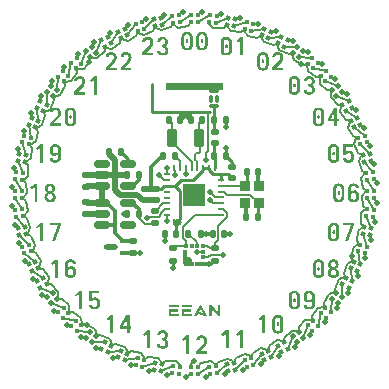
<source format=gbr>
%TF.GenerationSoftware,KiCad,Pcbnew,9.0.2*%
%TF.CreationDate,2025-07-09T19:39:00-04:00*%
%TF.ProjectId,WristWatch,57726973-7457-4617-9463-682e6b696361,rev?*%
%TF.SameCoordinates,Original*%
%TF.FileFunction,Copper,L1,Top*%
%TF.FilePolarity,Positive*%
%FSLAX46Y46*%
G04 Gerber Fmt 4.6, Leading zero omitted, Abs format (unit mm)*
G04 Created by KiCad (PCBNEW 9.0.2) date 2025-07-09 19:39:00*
%MOMM*%
%LPD*%
G01*
G04 APERTURE LIST*
G04 Aperture macros list*
%AMRoundRect*
0 Rectangle with rounded corners*
0 $1 Rounding radius*
0 $2 $3 $4 $5 $6 $7 $8 $9 X,Y pos of 4 corners*
0 Add a 4 corners polygon primitive as box body*
4,1,4,$2,$3,$4,$5,$6,$7,$8,$9,$2,$3,0*
0 Add four circle primitives for the rounded corners*
1,1,$1+$1,$2,$3*
1,1,$1+$1,$4,$5*
1,1,$1+$1,$6,$7*
1,1,$1+$1,$8,$9*
0 Add four rect primitives between the rounded corners*
20,1,$1+$1,$2,$3,$4,$5,0*
20,1,$1+$1,$4,$5,$6,$7,0*
20,1,$1+$1,$6,$7,$8,$9,0*
20,1,$1+$1,$8,$9,$2,$3,0*%
G04 Aperture macros list end*
%ADD10C,0.300000*%
%ADD11C,0.250000*%
%TA.AperFunction,SMDPad,CuDef*%
%ADD12RoundRect,0.140000X0.140000X0.170000X-0.140000X0.170000X-0.140000X-0.170000X0.140000X-0.170000X0*%
%TD*%
%TA.AperFunction,SMDPad,CuDef*%
%ADD13RoundRect,0.100000X0.100000X-0.100000X0.100000X0.100000X-0.100000X0.100000X-0.100000X-0.100000X0*%
%TD*%
%TA.AperFunction,SMDPad,CuDef*%
%ADD14RoundRect,0.150000X-0.512500X-0.150000X0.512500X-0.150000X0.512500X0.150000X-0.512500X0.150000X0*%
%TD*%
%TA.AperFunction,SMDPad,CuDef*%
%ADD15RoundRect,0.100000X-0.132028X0.050681X-0.050681X-0.132028X0.132028X-0.050681X0.050681X0.132028X0*%
%TD*%
%TA.AperFunction,SMDPad,CuDef*%
%ADD16RoundRect,0.100000X0.136603X-0.036603X0.036603X0.136603X-0.136603X0.036603X-0.036603X-0.136603X0*%
%TD*%
%TA.AperFunction,SMDPad,CuDef*%
%ADD17RoundRect,0.100000X-0.022123X-0.139680X0.139680X-0.022123X0.022123X0.139680X-0.139680X0.022123X0*%
%TD*%
%TA.AperFunction,SMDPad,CuDef*%
%ADD18RoundRect,0.100000X-0.050681X-0.132028X0.132028X-0.050681X0.050681X0.132028X-0.132028X0.050681X0*%
%TD*%
%TA.AperFunction,SMDPad,CuDef*%
%ADD19RoundRect,0.135000X0.185000X-0.135000X0.185000X0.135000X-0.185000X0.135000X-0.185000X-0.135000X0*%
%TD*%
%TA.AperFunction,SMDPad,CuDef*%
%ADD20RoundRect,0.100000X0.118606X0.077024X-0.077024X0.118606X-0.118606X-0.077024X0.077024X-0.118606X0*%
%TD*%
%TA.AperFunction,SMDPad,CuDef*%
%ADD21RoundRect,0.062500X-0.062500X0.187500X-0.062500X-0.187500X0.062500X-0.187500X0.062500X0.187500X0*%
%TD*%
%TA.AperFunction,SMDPad,CuDef*%
%ADD22RoundRect,0.062500X-0.187500X0.062500X-0.187500X-0.062500X0.187500X-0.062500X0.187500X0.062500X0*%
%TD*%
%TA.AperFunction,HeatsinkPad*%
%ADD23R,1.850000X1.850000*%
%TD*%
%TA.AperFunction,SMDPad,CuDef*%
%ADD24RoundRect,0.100000X-0.022123X0.139680X-0.139680X-0.022123X0.022123X-0.139680X0.139680X0.022123X0*%
%TD*%
%TA.AperFunction,SMDPad,CuDef*%
%ADD25RoundRect,0.140000X-0.140000X-0.170000X0.140000X-0.170000X0.140000X0.170000X-0.140000X0.170000X0*%
%TD*%
%TA.AperFunction,SMDPad,CuDef*%
%ADD26RoundRect,0.135000X-0.135000X-0.185000X0.135000X-0.185000X0.135000X0.185000X-0.135000X0.185000X0*%
%TD*%
%TA.AperFunction,SMDPad,CuDef*%
%ADD27RoundRect,0.100000X0.050681X0.132028X-0.132028X0.050681X-0.050681X-0.132028X0.132028X-0.050681X0*%
%TD*%
%TA.AperFunction,SMDPad,CuDef*%
%ADD28RoundRect,0.100000X-0.126007X0.064204X-0.064204X-0.126007X0.126007X-0.064204X0.064204X0.126007X0*%
%TD*%
%TA.AperFunction,SMDPad,CuDef*%
%ADD29RoundRect,0.135000X-0.185000X0.135000X-0.185000X-0.135000X0.185000X-0.135000X0.185000X0.135000X0*%
%TD*%
%TA.AperFunction,SMDPad,CuDef*%
%ADD30RoundRect,0.100000X0.022123X-0.139680X0.139680X0.022123X-0.022123X0.139680X-0.139680X-0.022123X0*%
%TD*%
%TA.AperFunction,SMDPad,CuDef*%
%ADD31RoundRect,0.100000X0.077024X-0.118606X0.118606X0.077024X-0.077024X0.118606X-0.118606X-0.077024X0*%
%TD*%
%TA.AperFunction,SMDPad,CuDef*%
%ADD32RoundRect,0.100000X-0.036603X-0.136603X0.136603X-0.036603X0.036603X0.136603X-0.136603X0.036603X0*%
%TD*%
%TA.AperFunction,SMDPad,CuDef*%
%ADD33RoundRect,0.135000X0.135000X0.185000X-0.135000X0.185000X-0.135000X-0.185000X0.135000X-0.185000X0*%
%TD*%
%TA.AperFunction,SMDPad,CuDef*%
%ADD34RoundRect,0.140000X0.170000X-0.140000X0.170000X0.140000X-0.170000X0.140000X-0.170000X-0.140000X0*%
%TD*%
%TA.AperFunction,SMDPad,CuDef*%
%ADD35RoundRect,0.100000X0.141228X-0.007401X0.007401X0.141228X-0.141228X0.007401X-0.007401X-0.141228X0*%
%TD*%
%TA.AperFunction,SMDPad,CuDef*%
%ADD36RoundRect,0.100000X-0.141228X0.007401X-0.007401X-0.141228X0.141228X-0.007401X0.007401X0.141228X0*%
%TD*%
%TA.AperFunction,SMDPad,CuDef*%
%ADD37RoundRect,0.100000X0.064204X0.126007X-0.126007X0.064204X-0.064204X-0.126007X0.126007X-0.064204X0*%
%TD*%
%TA.AperFunction,SMDPad,CuDef*%
%ADD38RoundRect,0.100000X-0.126007X-0.064204X0.064204X-0.126007X0.126007X0.064204X-0.064204X0.126007X0*%
%TD*%
%TA.AperFunction,SMDPad,CuDef*%
%ADD39RoundRect,0.140000X-0.170000X0.140000X-0.170000X-0.140000X0.170000X-0.140000X0.170000X0.140000X0*%
%TD*%
%TA.AperFunction,SMDPad,CuDef*%
%ADD40RoundRect,0.100000X0.050681X-0.132028X0.132028X0.050681X-0.050681X0.132028X-0.132028X-0.050681X0*%
%TD*%
%TA.AperFunction,SMDPad,CuDef*%
%ADD41R,0.350000X0.375000*%
%TD*%
%TA.AperFunction,SMDPad,CuDef*%
%ADD42R,0.375000X0.350000*%
%TD*%
%TA.AperFunction,SMDPad,CuDef*%
%ADD43RoundRect,0.100000X0.077024X0.118606X-0.118606X0.077024X-0.077024X-0.118606X0.118606X-0.077024X0*%
%TD*%
%TA.AperFunction,SMDPad,CuDef*%
%ADD44RoundRect,0.100000X-0.139680X0.022123X-0.022123X-0.139680X0.139680X-0.022123X0.022123X0.139680X0*%
%TD*%
%TA.AperFunction,SMDPad,CuDef*%
%ADD45RoundRect,0.100000X0.088999X0.109905X-0.109905X0.088999X-0.088999X-0.109905X0.109905X-0.088999X0*%
%TD*%
%TA.AperFunction,SMDPad,CuDef*%
%ADD46RoundRect,0.100000X-0.118606X-0.077024X0.077024X-0.118606X0.118606X0.077024X-0.077024X0.118606X0*%
%TD*%
%TA.AperFunction,SMDPad,CuDef*%
%ADD47RoundRect,0.100000X0.109905X0.088999X-0.088999X0.109905X-0.109905X-0.088999X0.088999X-0.109905X0*%
%TD*%
%TA.AperFunction,SMDPad,CuDef*%
%ADD48RoundRect,0.100000X-0.109905X-0.088999X0.088999X-0.109905X0.109905X0.088999X-0.088999X0.109905X0*%
%TD*%
%TA.AperFunction,SMDPad,CuDef*%
%ADD49RoundRect,0.100000X0.064204X-0.126007X0.126007X0.064204X-0.064204X0.126007X-0.126007X-0.064204X0*%
%TD*%
%TA.AperFunction,SMDPad,CuDef*%
%ADD50RoundRect,0.100000X0.036603X-0.136603X0.136603X0.036603X-0.036603X0.136603X-0.136603X-0.036603X0*%
%TD*%
%TA.AperFunction,SMDPad,CuDef*%
%ADD51RoundRect,0.100000X-0.100000X-0.100000X0.100000X-0.100000X0.100000X0.100000X-0.100000X0.100000X0*%
%TD*%
%TA.AperFunction,SMDPad,CuDef*%
%ADD52RoundRect,0.100000X0.036603X0.136603X-0.136603X0.036603X-0.036603X-0.136603X0.136603X-0.036603X0*%
%TD*%
%TA.AperFunction,SMDPad,CuDef*%
%ADD53RoundRect,0.100000X-0.136603X-0.036603X0.036603X-0.136603X0.136603X0.036603X-0.036603X0.136603X0*%
%TD*%
%TA.AperFunction,SMDPad,CuDef*%
%ADD54RoundRect,0.100000X-0.100000X0.100000X-0.100000X-0.100000X0.100000X-0.100000X0.100000X0.100000X0*%
%TD*%
%TA.AperFunction,SMDPad,CuDef*%
%ADD55RoundRect,0.100000X0.022123X0.139680X-0.139680X0.022123X-0.022123X-0.139680X0.139680X-0.022123X0*%
%TD*%
%TA.AperFunction,SMDPad,CuDef*%
%ADD56RoundRect,0.100000X0.136603X0.036603X-0.036603X0.136603X-0.136603X-0.036603X0.036603X-0.136603X0*%
%TD*%
%TA.AperFunction,SMDPad,CuDef*%
%ADD57RoundRect,0.147500X0.172500X-0.147500X0.172500X0.147500X-0.172500X0.147500X-0.172500X-0.147500X0*%
%TD*%
%TA.AperFunction,SMDPad,CuDef*%
%ADD58RoundRect,0.100000X-0.118606X0.077024X-0.077024X-0.118606X0.118606X-0.077024X0.077024X0.118606X0*%
%TD*%
%TA.AperFunction,SMDPad,CuDef*%
%ADD59RoundRect,0.100000X-0.141228X-0.007401X0.007401X-0.141228X0.141228X0.007401X-0.007401X0.141228X0*%
%TD*%
%TA.AperFunction,SMDPad,CuDef*%
%ADD60RoundRect,0.100000X-0.077024X0.118606X-0.118606X-0.077024X0.077024X-0.118606X0.118606X0.077024X0*%
%TD*%
%TA.AperFunction,SMDPad,CuDef*%
%ADD61RoundRect,0.100000X-0.064204X0.126007X-0.126007X-0.064204X0.064204X-0.126007X0.126007X0.064204X0*%
%TD*%
%TA.AperFunction,SMDPad,CuDef*%
%ADD62RoundRect,0.038260X-0.344340X0.421340X-0.344340X-0.421340X0.344340X-0.421340X0.344340X0.421340X0*%
%TD*%
%TA.AperFunction,SMDPad,CuDef*%
%ADD63RoundRect,0.100000X0.088999X-0.109905X0.109905X0.088999X-0.088999X0.109905X-0.109905X-0.088999X0*%
%TD*%
%TA.AperFunction,SMDPad,CuDef*%
%ADD64RoundRect,0.100000X-0.155000X-0.100000X0.155000X-0.100000X0.155000X0.100000X-0.155000X0.100000X0*%
%TD*%
%TA.AperFunction,SMDPad,CuDef*%
%ADD65RoundRect,0.100000X0.126007X0.064204X-0.064204X0.126007X-0.126007X-0.064204X0.064204X-0.126007X0*%
%TD*%
%TA.AperFunction,SMDPad,CuDef*%
%ADD66RoundRect,0.100000X-0.088999X0.109905X-0.109905X-0.088999X0.088999X-0.109905X0.109905X0.088999X0*%
%TD*%
%TA.AperFunction,SMDPad,CuDef*%
%ADD67RoundRect,0.100000X0.139680X0.022123X-0.022123X0.139680X-0.139680X-0.022123X0.022123X-0.139680X0*%
%TD*%
%TA.AperFunction,SMDPad,CuDef*%
%ADD68RoundRect,0.100000X-0.088999X-0.109905X0.109905X-0.088999X0.088999X0.109905X-0.109905X0.088999X0*%
%TD*%
%TA.AperFunction,SMDPad,CuDef*%
%ADD69RoundRect,0.100000X-0.136603X0.036603X-0.036603X-0.136603X0.136603X-0.036603X0.036603X0.136603X0*%
%TD*%
%TA.AperFunction,SMDPad,CuDef*%
%ADD70RoundRect,0.100000X0.132028X0.050681X-0.050681X0.132028X-0.132028X-0.050681X0.050681X-0.132028X0*%
%TD*%
%TA.AperFunction,SMDPad,CuDef*%
%ADD71RoundRect,0.212500X0.212500X0.587500X-0.212500X0.587500X-0.212500X-0.587500X0.212500X-0.587500X0*%
%TD*%
%TA.AperFunction,SMDPad,CuDef*%
%ADD72RoundRect,0.100000X-0.132028X-0.050681X0.050681X-0.132028X0.132028X0.050681X-0.050681X0.132028X0*%
%TD*%
%TA.AperFunction,SMDPad,CuDef*%
%ADD73RoundRect,0.100000X-0.007401X-0.141228X0.141228X-0.007401X0.007401X0.141228X-0.141228X0.007401X0*%
%TD*%
%TA.AperFunction,SMDPad,CuDef*%
%ADD74RoundRect,0.100000X0.126007X-0.064204X0.064204X0.126007X-0.126007X0.064204X-0.064204X-0.126007X0*%
%TD*%
%TA.AperFunction,SMDPad,CuDef*%
%ADD75RoundRect,0.100000X0.118606X-0.077024X0.077024X0.118606X-0.118606X0.077024X-0.077024X-0.118606X0*%
%TD*%
%TA.AperFunction,SMDPad,CuDef*%
%ADD76RoundRect,0.100000X-0.036603X0.136603X-0.136603X-0.036603X0.036603X-0.136603X0.136603X0.036603X0*%
%TD*%
%TA.AperFunction,SMDPad,CuDef*%
%ADD77RoundRect,0.100000X0.007401X-0.141228X0.141228X0.007401X-0.007401X0.141228X-0.141228X-0.007401X0*%
%TD*%
%TA.AperFunction,SMDPad,CuDef*%
%ADD78RoundRect,0.100000X0.109905X-0.088999X0.088999X0.109905X-0.109905X0.088999X-0.088999X-0.109905X0*%
%TD*%
%TA.AperFunction,SMDPad,CuDef*%
%ADD79RoundRect,0.133750X0.133750X0.176250X-0.133750X0.176250X-0.133750X-0.176250X0.133750X-0.176250X0*%
%TD*%
%TA.AperFunction,SMDPad,CuDef*%
%ADD80RoundRect,0.100000X-0.077024X-0.118606X0.118606X-0.077024X0.077024X0.118606X-0.118606X0.077024X0*%
%TD*%
%TA.AperFunction,SMDPad,CuDef*%
%ADD81RoundRect,0.100000X-0.109905X0.088999X-0.088999X-0.109905X0.109905X-0.088999X0.088999X0.109905X0*%
%TD*%
%TA.AperFunction,SMDPad,CuDef*%
%ADD82RoundRect,0.100000X0.141228X0.007401X-0.007401X0.141228X-0.141228X-0.007401X0.007401X-0.141228X0*%
%TD*%
%TA.AperFunction,SMDPad,CuDef*%
%ADD83RoundRect,0.100000X-0.007401X0.141228X-0.141228X-0.007401X0.007401X-0.141228X0.141228X0.007401X0*%
%TD*%
%TA.AperFunction,SMDPad,CuDef*%
%ADD84RoundRect,0.100000X-0.064204X-0.126007X0.126007X-0.064204X0.064204X0.126007X-0.126007X0.064204X0*%
%TD*%
%TA.AperFunction,SMDPad,CuDef*%
%ADD85RoundRect,0.100000X-0.050681X0.132028X-0.132028X-0.050681X0.050681X-0.132028X0.132028X0.050681X0*%
%TD*%
%TA.AperFunction,SMDPad,CuDef*%
%ADD86RoundRect,0.100000X0.139680X-0.022123X0.022123X0.139680X-0.139680X0.022123X-0.022123X-0.139680X0*%
%TD*%
%TA.AperFunction,SMDPad,CuDef*%
%ADD87RoundRect,0.100000X0.132028X-0.050681X0.050681X0.132028X-0.132028X0.050681X-0.050681X-0.132028X0*%
%TD*%
%TA.AperFunction,SMDPad,CuDef*%
%ADD88RoundRect,0.100000X0.007401X0.141228X-0.141228X0.007401X-0.007401X-0.141228X0.141228X-0.007401X0*%
%TD*%
%TA.AperFunction,SMDPad,CuDef*%
%ADD89RoundRect,0.100000X0.100000X0.100000X-0.100000X0.100000X-0.100000X-0.100000X0.100000X-0.100000X0*%
%TD*%
%TA.AperFunction,SMDPad,CuDef*%
%ADD90RoundRect,0.100000X-0.139680X-0.022123X0.022123X-0.139680X0.139680X0.022123X-0.022123X0.139680X0*%
%TD*%
%TA.AperFunction,ComponentPad*%
%ADD91C,0.600000*%
%TD*%
%TA.AperFunction,SMDPad,CuDef*%
%ADD92RoundRect,0.075000X-0.075000X0.225000X-0.075000X-0.225000X0.075000X-0.225000X0.075000X0.225000X0*%
%TD*%
%TA.AperFunction,SMDPad,CuDef*%
%ADD93RoundRect,0.087500X0.312500X0.087500X-0.312500X0.087500X-0.312500X-0.087500X0.312500X-0.087500X0*%
%TD*%
%TA.AperFunction,ViaPad*%
%ADD94C,0.500000*%
%TD*%
%TA.AperFunction,Conductor*%
%ADD95C,0.150000*%
%TD*%
%TA.AperFunction,Conductor*%
%ADD96C,0.250000*%
%TD*%
%TA.AperFunction,Conductor*%
%ADD97C,0.200000*%
%TD*%
%TA.AperFunction,Conductor*%
%ADD98C,0.300000*%
%TD*%
%TA.AperFunction,Conductor*%
%ADD99C,0.500000*%
%TD*%
G04 APERTURE END LIST*
D10*
G36*
X-11820643Y-7048700D02*
G01*
X-11820643Y-5764410D01*
X-12034691Y-5959590D01*
X-12173177Y-5831546D01*
X-11820643Y-5506306D01*
X-11572980Y-5506306D01*
X-11572980Y-7048700D01*
X-11820643Y-7048700D01*
G37*
G36*
X-10381381Y-5497880D02*
G01*
X-10323526Y-5509470D01*
X-10267991Y-5527280D01*
X-10215392Y-5552117D01*
X-10166233Y-5584983D01*
X-10122524Y-5624739D01*
X-10086457Y-5669979D01*
X-10057976Y-5720402D01*
X-10037181Y-5775950D01*
X-10024587Y-5834066D01*
X-10020420Y-5892362D01*
X-10020420Y-5902895D01*
X-10270097Y-5902895D01*
X-10270097Y-5898682D01*
X-10274572Y-5855634D01*
X-10287958Y-5814785D01*
X-10309625Y-5778097D01*
X-10338333Y-5748656D01*
X-10373206Y-5726510D01*
X-10413895Y-5711928D01*
X-10498800Y-5701395D01*
X-10546495Y-5705322D01*
X-10593322Y-5717149D01*
X-10635934Y-5737969D01*
X-10670991Y-5768623D01*
X-10697634Y-5807010D01*
X-10715047Y-5851513D01*
X-10724466Y-5899021D01*
X-10727595Y-5946951D01*
X-10727595Y-6301591D01*
X-10705370Y-6252896D01*
X-10676212Y-6207161D01*
X-10640581Y-6166636D01*
X-10599550Y-6133796D01*
X-10553380Y-6108442D01*
X-10502006Y-6090749D01*
X-10448446Y-6080472D01*
X-10396035Y-6077101D01*
X-10339862Y-6080792D01*
X-10284844Y-6091848D01*
X-10232534Y-6111016D01*
X-10185192Y-6139017D01*
X-10143266Y-6174874D01*
X-10107523Y-6217694D01*
X-10078566Y-6265553D01*
X-10057148Y-6316337D01*
X-10031961Y-6424415D01*
X-10024542Y-6534599D01*
X-10024542Y-6607963D01*
X-10036082Y-6732893D01*
X-10052091Y-6793239D01*
X-10077023Y-6850405D01*
X-10110814Y-6902766D01*
X-10153685Y-6949048D01*
X-10203365Y-6987923D01*
X-10257549Y-7018291D01*
X-10315433Y-7040533D01*
X-10376068Y-7054928D01*
X-10500907Y-7065461D01*
X-10625837Y-7054928D01*
X-10686486Y-7040536D01*
X-10744448Y-7018291D01*
X-10798571Y-6987933D01*
X-10848312Y-6949048D01*
X-10891110Y-6902773D01*
X-10924882Y-6850405D01*
X-10949744Y-6793244D01*
X-10965732Y-6732893D01*
X-10977272Y-6607963D01*
X-10977272Y-6534599D01*
X-10727595Y-6534599D01*
X-10727595Y-6607963D01*
X-10724452Y-6655768D01*
X-10715047Y-6702485D01*
X-10697955Y-6746308D01*
X-10671999Y-6785375D01*
X-10637760Y-6816786D01*
X-10595429Y-6837857D01*
X-10548605Y-6849614D01*
X-10500907Y-6853519D01*
X-10453221Y-6849613D01*
X-10406476Y-6837857D01*
X-10364146Y-6816786D01*
X-10329906Y-6785375D01*
X-10303972Y-6746305D01*
X-10286950Y-6702485D01*
X-10277475Y-6655766D01*
X-10274311Y-6607963D01*
X-10274311Y-6534599D01*
X-10277429Y-6488423D01*
X-10286950Y-6441176D01*
X-10304076Y-6396606D01*
X-10329906Y-6358286D01*
X-10364037Y-6327454D01*
X-10406476Y-6305804D01*
X-10453264Y-6293216D01*
X-10500907Y-6289043D01*
X-10548563Y-6293214D01*
X-10595429Y-6305804D01*
X-10637868Y-6327454D01*
X-10671999Y-6358286D01*
X-10697851Y-6396603D01*
X-10715047Y-6441176D01*
X-10724498Y-6488420D01*
X-10727595Y-6534599D01*
X-10977272Y-6534599D01*
X-10977272Y-5946951D01*
X-10965732Y-5822112D01*
X-10949490Y-5761820D01*
X-10923783Y-5704601D01*
X-10889418Y-5652118D01*
X-10847213Y-5605957D01*
X-10798190Y-5567139D01*
X-10743348Y-5536714D01*
X-10684529Y-5514415D01*
X-10623730Y-5499986D01*
X-10498800Y-5489453D01*
X-10381381Y-5497880D01*
G37*
G36*
X11830297Y3634602D02*
G01*
X11850409Y3622951D01*
X11866018Y3607308D01*
X11884886Y3566459D01*
X11890106Y3520297D01*
X11890106Y3430079D01*
X11884886Y3383826D01*
X11866018Y3342885D01*
X11830297Y3315682D01*
X11785234Y3306248D01*
X11740080Y3315682D01*
X11704360Y3342885D01*
X11685492Y3383826D01*
X11680271Y3430079D01*
X11680271Y3520297D01*
X11685492Y3566459D01*
X11704360Y3607308D01*
X11719969Y3622951D01*
X11740080Y3634602D01*
X11785234Y3644128D01*
X11830297Y3634602D01*
G37*
G36*
X11910073Y4252659D02*
G01*
X11970710Y4238195D01*
X12028592Y4215931D01*
X12082766Y4185615D01*
X12132456Y4146688D01*
X12175328Y4100406D01*
X12209118Y4048044D01*
X12234050Y3990879D01*
X12250059Y3930533D01*
X12261600Y3805694D01*
X12261600Y3144682D01*
X12250059Y3019752D01*
X12234050Y2959406D01*
X12209118Y2902240D01*
X12175328Y2849879D01*
X12132456Y2803597D01*
X12082776Y2764722D01*
X12028592Y2734354D01*
X11970708Y2712112D01*
X11910073Y2697717D01*
X11785234Y2687184D01*
X11660304Y2697717D01*
X11599656Y2712109D01*
X11541694Y2734354D01*
X11487570Y2764712D01*
X11437830Y2803597D01*
X11395032Y2849872D01*
X11361259Y2902240D01*
X11336398Y2959401D01*
X11320410Y3019752D01*
X11308869Y3144682D01*
X11308869Y3805694D01*
X11558547Y3805694D01*
X11558547Y3144682D01*
X11561689Y3096877D01*
X11571095Y3050160D01*
X11588186Y3006337D01*
X11614142Y2967270D01*
X11648382Y2935859D01*
X11690713Y2914788D01*
X11737536Y2903031D01*
X11785234Y2899126D01*
X11832920Y2903032D01*
X11879665Y2914788D01*
X11921996Y2935859D01*
X11956235Y2967270D01*
X11982170Y3006340D01*
X11999191Y3050160D01*
X12008666Y3096879D01*
X12011831Y3144682D01*
X12011831Y3805694D01*
X12008664Y3853484D01*
X11999191Y3900125D01*
X11982170Y3943945D01*
X11956235Y3983015D01*
X11921996Y4014426D01*
X11879665Y4035496D01*
X11832917Y4047322D01*
X11785234Y4051250D01*
X11737539Y4047323D01*
X11690713Y4035496D01*
X11648382Y4014426D01*
X11614142Y3983015D01*
X11588186Y3943947D01*
X11571095Y3900125D01*
X11561690Y3853487D01*
X11558547Y3805694D01*
X11308869Y3805694D01*
X11320410Y3930533D01*
X11336398Y3990884D01*
X11361259Y4048044D01*
X11395032Y4100412D01*
X11437830Y4146688D01*
X11487580Y4185625D01*
X11541694Y4215931D01*
X11599654Y4238198D01*
X11660304Y4252659D01*
X11785234Y4263192D01*
X11910073Y4252659D01*
G37*
G36*
X13048184Y2687184D02*
G01*
X12934886Y2695611D01*
X12879233Y2707127D01*
X12825801Y2724920D01*
X12775254Y2749498D01*
X12728165Y2781523D01*
X12686135Y2819939D01*
X12650495Y2863406D01*
X12622002Y2911754D01*
X12601219Y2965163D01*
X12587565Y3021243D01*
X12580245Y3077454D01*
X12830014Y3077454D01*
X12837810Y3038681D01*
X12853003Y3001891D01*
X12874939Y2968986D01*
X12902371Y2942082D01*
X12934760Y2921718D01*
X12971614Y2908560D01*
X13048184Y2899126D01*
X13118526Y2909567D01*
X13151436Y2923026D01*
X13180441Y2942082D01*
X13205345Y2966229D01*
X13225504Y2994564D01*
X13253806Y3058586D01*
X13267453Y3127829D01*
X13270658Y3199178D01*
X13267453Y3267414D01*
X13254905Y3334550D01*
X13227611Y3397473D01*
X13184654Y3451054D01*
X13157501Y3471166D01*
X13125853Y3485675D01*
X13058717Y3497216D01*
X12991489Y3491903D01*
X12927558Y3470929D01*
X12899312Y3452355D01*
X12875077Y3427881D01*
X12858535Y3398923D01*
X12853095Y3367065D01*
X12603326Y3367065D01*
X12603326Y4246339D01*
X13457413Y4246339D01*
X13457413Y4034397D01*
X12853095Y4034397D01*
X12853095Y3679757D01*
X12902213Y3693593D01*
X12953753Y3701739D01*
X13058717Y3707051D01*
X13123468Y3703894D01*
X13187769Y3694411D01*
X13249870Y3676622D01*
X13308394Y3648249D01*
X13361430Y3610490D01*
X13407038Y3564352D01*
X13445074Y3511413D01*
X13475273Y3453069D01*
X13497327Y3391279D01*
X13510902Y3328230D01*
X13520427Y3197072D01*
X13509894Y3065913D01*
X13495441Y3001259D01*
X13473166Y2940067D01*
X13442591Y2882786D01*
X13402824Y2829883D01*
X13355517Y2783622D01*
X13302074Y2745894D01*
X13243414Y2717634D01*
X13180441Y2699824D01*
X13114978Y2690355D01*
X13048184Y2687184D01*
G37*
G36*
X-7116338Y-11753005D02*
G01*
X-7116338Y-10468715D01*
X-7330386Y-10663895D01*
X-7468872Y-10535851D01*
X-7116338Y-10210611D01*
X-6868675Y-10210611D01*
X-6868675Y-11753005D01*
X-7116338Y-11753005D01*
G37*
G36*
X-5473469Y-11157021D02*
G01*
X-5337089Y-11157021D01*
X-5337089Y-11368963D01*
X-5473469Y-11368963D01*
X-5473469Y-11753005D01*
X-5723146Y-11753005D01*
X-5723146Y-11368963D01*
X-6272967Y-11368963D01*
X-6272967Y-11159128D01*
X-6031716Y-11159128D01*
X-5723146Y-11159128D01*
X-5723146Y-10567358D01*
X-6031716Y-11159128D01*
X-6272967Y-11159128D01*
X-6272967Y-11157021D01*
X-5777734Y-10210611D01*
X-5473469Y-10210611D01*
X-5473469Y-11157021D01*
G37*
G36*
X8503851Y-8779862D02*
G01*
X8523963Y-8791513D01*
X8539572Y-8807156D01*
X8558440Y-8848005D01*
X8563660Y-8894167D01*
X8563660Y-8984385D01*
X8558440Y-9030638D01*
X8539572Y-9071579D01*
X8503851Y-9098782D01*
X8458788Y-9108216D01*
X8413634Y-9098782D01*
X8377914Y-9071579D01*
X8359046Y-9030638D01*
X8353825Y-8984385D01*
X8353825Y-8894167D01*
X8359046Y-8848005D01*
X8377914Y-8807156D01*
X8393523Y-8791513D01*
X8413634Y-8779862D01*
X8458788Y-8770336D01*
X8503851Y-8779862D01*
G37*
G36*
X8583627Y-8161805D02*
G01*
X8644264Y-8176269D01*
X8702146Y-8198533D01*
X8756320Y-8228849D01*
X8806010Y-8267776D01*
X8848882Y-8314058D01*
X8882672Y-8366420D01*
X8907604Y-8423585D01*
X8923613Y-8483931D01*
X8935154Y-8608770D01*
X8935154Y-9269782D01*
X8923613Y-9394712D01*
X8907604Y-9455058D01*
X8882672Y-9512224D01*
X8848882Y-9564585D01*
X8806010Y-9610867D01*
X8756330Y-9649742D01*
X8702146Y-9680110D01*
X8644262Y-9702352D01*
X8583627Y-9716747D01*
X8458788Y-9727280D01*
X8333858Y-9716747D01*
X8273210Y-9702355D01*
X8215248Y-9680110D01*
X8161124Y-9649752D01*
X8111384Y-9610867D01*
X8068586Y-9564592D01*
X8034813Y-9512224D01*
X8009952Y-9455063D01*
X7993964Y-9394712D01*
X7982423Y-9269782D01*
X7982423Y-8608770D01*
X8232101Y-8608770D01*
X8232101Y-9269782D01*
X8235243Y-9317587D01*
X8244649Y-9364304D01*
X8261740Y-9408127D01*
X8287696Y-9447194D01*
X8321936Y-9478605D01*
X8364267Y-9499676D01*
X8411090Y-9511433D01*
X8458788Y-9515338D01*
X8506474Y-9511432D01*
X8553219Y-9499676D01*
X8595550Y-9478605D01*
X8629789Y-9447194D01*
X8655724Y-9408124D01*
X8672745Y-9364304D01*
X8682220Y-9317585D01*
X8685385Y-9269782D01*
X8685385Y-8608770D01*
X8682218Y-8560980D01*
X8672745Y-8514339D01*
X8655724Y-8470519D01*
X8629789Y-8431449D01*
X8595550Y-8400038D01*
X8553219Y-8378968D01*
X8506471Y-8367142D01*
X8458788Y-8363214D01*
X8411093Y-8367141D01*
X8364267Y-8378968D01*
X8321936Y-8400038D01*
X8287696Y-8431449D01*
X8261740Y-8470517D01*
X8244649Y-8514339D01*
X8235244Y-8560977D01*
X8232101Y-8608770D01*
X7982423Y-8608770D01*
X7993964Y-8483931D01*
X8009952Y-8423580D01*
X8034813Y-8366420D01*
X8068586Y-8314052D01*
X8111384Y-8267776D01*
X8161134Y-8228839D01*
X8215248Y-8198533D01*
X8273208Y-8176266D01*
X8333858Y-8161805D01*
X8458788Y-8151272D01*
X8583627Y-8161805D01*
G37*
G36*
X9842455Y-8161805D02*
G01*
X9903091Y-8176269D01*
X9960974Y-8198533D01*
X10015148Y-8228849D01*
X10064838Y-8267776D01*
X10107709Y-8314058D01*
X10141500Y-8366420D01*
X10166432Y-8423585D01*
X10182441Y-8483931D01*
X10193981Y-8608770D01*
X10193981Y-9269782D01*
X10182441Y-9394712D01*
X10166178Y-9455000D01*
X10140401Y-9512224D01*
X10106036Y-9564706D01*
X10063830Y-9610867D01*
X10014818Y-9649633D01*
X9959966Y-9680110D01*
X9901145Y-9702387D01*
X9840348Y-9716747D01*
X9715510Y-9727280D01*
X9597907Y-9718853D01*
X9540133Y-9707334D01*
X9484608Y-9689544D01*
X9432072Y-9664717D01*
X9382851Y-9631842D01*
X9339197Y-9592096D01*
X9303075Y-9546845D01*
X9274593Y-9496422D01*
X9253799Y-9440874D01*
X9241206Y-9382746D01*
X9237038Y-9324371D01*
X9237038Y-9313929D01*
X9486715Y-9313929D01*
X9486715Y-9318051D01*
X9491192Y-9361178D01*
X9504575Y-9402040D01*
X9526233Y-9438668D01*
X9554950Y-9468169D01*
X9589810Y-9490319D01*
X9630421Y-9504897D01*
X9715510Y-9515338D01*
X9763195Y-9511432D01*
X9809940Y-9499676D01*
X9852535Y-9478851D01*
X9887518Y-9448202D01*
X9914219Y-9409743D01*
X9931573Y-9365312D01*
X9941063Y-9317722D01*
X9944212Y-9269782D01*
X9944212Y-8915142D01*
X9921992Y-8963852D01*
X9892830Y-9009664D01*
X9857260Y-9050196D01*
X9816168Y-9083120D01*
X9770004Y-9108403D01*
X9718624Y-9126076D01*
X9665063Y-9136353D01*
X9612653Y-9139723D01*
X9556464Y-9136057D01*
X9501370Y-9125068D01*
X9449121Y-9105839D01*
X9401719Y-9077807D01*
X9359849Y-9041961D01*
X9324049Y-8999131D01*
X9295143Y-8951280D01*
X9273674Y-8900487D01*
X9248578Y-8792410D01*
X9241251Y-8682226D01*
X9241251Y-8608770D01*
X9490928Y-8608770D01*
X9490928Y-8682226D01*
X9494022Y-8728337D01*
X9503476Y-8775648D01*
X9520664Y-8820159D01*
X9546524Y-8858538D01*
X9580645Y-8889318D01*
X9623094Y-8911020D01*
X9669960Y-8923610D01*
X9717616Y-8927781D01*
X9765259Y-8923608D01*
X9812047Y-8911020D01*
X9854496Y-8889318D01*
X9888617Y-8858538D01*
X9914456Y-8820156D01*
X9931573Y-8775648D01*
X9941097Y-8728334D01*
X9944212Y-8682226D01*
X9944212Y-8608770D01*
X9941046Y-8560980D01*
X9931573Y-8514339D01*
X9914551Y-8470519D01*
X9888617Y-8431449D01*
X9854377Y-8400038D01*
X9812047Y-8378968D01*
X9765299Y-8367142D01*
X9717616Y-8363214D01*
X9669921Y-8367141D01*
X9623094Y-8378968D01*
X9580763Y-8400038D01*
X9546524Y-8431449D01*
X9520568Y-8470517D01*
X9503476Y-8514339D01*
X9494072Y-8560977D01*
X9490928Y-8608770D01*
X9241251Y-8608770D01*
X9252791Y-8483931D01*
X9268779Y-8423580D01*
X9293641Y-8366420D01*
X9327413Y-8314052D01*
X9370211Y-8267776D01*
X9419962Y-8228839D01*
X9474075Y-8198533D01*
X9532036Y-8176266D01*
X9592686Y-8161805D01*
X9717616Y-8151272D01*
X9842455Y-8161805D01*
G37*
G36*
X5736061Y-11753005D02*
G01*
X5736061Y-10468715D01*
X5522013Y-10663895D01*
X5383527Y-10535851D01*
X5736061Y-10210611D01*
X5983724Y-10210611D01*
X5983724Y-11753005D01*
X5736061Y-11753005D01*
G37*
G36*
X7100860Y-10822348D02*
G01*
X7120972Y-10833999D01*
X7136580Y-10849642D01*
X7155448Y-10890491D01*
X7160669Y-10936653D01*
X7160669Y-11026871D01*
X7155448Y-11073124D01*
X7136580Y-11114065D01*
X7100860Y-11141268D01*
X7055797Y-11150702D01*
X7010643Y-11141268D01*
X6974922Y-11114065D01*
X6956054Y-11073124D01*
X6950834Y-11026871D01*
X6950834Y-10936653D01*
X6956054Y-10890491D01*
X6974922Y-10849642D01*
X6990531Y-10833999D01*
X7010643Y-10822348D01*
X7055797Y-10812822D01*
X7100860Y-10822348D01*
G37*
G36*
X7180636Y-10204291D02*
G01*
X7241272Y-10218755D01*
X7299155Y-10241019D01*
X7353329Y-10271335D01*
X7403019Y-10310262D01*
X7445890Y-10356544D01*
X7479681Y-10408906D01*
X7504613Y-10466071D01*
X7520622Y-10526417D01*
X7532162Y-10651256D01*
X7532162Y-11312268D01*
X7520622Y-11437198D01*
X7504613Y-11497544D01*
X7479681Y-11554710D01*
X7445890Y-11607071D01*
X7403019Y-11653353D01*
X7353339Y-11692228D01*
X7299155Y-11722596D01*
X7241271Y-11744838D01*
X7180636Y-11759233D01*
X7055797Y-11769766D01*
X6930867Y-11759233D01*
X6870218Y-11744841D01*
X6812256Y-11722596D01*
X6758133Y-11692238D01*
X6708392Y-11653353D01*
X6665594Y-11607078D01*
X6631822Y-11554710D01*
X6606960Y-11497549D01*
X6590972Y-11437198D01*
X6579432Y-11312268D01*
X6579432Y-10651256D01*
X6829109Y-10651256D01*
X6829109Y-11312268D01*
X6832252Y-11360073D01*
X6841657Y-11406790D01*
X6858749Y-11450613D01*
X6884705Y-11489680D01*
X6918944Y-11521091D01*
X6961275Y-11542162D01*
X7008099Y-11553919D01*
X7055797Y-11557824D01*
X7103483Y-11553918D01*
X7150228Y-11542162D01*
X7192558Y-11521091D01*
X7226798Y-11489680D01*
X7252732Y-11450610D01*
X7269754Y-11406790D01*
X7279229Y-11360071D01*
X7282393Y-11312268D01*
X7282393Y-10651256D01*
X7279227Y-10603466D01*
X7269754Y-10556825D01*
X7252732Y-10513005D01*
X7226798Y-10473935D01*
X7192558Y-10442524D01*
X7150228Y-10421454D01*
X7103480Y-10409628D01*
X7055797Y-10405700D01*
X7008102Y-10409627D01*
X6961275Y-10421454D01*
X6918944Y-10442524D01*
X6884705Y-10473935D01*
X6858749Y-10513003D01*
X6841657Y-10556825D01*
X6832253Y-10603463D01*
X6829109Y-10651256D01*
X6579432Y-10651256D01*
X6590972Y-10526417D01*
X6606960Y-10466066D01*
X6631822Y-10408906D01*
X6665594Y-10356538D01*
X6708392Y-10310262D01*
X6758143Y-10271325D01*
X6812256Y-10241019D01*
X6870217Y-10218752D01*
X6930867Y-10204291D01*
X7055797Y-10193758D01*
X7180636Y-10204291D01*
G37*
G36*
X8503851Y9396175D02*
G01*
X8523963Y9384524D01*
X8539572Y9368881D01*
X8558440Y9328032D01*
X8563660Y9281870D01*
X8563660Y9191652D01*
X8558440Y9145399D01*
X8539572Y9104458D01*
X8503851Y9077255D01*
X8458788Y9067821D01*
X8413634Y9077255D01*
X8377914Y9104458D01*
X8359046Y9145399D01*
X8353825Y9191652D01*
X8353825Y9281870D01*
X8359046Y9328032D01*
X8377914Y9368881D01*
X8393523Y9384524D01*
X8413634Y9396175D01*
X8458788Y9405701D01*
X8503851Y9396175D01*
G37*
G36*
X8583627Y10014232D02*
G01*
X8644264Y9999768D01*
X8702146Y9977504D01*
X8756320Y9947188D01*
X8806010Y9908261D01*
X8848882Y9861979D01*
X8882672Y9809617D01*
X8907604Y9752452D01*
X8923613Y9692106D01*
X8935154Y9567267D01*
X8935154Y8906255D01*
X8923613Y8781325D01*
X8907604Y8720979D01*
X8882672Y8663813D01*
X8848882Y8611452D01*
X8806010Y8565170D01*
X8756330Y8526295D01*
X8702146Y8495927D01*
X8644262Y8473685D01*
X8583627Y8459290D01*
X8458788Y8448757D01*
X8333858Y8459290D01*
X8273210Y8473682D01*
X8215248Y8495927D01*
X8161124Y8526285D01*
X8111384Y8565170D01*
X8068586Y8611445D01*
X8034813Y8663813D01*
X8009952Y8720974D01*
X7993964Y8781325D01*
X7982423Y8906255D01*
X7982423Y9567267D01*
X8232101Y9567267D01*
X8232101Y8906255D01*
X8235243Y8858450D01*
X8244649Y8811733D01*
X8261740Y8767910D01*
X8287696Y8728843D01*
X8321936Y8697432D01*
X8364267Y8676361D01*
X8411090Y8664604D01*
X8458788Y8660699D01*
X8506474Y8664605D01*
X8553219Y8676361D01*
X8595550Y8697432D01*
X8629789Y8728843D01*
X8655724Y8767913D01*
X8672745Y8811733D01*
X8682220Y8858452D01*
X8685385Y8906255D01*
X8685385Y9567267D01*
X8682218Y9615057D01*
X8672745Y9661698D01*
X8655724Y9705518D01*
X8629789Y9744588D01*
X8595550Y9775999D01*
X8553219Y9797069D01*
X8506471Y9808895D01*
X8458788Y9812823D01*
X8411093Y9808896D01*
X8364267Y9797069D01*
X8321936Y9775999D01*
X8287696Y9744588D01*
X8261740Y9705520D01*
X8244649Y9661698D01*
X8235244Y9615060D01*
X8232101Y9567267D01*
X7982423Y9567267D01*
X7993964Y9692106D01*
X8009952Y9752457D01*
X8034813Y9809617D01*
X8068586Y9861985D01*
X8111384Y9908261D01*
X8161134Y9947198D01*
X8215248Y9977504D01*
X8273208Y9999771D01*
X8333858Y10014232D01*
X8458788Y10024765D01*
X8583627Y10014232D01*
G37*
G36*
X9723844Y8448757D02*
G01*
X9605325Y8457184D01*
X9546446Y8468704D01*
X9489829Y8486493D01*
X9436125Y8511098D01*
X9385965Y8543096D01*
X9341333Y8582052D01*
X9304174Y8627085D01*
X9274887Y8677723D01*
X9253799Y8734064D01*
X9241189Y8793141D01*
X9237038Y8851666D01*
X9237038Y8862108D01*
X9486715Y8862108D01*
X9486715Y8857986D01*
X9491408Y8814749D01*
X9505583Y8772898D01*
X9528574Y8735544D01*
X9559164Y8705762D01*
X9595808Y8683785D01*
X9636741Y8670133D01*
X9723844Y8660699D01*
X9769672Y8663825D01*
X9815161Y8673247D01*
X9857696Y8690589D01*
X9894936Y8717302D01*
X9925071Y8751915D01*
X9946319Y8792865D01*
X9958911Y8837561D01*
X9963080Y8883082D01*
X9959897Y8924449D01*
X9950441Y8963865D01*
X9935017Y9001332D01*
X9913713Y9036314D01*
X9887444Y9067622D01*
X9857109Y9094016D01*
X9823045Y9115273D01*
X9785760Y9130744D01*
X9707083Y9146498D01*
X9625201Y9149612D01*
X9625201Y9361554D01*
X9699756Y9364668D01*
X9771105Y9380422D01*
X9836135Y9416142D01*
X9864080Y9441211D01*
X9886510Y9469631D01*
X9918017Y9535760D01*
X9929558Y9609216D01*
X9926192Y9648791D01*
X9915911Y9688900D01*
X9898286Y9726264D01*
X9872863Y9758235D01*
X9840871Y9783411D01*
X9803620Y9800184D01*
X9763535Y9809698D01*
X9723844Y9812823D01*
X9645168Y9801191D01*
X9608651Y9785689D01*
X9576932Y9762356D01*
X9551615Y9732363D01*
X9533976Y9696319D01*
X9523714Y9657078D01*
X9520329Y9617643D01*
X9520329Y9611323D01*
X9270560Y9611323D01*
X9270560Y9625977D01*
X9274211Y9682303D01*
X9285215Y9738268D01*
X9303899Y9792083D01*
X9330369Y9842132D01*
X9364237Y9887492D01*
X9404924Y9927129D01*
X9451118Y9960204D01*
X9501370Y9985839D01*
X9554861Y10004488D01*
X9610546Y10016338D01*
X9723844Y10024765D01*
X9838242Y10015239D01*
X9894768Y10002356D01*
X9948426Y9982725D01*
X9998661Y9955795D01*
X10044963Y9920809D01*
X10085446Y9879300D01*
X10118419Y9832698D01*
X10144079Y9781697D01*
X10162474Y9726728D01*
X10173495Y9669825D01*
X10177129Y9613429D01*
X10173479Y9559218D01*
X10162474Y9505352D01*
X10144370Y9453384D01*
X10119426Y9404602D01*
X10087964Y9360042D01*
X10050183Y9320704D01*
X10007013Y9286949D01*
X9958867Y9258789D01*
X10013192Y9231762D01*
X10062731Y9196873D01*
X10106610Y9155095D01*
X10143515Y9107663D01*
X10172886Y9055245D01*
X10193890Y8998487D01*
X10206534Y8939219D01*
X10210742Y8878961D01*
X10206818Y8818438D01*
X10194989Y8758244D01*
X10175040Y8700254D01*
X10146720Y8645953D01*
X10110481Y8596908D01*
X10066944Y8554728D01*
X10017448Y8519590D01*
X9963080Y8491714D01*
X9905414Y8471293D01*
X9845569Y8458191D01*
X9723844Y8448757D01*
G37*
G36*
X-13104603Y-3948946D02*
G01*
X-13104603Y-2664656D01*
X-13318651Y-2859836D01*
X-13457137Y-2731792D01*
X-13104603Y-2406552D01*
X-12856940Y-2406552D01*
X-12856940Y-3948946D01*
X-13104603Y-3948946D01*
G37*
G36*
X-11799613Y-3948946D02*
G01*
X-12059823Y-3948946D01*
X-11585565Y-2618494D01*
X-12244471Y-2618494D01*
X-12244471Y-2406552D01*
X-11325354Y-2406552D01*
X-11325354Y-2618494D01*
X-11799613Y-3948946D01*
G37*
G36*
X5736061Y-11753005D02*
G01*
X5736061Y-10468715D01*
X5522013Y-10663895D01*
X5383527Y-10535851D01*
X5736061Y-10210611D01*
X5983724Y-10210611D01*
X5983724Y-11753005D01*
X5736061Y-11753005D01*
G37*
G36*
X7100860Y-10822348D02*
G01*
X7120972Y-10833999D01*
X7136580Y-10849642D01*
X7155448Y-10890491D01*
X7160669Y-10936653D01*
X7160669Y-11026871D01*
X7155448Y-11073124D01*
X7136580Y-11114065D01*
X7100860Y-11141268D01*
X7055797Y-11150702D01*
X7010643Y-11141268D01*
X6974922Y-11114065D01*
X6956054Y-11073124D01*
X6950834Y-11026871D01*
X6950834Y-10936653D01*
X6956054Y-10890491D01*
X6974922Y-10849642D01*
X6990531Y-10833999D01*
X7010643Y-10822348D01*
X7055797Y-10812822D01*
X7100860Y-10822348D01*
G37*
G36*
X7180636Y-10204291D02*
G01*
X7241272Y-10218755D01*
X7299155Y-10241019D01*
X7353329Y-10271335D01*
X7403019Y-10310262D01*
X7445890Y-10356544D01*
X7479681Y-10408906D01*
X7504613Y-10466071D01*
X7520622Y-10526417D01*
X7532162Y-10651256D01*
X7532162Y-11312268D01*
X7520622Y-11437198D01*
X7504613Y-11497544D01*
X7479681Y-11554710D01*
X7445890Y-11607071D01*
X7403019Y-11653353D01*
X7353339Y-11692228D01*
X7299155Y-11722596D01*
X7241271Y-11744838D01*
X7180636Y-11759233D01*
X7055797Y-11769766D01*
X6930867Y-11759233D01*
X6870218Y-11744841D01*
X6812256Y-11722596D01*
X6758133Y-11692238D01*
X6708392Y-11653353D01*
X6665594Y-11607078D01*
X6631822Y-11554710D01*
X6606960Y-11497549D01*
X6590972Y-11437198D01*
X6579432Y-11312268D01*
X6579432Y-10651256D01*
X6829109Y-10651256D01*
X6829109Y-11312268D01*
X6832252Y-11360073D01*
X6841657Y-11406790D01*
X6858749Y-11450613D01*
X6884705Y-11489680D01*
X6918944Y-11521091D01*
X6961275Y-11542162D01*
X7008099Y-11553919D01*
X7055797Y-11557824D01*
X7103483Y-11553918D01*
X7150228Y-11542162D01*
X7192558Y-11521091D01*
X7226798Y-11489680D01*
X7252732Y-11450610D01*
X7269754Y-11406790D01*
X7279229Y-11360071D01*
X7282393Y-11312268D01*
X7282393Y-10651256D01*
X7279227Y-10603466D01*
X7269754Y-10556825D01*
X7252732Y-10513005D01*
X7226798Y-10473935D01*
X7192558Y-10442524D01*
X7150228Y-10421454D01*
X7103480Y-10409628D01*
X7055797Y-10405700D01*
X7008102Y-10409627D01*
X6961275Y-10421454D01*
X6918944Y-10442524D01*
X6884705Y-10473935D01*
X6858749Y-10513003D01*
X6841657Y-10556825D01*
X6832253Y-10603463D01*
X6829109Y-10651256D01*
X6579432Y-10651256D01*
X6590972Y-10526417D01*
X6606960Y-10466066D01*
X6631822Y-10408906D01*
X6665594Y-10356538D01*
X6708392Y-10310262D01*
X6758143Y-10271325D01*
X6812256Y-10241019D01*
X6870217Y-10218752D01*
X6930867Y-10204291D01*
X7055797Y-10193758D01*
X7180636Y-10204291D01*
G37*
G36*
X-13104603Y2703946D02*
G01*
X-13104603Y3988235D01*
X-13318651Y3793055D01*
X-13457137Y3921099D01*
X-13104603Y4246339D01*
X-12856940Y4246339D01*
X-12856940Y2703946D01*
X-13104603Y2703946D01*
G37*
G36*
X-11660028Y4252659D02*
G01*
X-11599392Y4238195D01*
X-11541509Y4215931D01*
X-11487335Y4185615D01*
X-11437645Y4146688D01*
X-11394774Y4100406D01*
X-11360983Y4048044D01*
X-11336051Y3990879D01*
X-11320042Y3930533D01*
X-11308502Y3805694D01*
X-11308502Y3144682D01*
X-11320042Y3019752D01*
X-11336305Y2959464D01*
X-11362082Y2902240D01*
X-11396447Y2849758D01*
X-11438653Y2803597D01*
X-11487665Y2764831D01*
X-11542517Y2734354D01*
X-11601338Y2712077D01*
X-11662135Y2697717D01*
X-11786973Y2687184D01*
X-11904576Y2695611D01*
X-11962350Y2707130D01*
X-12017875Y2724920D01*
X-12070411Y2749747D01*
X-12119632Y2782622D01*
X-12163286Y2822368D01*
X-12199408Y2867619D01*
X-12227890Y2918042D01*
X-12248684Y2973590D01*
X-12261277Y3031718D01*
X-12265445Y3090093D01*
X-12265445Y3100535D01*
X-12015768Y3100535D01*
X-12015768Y3096413D01*
X-12011291Y3053286D01*
X-11997908Y3012424D01*
X-11976250Y2975796D01*
X-11947533Y2946295D01*
X-11912673Y2924145D01*
X-11872062Y2909567D01*
X-11786973Y2899126D01*
X-11739288Y2903032D01*
X-11692543Y2914788D01*
X-11649948Y2935613D01*
X-11614965Y2966262D01*
X-11588264Y3004721D01*
X-11570910Y3049152D01*
X-11561420Y3096742D01*
X-11558271Y3144682D01*
X-11558271Y3499322D01*
X-11580491Y3450612D01*
X-11609653Y3404800D01*
X-11645223Y3364268D01*
X-11686315Y3331344D01*
X-11732479Y3306061D01*
X-11783859Y3288388D01*
X-11837420Y3278111D01*
X-11889830Y3274741D01*
X-11946019Y3278407D01*
X-12001113Y3289396D01*
X-12053362Y3308625D01*
X-12100764Y3336657D01*
X-12142634Y3372503D01*
X-12178434Y3415333D01*
X-12207340Y3463184D01*
X-12228809Y3513977D01*
X-12253905Y3622054D01*
X-12261232Y3732238D01*
X-12261232Y3805694D01*
X-12011555Y3805694D01*
X-12011555Y3732238D01*
X-12008461Y3686127D01*
X-11999007Y3638816D01*
X-11981819Y3594305D01*
X-11955959Y3555926D01*
X-11921838Y3525146D01*
X-11879389Y3503444D01*
X-11832523Y3490854D01*
X-11784867Y3486683D01*
X-11737224Y3490856D01*
X-11690436Y3503444D01*
X-11647987Y3525146D01*
X-11613866Y3555926D01*
X-11588027Y3594308D01*
X-11570910Y3638816D01*
X-11561386Y3686130D01*
X-11558271Y3732238D01*
X-11558271Y3805694D01*
X-11561437Y3853484D01*
X-11570910Y3900125D01*
X-11587932Y3943945D01*
X-11613866Y3983015D01*
X-11648106Y4014426D01*
X-11690436Y4035496D01*
X-11737184Y4047322D01*
X-11784867Y4051250D01*
X-11832562Y4047323D01*
X-11879389Y4035496D01*
X-11921720Y4014426D01*
X-11955959Y3983015D01*
X-11981915Y3943947D01*
X-11999007Y3900125D01*
X-12008411Y3853487D01*
X-12011555Y3805694D01*
X-12261232Y3805694D01*
X-12249692Y3930533D01*
X-12233704Y3990884D01*
X-12208842Y4048044D01*
X-12175070Y4100412D01*
X-12132272Y4146688D01*
X-12082521Y4185625D01*
X-12028408Y4215931D01*
X-11970447Y4238198D01*
X-11909797Y4252659D01*
X-11784867Y4263192D01*
X-11660028Y4252659D01*
G37*
G36*
X8503851Y-8779862D02*
G01*
X8523963Y-8791513D01*
X8539572Y-8807156D01*
X8558440Y-8848005D01*
X8563660Y-8894167D01*
X8563660Y-8984385D01*
X8558440Y-9030638D01*
X8539572Y-9071579D01*
X8503851Y-9098782D01*
X8458788Y-9108216D01*
X8413634Y-9098782D01*
X8377914Y-9071579D01*
X8359046Y-9030638D01*
X8353825Y-8984385D01*
X8353825Y-8894167D01*
X8359046Y-8848005D01*
X8377914Y-8807156D01*
X8393523Y-8791513D01*
X8413634Y-8779862D01*
X8458788Y-8770336D01*
X8503851Y-8779862D01*
G37*
G36*
X8583627Y-8161805D02*
G01*
X8644264Y-8176269D01*
X8702146Y-8198533D01*
X8756320Y-8228849D01*
X8806010Y-8267776D01*
X8848882Y-8314058D01*
X8882672Y-8366420D01*
X8907604Y-8423585D01*
X8923613Y-8483931D01*
X8935154Y-8608770D01*
X8935154Y-9269782D01*
X8923613Y-9394712D01*
X8907604Y-9455058D01*
X8882672Y-9512224D01*
X8848882Y-9564585D01*
X8806010Y-9610867D01*
X8756330Y-9649742D01*
X8702146Y-9680110D01*
X8644262Y-9702352D01*
X8583627Y-9716747D01*
X8458788Y-9727280D01*
X8333858Y-9716747D01*
X8273210Y-9702355D01*
X8215248Y-9680110D01*
X8161124Y-9649752D01*
X8111384Y-9610867D01*
X8068586Y-9564592D01*
X8034813Y-9512224D01*
X8009952Y-9455063D01*
X7993964Y-9394712D01*
X7982423Y-9269782D01*
X7982423Y-8608770D01*
X8232101Y-8608770D01*
X8232101Y-9269782D01*
X8235243Y-9317587D01*
X8244649Y-9364304D01*
X8261740Y-9408127D01*
X8287696Y-9447194D01*
X8321936Y-9478605D01*
X8364267Y-9499676D01*
X8411090Y-9511433D01*
X8458788Y-9515338D01*
X8506474Y-9511432D01*
X8553219Y-9499676D01*
X8595550Y-9478605D01*
X8629789Y-9447194D01*
X8655724Y-9408124D01*
X8672745Y-9364304D01*
X8682220Y-9317585D01*
X8685385Y-9269782D01*
X8685385Y-8608770D01*
X8682218Y-8560980D01*
X8672745Y-8514339D01*
X8655724Y-8470519D01*
X8629789Y-8431449D01*
X8595550Y-8400038D01*
X8553219Y-8378968D01*
X8506471Y-8367142D01*
X8458788Y-8363214D01*
X8411093Y-8367141D01*
X8364267Y-8378968D01*
X8321936Y-8400038D01*
X8287696Y-8431449D01*
X8261740Y-8470517D01*
X8244649Y-8514339D01*
X8235244Y-8560977D01*
X8232101Y-8608770D01*
X7982423Y-8608770D01*
X7993964Y-8483931D01*
X8009952Y-8423580D01*
X8034813Y-8366420D01*
X8068586Y-8314052D01*
X8111384Y-8267776D01*
X8161134Y-8228839D01*
X8215248Y-8198533D01*
X8273208Y-8176266D01*
X8333858Y-8161805D01*
X8458788Y-8151272D01*
X8583627Y-8161805D01*
G37*
G36*
X9842455Y-8161805D02*
G01*
X9903091Y-8176269D01*
X9960974Y-8198533D01*
X10015148Y-8228849D01*
X10064838Y-8267776D01*
X10107709Y-8314058D01*
X10141500Y-8366420D01*
X10166432Y-8423585D01*
X10182441Y-8483931D01*
X10193981Y-8608770D01*
X10193981Y-9269782D01*
X10182441Y-9394712D01*
X10166178Y-9455000D01*
X10140401Y-9512224D01*
X10106036Y-9564706D01*
X10063830Y-9610867D01*
X10014818Y-9649633D01*
X9959966Y-9680110D01*
X9901145Y-9702387D01*
X9840348Y-9716747D01*
X9715510Y-9727280D01*
X9597907Y-9718853D01*
X9540133Y-9707334D01*
X9484608Y-9689544D01*
X9432072Y-9664717D01*
X9382851Y-9631842D01*
X9339197Y-9592096D01*
X9303075Y-9546845D01*
X9274593Y-9496422D01*
X9253799Y-9440874D01*
X9241206Y-9382746D01*
X9237038Y-9324371D01*
X9237038Y-9313929D01*
X9486715Y-9313929D01*
X9486715Y-9318051D01*
X9491192Y-9361178D01*
X9504575Y-9402040D01*
X9526233Y-9438668D01*
X9554950Y-9468169D01*
X9589810Y-9490319D01*
X9630421Y-9504897D01*
X9715510Y-9515338D01*
X9763195Y-9511432D01*
X9809940Y-9499676D01*
X9852535Y-9478851D01*
X9887518Y-9448202D01*
X9914219Y-9409743D01*
X9931573Y-9365312D01*
X9941063Y-9317722D01*
X9944212Y-9269782D01*
X9944212Y-8915142D01*
X9921992Y-8963852D01*
X9892830Y-9009664D01*
X9857260Y-9050196D01*
X9816168Y-9083120D01*
X9770004Y-9108403D01*
X9718624Y-9126076D01*
X9665063Y-9136353D01*
X9612653Y-9139723D01*
X9556464Y-9136057D01*
X9501370Y-9125068D01*
X9449121Y-9105839D01*
X9401719Y-9077807D01*
X9359849Y-9041961D01*
X9324049Y-8999131D01*
X9295143Y-8951280D01*
X9273674Y-8900487D01*
X9248578Y-8792410D01*
X9241251Y-8682226D01*
X9241251Y-8608770D01*
X9490928Y-8608770D01*
X9490928Y-8682226D01*
X9494022Y-8728337D01*
X9503476Y-8775648D01*
X9520664Y-8820159D01*
X9546524Y-8858538D01*
X9580645Y-8889318D01*
X9623094Y-8911020D01*
X9669960Y-8923610D01*
X9717616Y-8927781D01*
X9765259Y-8923608D01*
X9812047Y-8911020D01*
X9854496Y-8889318D01*
X9888617Y-8858538D01*
X9914456Y-8820156D01*
X9931573Y-8775648D01*
X9941097Y-8728334D01*
X9944212Y-8682226D01*
X9944212Y-8608770D01*
X9941046Y-8560980D01*
X9931573Y-8514339D01*
X9914551Y-8470519D01*
X9888617Y-8431449D01*
X9854377Y-8400038D01*
X9812047Y-8378968D01*
X9765299Y-8367142D01*
X9717616Y-8363214D01*
X9669921Y-8367141D01*
X9623094Y-8378968D01*
X9580763Y-8400038D01*
X9546524Y-8431449D01*
X9520568Y-8470517D01*
X9503476Y-8514339D01*
X9494072Y-8560977D01*
X9490928Y-8608770D01*
X9241251Y-8608770D01*
X9252791Y-8483931D01*
X9268779Y-8423580D01*
X9293641Y-8366420D01*
X9327413Y-8314052D01*
X9370211Y-8267776D01*
X9419962Y-8228839D01*
X9474075Y-8198533D01*
X9532036Y-8176266D01*
X9592686Y-8161805D01*
X9717616Y-8151272D01*
X9842455Y-8161805D01*
G37*
G36*
X2742278Y12722621D02*
G01*
X2762390Y12710970D01*
X2777999Y12695327D01*
X2796867Y12654478D01*
X2802087Y12608316D01*
X2802087Y12518098D01*
X2796867Y12471845D01*
X2777999Y12430904D01*
X2742278Y12403701D01*
X2697215Y12394267D01*
X2652061Y12403701D01*
X2616341Y12430904D01*
X2597473Y12471845D01*
X2592252Y12518098D01*
X2592252Y12608316D01*
X2597473Y12654478D01*
X2616341Y12695327D01*
X2631950Y12710970D01*
X2652061Y12722621D01*
X2697215Y12732147D01*
X2742278Y12722621D01*
G37*
G36*
X2822054Y13340678D02*
G01*
X2882691Y13326214D01*
X2940573Y13303950D01*
X2994747Y13273634D01*
X3044437Y13234707D01*
X3087309Y13188425D01*
X3121099Y13136063D01*
X3146031Y13078898D01*
X3162040Y13018552D01*
X3173581Y12893713D01*
X3173581Y12232701D01*
X3162040Y12107771D01*
X3146031Y12047425D01*
X3121099Y11990259D01*
X3087309Y11937898D01*
X3044437Y11891616D01*
X2994757Y11852741D01*
X2940573Y11822373D01*
X2882689Y11800131D01*
X2822054Y11785736D01*
X2697215Y11775203D01*
X2572285Y11785736D01*
X2511637Y11800128D01*
X2453675Y11822373D01*
X2399551Y11852731D01*
X2349811Y11891616D01*
X2307013Y11937891D01*
X2273240Y11990259D01*
X2248379Y12047420D01*
X2232391Y12107771D01*
X2220850Y12232701D01*
X2220850Y12893713D01*
X2470528Y12893713D01*
X2470528Y12232701D01*
X2473670Y12184896D01*
X2483076Y12138179D01*
X2500167Y12094356D01*
X2526123Y12055289D01*
X2560363Y12023878D01*
X2602694Y12002807D01*
X2649517Y11991050D01*
X2697215Y11987145D01*
X2744901Y11991051D01*
X2791646Y12002807D01*
X2833977Y12023878D01*
X2868216Y12055289D01*
X2894151Y12094359D01*
X2911172Y12138179D01*
X2920647Y12184898D01*
X2923812Y12232701D01*
X2923812Y12893713D01*
X2920645Y12941503D01*
X2911172Y12988144D01*
X2894151Y13031964D01*
X2868216Y13071034D01*
X2833977Y13102445D01*
X2791646Y13123515D01*
X2744898Y13135341D01*
X2697215Y13139269D01*
X2649520Y13135342D01*
X2602694Y13123515D01*
X2560363Y13102445D01*
X2526123Y13071034D01*
X2500167Y13031966D01*
X2483076Y12988144D01*
X2473671Y12941506D01*
X2470528Y12893713D01*
X2220850Y12893713D01*
X2232391Y13018552D01*
X2248379Y13078903D01*
X2273240Y13136063D01*
X2307013Y13188431D01*
X2349811Y13234707D01*
X2399561Y13273644D01*
X2453675Y13303950D01*
X2511635Y13326217D01*
X2572285Y13340678D01*
X2697215Y13351211D01*
X2822054Y13340678D01*
G37*
G36*
X3895135Y11791965D02*
G01*
X3895135Y13076254D01*
X3681087Y12881074D01*
X3542601Y13009118D01*
X3895135Y13334358D01*
X4142797Y13334358D01*
X4142797Y11791965D01*
X3895135Y11791965D01*
G37*
D11*
G36*
X-2176264Y-9340731D02*
G01*
X-2176264Y-9536919D01*
X-1294425Y-9536919D01*
X-1294425Y-9340731D01*
X-2176264Y-9340731D01*
G37*
G36*
X-1980075Y-9928623D02*
G01*
X-1392183Y-9928623D01*
X-1392183Y-9733168D01*
X-2176264Y-9733168D01*
X-2176264Y-10321000D01*
X-1294425Y-10321000D01*
X-1294425Y-10124811D01*
X-1980075Y-10124811D01*
X-1980075Y-9928623D01*
G37*
G36*
X-1055677Y-9340731D02*
G01*
X-1055677Y-9536919D01*
X-173839Y-9536919D01*
X-173839Y-9340731D01*
X-1055677Y-9340731D01*
G37*
G36*
X-859489Y-9928623D02*
G01*
X-271597Y-9928623D01*
X-271597Y-9733168D01*
X-1055677Y-9733168D01*
X-1055677Y-10321000D01*
X-173839Y-10321000D01*
X-173839Y-10124811D01*
X-859489Y-10124811D01*
X-859489Y-9928623D01*
G37*
G36*
X1074547Y-10321000D02*
G01*
X898203Y-10321000D01*
X300053Y-10091350D01*
X182450Y-10321000D01*
X-37673Y-10321000D01*
X169810Y-9915678D01*
X390300Y-9915678D01*
X715693Y-10040731D01*
X522863Y-9655865D01*
X390300Y-9915678D01*
X169810Y-9915678D01*
X464123Y-9340731D01*
X584412Y-9340731D01*
X1074547Y-10321000D01*
G37*
G36*
X1441277Y-9651102D02*
G01*
X1980627Y-10321000D01*
X2176815Y-10321000D01*
X2176815Y-9340731D01*
X1980627Y-9340731D01*
X1980627Y-10010017D01*
X1441277Y-9340731D01*
X1245089Y-9340731D01*
X1245089Y-10321000D01*
X1441277Y-10321000D01*
X1441277Y-9651102D01*
G37*
D10*
G36*
X-4016584Y-13036965D02*
G01*
X-4016584Y-11752675D01*
X-4230632Y-11947855D01*
X-4369118Y-11819811D01*
X-4016584Y-11494571D01*
X-3768921Y-11494571D01*
X-3768921Y-13036965D01*
X-4016584Y-13036965D01*
G37*
G36*
X-2690620Y-13053726D02*
G01*
X-2809139Y-13045299D01*
X-2868018Y-13033779D01*
X-2924635Y-13015990D01*
X-2978339Y-12991385D01*
X-3028499Y-12959387D01*
X-3073131Y-12920431D01*
X-3110290Y-12875398D01*
X-3139577Y-12824760D01*
X-3160665Y-12768419D01*
X-3173275Y-12709342D01*
X-3177426Y-12650817D01*
X-3177426Y-12640375D01*
X-2927749Y-12640375D01*
X-2927749Y-12644497D01*
X-2923056Y-12687734D01*
X-2908881Y-12729585D01*
X-2885890Y-12766939D01*
X-2855300Y-12796721D01*
X-2818656Y-12818698D01*
X-2777723Y-12832350D01*
X-2690620Y-12841784D01*
X-2644792Y-12838658D01*
X-2599303Y-12829236D01*
X-2556768Y-12811894D01*
X-2519528Y-12785181D01*
X-2489393Y-12750568D01*
X-2468145Y-12709618D01*
X-2455553Y-12664922D01*
X-2451384Y-12619401D01*
X-2454567Y-12578034D01*
X-2464023Y-12538618D01*
X-2479447Y-12501151D01*
X-2500751Y-12466169D01*
X-2527020Y-12434861D01*
X-2557355Y-12408467D01*
X-2591419Y-12387210D01*
X-2628704Y-12371739D01*
X-2707381Y-12355985D01*
X-2789263Y-12352871D01*
X-2789263Y-12140929D01*
X-2714708Y-12137815D01*
X-2643359Y-12122061D01*
X-2578329Y-12086341D01*
X-2550384Y-12061272D01*
X-2527954Y-12032852D01*
X-2496447Y-11966723D01*
X-2484906Y-11893267D01*
X-2488272Y-11853692D01*
X-2498553Y-11813583D01*
X-2516178Y-11776219D01*
X-2541601Y-11744248D01*
X-2573593Y-11719072D01*
X-2610844Y-11702299D01*
X-2650929Y-11692785D01*
X-2690620Y-11689660D01*
X-2769296Y-11701292D01*
X-2805813Y-11716794D01*
X-2837532Y-11740127D01*
X-2862849Y-11770120D01*
X-2880488Y-11806164D01*
X-2890750Y-11845405D01*
X-2894135Y-11884840D01*
X-2894135Y-11891160D01*
X-3143904Y-11891160D01*
X-3143904Y-11876506D01*
X-3140253Y-11820180D01*
X-3129249Y-11764215D01*
X-3110565Y-11710400D01*
X-3084095Y-11660351D01*
X-3050227Y-11614991D01*
X-3009540Y-11575354D01*
X-2963346Y-11542279D01*
X-2913094Y-11516644D01*
X-2859603Y-11497995D01*
X-2803918Y-11486145D01*
X-2690620Y-11477718D01*
X-2576222Y-11487244D01*
X-2519696Y-11500127D01*
X-2466038Y-11519758D01*
X-2415803Y-11546688D01*
X-2369501Y-11581674D01*
X-2329018Y-11623183D01*
X-2296045Y-11669785D01*
X-2270385Y-11720786D01*
X-2251990Y-11775755D01*
X-2240969Y-11832658D01*
X-2237335Y-11889054D01*
X-2240985Y-11943265D01*
X-2251990Y-11997131D01*
X-2270094Y-12049099D01*
X-2295038Y-12097881D01*
X-2326500Y-12142441D01*
X-2364281Y-12181779D01*
X-2407451Y-12215534D01*
X-2455597Y-12243694D01*
X-2401272Y-12270721D01*
X-2351733Y-12305610D01*
X-2307854Y-12347388D01*
X-2270949Y-12394820D01*
X-2241578Y-12447238D01*
X-2220574Y-12503996D01*
X-2207930Y-12563264D01*
X-2203722Y-12623522D01*
X-2207646Y-12684045D01*
X-2219475Y-12744239D01*
X-2239424Y-12802229D01*
X-2267744Y-12856530D01*
X-2303983Y-12905575D01*
X-2347520Y-12947755D01*
X-2397016Y-12982893D01*
X-2451384Y-13010769D01*
X-2509050Y-13031190D01*
X-2568895Y-13044292D01*
X-2690620Y-13053726D01*
G37*
G36*
X-13542538Y-622500D02*
G01*
X-13542538Y661789D01*
X-13756586Y466609D01*
X-13895072Y594653D01*
X-13542538Y919893D01*
X-13294875Y919893D01*
X-13294875Y-622500D01*
X-13542538Y-622500D01*
G37*
G36*
X-12110603Y927220D02*
G01*
X-12056026Y914111D01*
X-12003533Y893606D01*
X-11954283Y866139D01*
X-11909102Y831782D01*
X-11869716Y791108D01*
X-11837753Y744679D01*
X-11813401Y693829D01*
X-11796903Y639716D01*
X-11787418Y583820D01*
X-11784264Y527517D01*
X-11794797Y422554D01*
X-11808962Y371549D01*
X-11830426Y323910D01*
X-11858708Y279918D01*
X-11893440Y239921D01*
X-11933262Y204834D01*
X-11977338Y174983D01*
X-11926909Y146241D01*
X-11879793Y109862D01*
X-11838220Y67261D01*
X-11804231Y19644D01*
X-11778010Y-32674D01*
X-11760084Y-89531D01*
X-11749827Y-148426D01*
X-11746437Y-206951D01*
X-11749843Y-267532D01*
X-11760084Y-327668D01*
X-11778240Y-385503D01*
X-11805238Y-438951D01*
X-11840564Y-487310D01*
X-11884007Y-530176D01*
X-11933395Y-566172D01*
X-11986772Y-594198D01*
X-12043407Y-614870D01*
X-12102176Y-628728D01*
X-12222802Y-639261D01*
X-12343519Y-628728D01*
X-12402289Y-614870D01*
X-12458924Y-594198D01*
X-12512316Y-566177D01*
X-12561780Y-530176D01*
X-12605148Y-487316D01*
X-12640457Y-438951D01*
X-12667455Y-385503D01*
X-12685612Y-327668D01*
X-12695784Y-267535D01*
X-12699167Y-206951D01*
X-12698809Y-200723D01*
X-12449490Y-200723D01*
X-12446077Y-246363D01*
X-12435843Y-290940D01*
X-12417470Y-332124D01*
X-12389681Y-367510D01*
X-12354295Y-395299D01*
X-12313111Y-413672D01*
X-12268455Y-423908D01*
X-12222802Y-427319D01*
X-12177162Y-423906D01*
X-12132585Y-413672D01*
X-12091400Y-395299D01*
X-12056015Y-367510D01*
X-12028225Y-332124D01*
X-12009853Y-290940D01*
X-11999618Y-246363D01*
X-11996206Y-200723D01*
X-11999326Y-152511D01*
X-12008845Y-103178D01*
X-12025720Y-56204D01*
X-12050794Y-14976D01*
X-12084140Y19235D01*
X-12126356Y44832D01*
X-12173598Y60573D01*
X-12222802Y65806D01*
X-12272086Y60571D01*
X-12319339Y44832D01*
X-12361497Y19245D01*
X-12394901Y-14976D01*
X-12419996Y-56202D01*
X-12436942Y-103178D01*
X-12446392Y-152509D01*
X-12449490Y-200723D01*
X-12698809Y-200723D01*
X-12695799Y-148424D01*
X-12685612Y-89531D01*
X-12667706Y-32668D01*
X-12641556Y19644D01*
X-12607512Y67271D01*
X-12565994Y109862D01*
X-12518803Y146245D01*
X-12468358Y174983D01*
X-12512450Y204830D01*
X-12552347Y239921D01*
X-12587005Y279912D01*
X-12615270Y323910D01*
X-12636755Y371547D01*
X-12650990Y422554D01*
X-12660802Y521197D01*
X-12411663Y521197D01*
X-12402229Y436201D01*
X-12389124Y394717D01*
X-12368706Y356425D01*
X-12340893Y323642D01*
X-12305783Y298722D01*
X-12265622Y282992D01*
X-12222802Y277748D01*
X-12180075Y282992D01*
X-12140004Y298722D01*
X-12104837Y323652D01*
X-12077080Y356425D01*
X-12056591Y394722D01*
X-12043467Y436201D01*
X-12033941Y521197D01*
X-12044474Y599874D01*
X-12058920Y636431D01*
X-12081202Y668109D01*
X-12110223Y693516D01*
X-12145224Y711157D01*
X-12183520Y721398D01*
X-12222802Y724804D01*
X-12262176Y721398D01*
X-12300563Y711157D01*
X-12335487Y693522D01*
X-12364493Y668109D01*
X-12386724Y636440D01*
X-12401221Y599874D01*
X-12411663Y521197D01*
X-12660802Y521197D01*
X-12661431Y527517D01*
X-12658300Y583822D01*
X-12648884Y639716D01*
X-12632316Y693831D01*
X-12607942Y744679D01*
X-12575925Y791118D01*
X-12536593Y831782D01*
X-12491412Y866139D01*
X-12442162Y893606D01*
X-12389604Y914117D01*
X-12335093Y927220D01*
X-12222802Y936746D01*
X-12110603Y927220D01*
G37*
G36*
X-4016584Y-13036965D02*
G01*
X-4016584Y-11752675D01*
X-4230632Y-11947855D01*
X-4369118Y-11819811D01*
X-4016584Y-11494571D01*
X-3768921Y-11494571D01*
X-3768921Y-13036965D01*
X-4016584Y-13036965D01*
G37*
G36*
X-2690620Y-13053726D02*
G01*
X-2809139Y-13045299D01*
X-2868018Y-13033779D01*
X-2924635Y-13015990D01*
X-2978339Y-12991385D01*
X-3028499Y-12959387D01*
X-3073131Y-12920431D01*
X-3110290Y-12875398D01*
X-3139577Y-12824760D01*
X-3160665Y-12768419D01*
X-3173275Y-12709342D01*
X-3177426Y-12650817D01*
X-3177426Y-12640375D01*
X-2927749Y-12640375D01*
X-2927749Y-12644497D01*
X-2923056Y-12687734D01*
X-2908881Y-12729585D01*
X-2885890Y-12766939D01*
X-2855300Y-12796721D01*
X-2818656Y-12818698D01*
X-2777723Y-12832350D01*
X-2690620Y-12841784D01*
X-2644792Y-12838658D01*
X-2599303Y-12829236D01*
X-2556768Y-12811894D01*
X-2519528Y-12785181D01*
X-2489393Y-12750568D01*
X-2468145Y-12709618D01*
X-2455553Y-12664922D01*
X-2451384Y-12619401D01*
X-2454567Y-12578034D01*
X-2464023Y-12538618D01*
X-2479447Y-12501151D01*
X-2500751Y-12466169D01*
X-2527020Y-12434861D01*
X-2557355Y-12408467D01*
X-2591419Y-12387210D01*
X-2628704Y-12371739D01*
X-2707381Y-12355985D01*
X-2789263Y-12352871D01*
X-2789263Y-12140929D01*
X-2714708Y-12137815D01*
X-2643359Y-12122061D01*
X-2578329Y-12086341D01*
X-2550384Y-12061272D01*
X-2527954Y-12032852D01*
X-2496447Y-11966723D01*
X-2484906Y-11893267D01*
X-2488272Y-11853692D01*
X-2498553Y-11813583D01*
X-2516178Y-11776219D01*
X-2541601Y-11744248D01*
X-2573593Y-11719072D01*
X-2610844Y-11702299D01*
X-2650929Y-11692785D01*
X-2690620Y-11689660D01*
X-2769296Y-11701292D01*
X-2805813Y-11716794D01*
X-2837532Y-11740127D01*
X-2862849Y-11770120D01*
X-2880488Y-11806164D01*
X-2890750Y-11845405D01*
X-2894135Y-11884840D01*
X-2894135Y-11891160D01*
X-3143904Y-11891160D01*
X-3143904Y-11876506D01*
X-3140253Y-11820180D01*
X-3129249Y-11764215D01*
X-3110565Y-11710400D01*
X-3084095Y-11660351D01*
X-3050227Y-11614991D01*
X-3009540Y-11575354D01*
X-2963346Y-11542279D01*
X-2913094Y-11516644D01*
X-2859603Y-11497995D01*
X-2803918Y-11486145D01*
X-2690620Y-11477718D01*
X-2576222Y-11487244D01*
X-2519696Y-11500127D01*
X-2466038Y-11519758D01*
X-2415803Y-11546688D01*
X-2369501Y-11581674D01*
X-2329018Y-11623183D01*
X-2296045Y-11669785D01*
X-2270385Y-11720786D01*
X-2251990Y-11775755D01*
X-2240969Y-11832658D01*
X-2237335Y-11889054D01*
X-2240985Y-11943265D01*
X-2251990Y-11997131D01*
X-2270094Y-12049099D01*
X-2295038Y-12097881D01*
X-2326500Y-12142441D01*
X-2364281Y-12181779D01*
X-2407451Y-12215534D01*
X-2455597Y-12243694D01*
X-2401272Y-12270721D01*
X-2351733Y-12305610D01*
X-2307854Y-12347388D01*
X-2270949Y-12394820D01*
X-2241578Y-12447238D01*
X-2220574Y-12503996D01*
X-2207930Y-12563264D01*
X-2203722Y-12623522D01*
X-2207646Y-12684045D01*
X-2219475Y-12744239D01*
X-2239424Y-12802229D01*
X-2267744Y-12856530D01*
X-2303983Y-12905575D01*
X-2347520Y-12947755D01*
X-2397016Y-12982893D01*
X-2451384Y-13010769D01*
X-2509050Y-13031190D01*
X-2568895Y-13044292D01*
X-2690620Y-13053726D01*
G37*
G36*
X-9778157Y-9710519D02*
G01*
X-9778157Y-8426229D01*
X-9992205Y-8621409D01*
X-10130691Y-8493365D01*
X-9778157Y-8168125D01*
X-9530494Y-8168125D01*
X-9530494Y-9710519D01*
X-9778157Y-9710519D01*
G37*
G36*
X-8454299Y-9727280D02*
G01*
X-8567597Y-9718853D01*
X-8623250Y-9707337D01*
X-8676682Y-9689544D01*
X-8727229Y-9664966D01*
X-8774318Y-9632941D01*
X-8816348Y-9594525D01*
X-8851988Y-9551058D01*
X-8880481Y-9502710D01*
X-8901264Y-9449301D01*
X-8914918Y-9393221D01*
X-8922238Y-9337010D01*
X-8672469Y-9337010D01*
X-8664673Y-9375783D01*
X-8649480Y-9412573D01*
X-8627544Y-9445478D01*
X-8600112Y-9472382D01*
X-8567723Y-9492746D01*
X-8530869Y-9505904D01*
X-8454299Y-9515338D01*
X-8383957Y-9504897D01*
X-8351047Y-9491438D01*
X-8322042Y-9472382D01*
X-8297138Y-9448235D01*
X-8276979Y-9419900D01*
X-8248677Y-9355878D01*
X-8235030Y-9286635D01*
X-8231825Y-9215286D01*
X-8235030Y-9147050D01*
X-8247578Y-9079914D01*
X-8274872Y-9016991D01*
X-8317829Y-8963410D01*
X-8344982Y-8943298D01*
X-8376630Y-8928789D01*
X-8443766Y-8917248D01*
X-8510994Y-8922561D01*
X-8574925Y-8943535D01*
X-8603171Y-8962109D01*
X-8627406Y-8986583D01*
X-8643948Y-9015541D01*
X-8649388Y-9047399D01*
X-8899157Y-9047399D01*
X-8899157Y-8168125D01*
X-8045070Y-8168125D01*
X-8045070Y-8380067D01*
X-8649388Y-8380067D01*
X-8649388Y-8734707D01*
X-8600270Y-8720871D01*
X-8548730Y-8712725D01*
X-8443766Y-8707413D01*
X-8379015Y-8710570D01*
X-8314714Y-8720053D01*
X-8252613Y-8737842D01*
X-8194089Y-8766215D01*
X-8141053Y-8803974D01*
X-8095445Y-8850112D01*
X-8057409Y-8903051D01*
X-8027210Y-8961395D01*
X-8005156Y-9023185D01*
X-7991581Y-9086234D01*
X-7982056Y-9217392D01*
X-7992589Y-9348551D01*
X-8007042Y-9413205D01*
X-8029317Y-9474397D01*
X-8059892Y-9531678D01*
X-8099659Y-9584581D01*
X-8146966Y-9630842D01*
X-8200409Y-9668570D01*
X-8259069Y-9696830D01*
X-8322042Y-9714640D01*
X-8387505Y-9724109D01*
X-8454299Y-9727280D01*
G37*
G36*
X-10176852Y8465519D02*
G01*
X-10176852Y8677460D01*
X-9666965Y9252469D01*
X-9606057Y9323818D01*
X-9550461Y9400389D01*
X-9512726Y9486393D01*
X-9502509Y9532196D01*
X-9499079Y9579815D01*
X-9510619Y9669025D01*
X-9526952Y9711413D01*
X-9552568Y9747702D01*
X-9586085Y9776817D01*
X-9626024Y9797069D01*
X-9669734Y9808876D01*
X-9715142Y9812823D01*
X-9797024Y9802290D01*
X-9834733Y9787593D01*
X-9868374Y9764463D01*
X-9895923Y9734380D01*
X-9915635Y9698426D01*
X-9927380Y9658821D01*
X-9931297Y9617643D01*
X-9931297Y9611323D01*
X-10181066Y9611323D01*
X-10181066Y9623871D01*
X-10177127Y9682128D01*
X-10165312Y9739275D01*
X-10145582Y9793999D01*
X-10118143Y9844239D01*
X-10083026Y9889289D01*
X-10040473Y9928136D01*
X-9992424Y9960454D01*
X-9940822Y9985839D01*
X-9886403Y10004523D01*
X-9830638Y10016338D01*
X-9715142Y10024765D01*
X-9593509Y10015239D01*
X-9533909Y10001609D01*
X-9477005Y9979610D01*
X-9424059Y9949465D01*
X-9376347Y9911375D01*
X-9335087Y9866485D01*
X-9301791Y9815937D01*
X-9276894Y9760700D01*
X-9260850Y9701540D01*
X-9249310Y9579815D01*
X-9253537Y9513348D01*
X-9266162Y9448657D01*
X-9286860Y9386221D01*
X-9315438Y9326932D01*
X-9350533Y9270888D01*
X-9391001Y9217848D01*
X-9478013Y9118196D01*
X-9480119Y9113983D01*
X-9866267Y8677460D01*
X-9257736Y8677460D01*
X-9257736Y8465519D01*
X-10176852Y8465519D01*
G37*
G36*
X-8519329Y8465519D02*
G01*
X-8519329Y9749808D01*
X-8733377Y9554628D01*
X-8871863Y9682672D01*
X-8519329Y10007912D01*
X-8271667Y10007912D01*
X-8271667Y8465519D01*
X-8519329Y8465519D01*
G37*
G36*
X-13104603Y2703946D02*
G01*
X-13104603Y3988235D01*
X-13318651Y3793055D01*
X-13457137Y3921099D01*
X-13104603Y4246339D01*
X-12856940Y4246339D01*
X-12856940Y2703946D01*
X-13104603Y2703946D01*
G37*
G36*
X-11660028Y4252659D02*
G01*
X-11599392Y4238195D01*
X-11541509Y4215931D01*
X-11487335Y4185615D01*
X-11437645Y4146688D01*
X-11394774Y4100406D01*
X-11360983Y4048044D01*
X-11336051Y3990879D01*
X-11320042Y3930533D01*
X-11308502Y3805694D01*
X-11308502Y3144682D01*
X-11320042Y3019752D01*
X-11336305Y2959464D01*
X-11362082Y2902240D01*
X-11396447Y2849758D01*
X-11438653Y2803597D01*
X-11487665Y2764831D01*
X-11542517Y2734354D01*
X-11601338Y2712077D01*
X-11662135Y2697717D01*
X-11786973Y2687184D01*
X-11904576Y2695611D01*
X-11962350Y2707130D01*
X-12017875Y2724920D01*
X-12070411Y2749747D01*
X-12119632Y2782622D01*
X-12163286Y2822368D01*
X-12199408Y2867619D01*
X-12227890Y2918042D01*
X-12248684Y2973590D01*
X-12261277Y3031718D01*
X-12265445Y3090093D01*
X-12265445Y3100535D01*
X-12015768Y3100535D01*
X-12015768Y3096413D01*
X-12011291Y3053286D01*
X-11997908Y3012424D01*
X-11976250Y2975796D01*
X-11947533Y2946295D01*
X-11912673Y2924145D01*
X-11872062Y2909567D01*
X-11786973Y2899126D01*
X-11739288Y2903032D01*
X-11692543Y2914788D01*
X-11649948Y2935613D01*
X-11614965Y2966262D01*
X-11588264Y3004721D01*
X-11570910Y3049152D01*
X-11561420Y3096742D01*
X-11558271Y3144682D01*
X-11558271Y3499322D01*
X-11580491Y3450612D01*
X-11609653Y3404800D01*
X-11645223Y3364268D01*
X-11686315Y3331344D01*
X-11732479Y3306061D01*
X-11783859Y3288388D01*
X-11837420Y3278111D01*
X-11889830Y3274741D01*
X-11946019Y3278407D01*
X-12001113Y3289396D01*
X-12053362Y3308625D01*
X-12100764Y3336657D01*
X-12142634Y3372503D01*
X-12178434Y3415333D01*
X-12207340Y3463184D01*
X-12228809Y3513977D01*
X-12253905Y3622054D01*
X-12261232Y3732238D01*
X-12261232Y3805694D01*
X-12011555Y3805694D01*
X-12011555Y3732238D01*
X-12008461Y3686127D01*
X-11999007Y3638816D01*
X-11981819Y3594305D01*
X-11955959Y3555926D01*
X-11921838Y3525146D01*
X-11879389Y3503444D01*
X-11832523Y3490854D01*
X-11784867Y3486683D01*
X-11737224Y3490856D01*
X-11690436Y3503444D01*
X-11647987Y3525146D01*
X-11613866Y3555926D01*
X-11588027Y3594308D01*
X-11570910Y3638816D01*
X-11561386Y3686130D01*
X-11558271Y3732238D01*
X-11558271Y3805694D01*
X-11561437Y3853484D01*
X-11570910Y3900125D01*
X-11587932Y3943945D01*
X-11613866Y3983015D01*
X-11648106Y4014426D01*
X-11690436Y4035496D01*
X-11737184Y4047322D01*
X-11784867Y4051250D01*
X-11832562Y4047323D01*
X-11879389Y4035496D01*
X-11921720Y4014426D01*
X-11955959Y3983015D01*
X-11981915Y3943947D01*
X-11999007Y3900125D01*
X-12008411Y3853487D01*
X-12011555Y3805694D01*
X-12261232Y3805694D01*
X-12249692Y3930533D01*
X-12233704Y3990884D01*
X-12208842Y4048044D01*
X-12175070Y4100412D01*
X-12132272Y4146688D01*
X-12082521Y4185625D01*
X-12028408Y4215931D01*
X-11970447Y4238198D01*
X-11909797Y4252659D01*
X-11784867Y4263192D01*
X-11660028Y4252659D01*
G37*
G36*
X-11820643Y-7048700D02*
G01*
X-11820643Y-5764410D01*
X-12034691Y-5959590D01*
X-12173177Y-5831546D01*
X-11820643Y-5506306D01*
X-11572980Y-5506306D01*
X-11572980Y-7048700D01*
X-11820643Y-7048700D01*
G37*
G36*
X-10381381Y-5497880D02*
G01*
X-10323526Y-5509470D01*
X-10267991Y-5527280D01*
X-10215392Y-5552117D01*
X-10166233Y-5584983D01*
X-10122524Y-5624739D01*
X-10086457Y-5669979D01*
X-10057976Y-5720402D01*
X-10037181Y-5775950D01*
X-10024587Y-5834066D01*
X-10020420Y-5892362D01*
X-10020420Y-5902895D01*
X-10270097Y-5902895D01*
X-10270097Y-5898682D01*
X-10274572Y-5855634D01*
X-10287958Y-5814785D01*
X-10309625Y-5778097D01*
X-10338333Y-5748656D01*
X-10373206Y-5726510D01*
X-10413895Y-5711928D01*
X-10498800Y-5701395D01*
X-10546495Y-5705322D01*
X-10593322Y-5717149D01*
X-10635934Y-5737969D01*
X-10670991Y-5768623D01*
X-10697634Y-5807010D01*
X-10715047Y-5851513D01*
X-10724466Y-5899021D01*
X-10727595Y-5946951D01*
X-10727595Y-6301591D01*
X-10705370Y-6252896D01*
X-10676212Y-6207161D01*
X-10640581Y-6166636D01*
X-10599550Y-6133796D01*
X-10553380Y-6108442D01*
X-10502006Y-6090749D01*
X-10448446Y-6080472D01*
X-10396035Y-6077101D01*
X-10339862Y-6080792D01*
X-10284844Y-6091848D01*
X-10232534Y-6111016D01*
X-10185192Y-6139017D01*
X-10143266Y-6174874D01*
X-10107523Y-6217694D01*
X-10078566Y-6265553D01*
X-10057148Y-6316337D01*
X-10031961Y-6424415D01*
X-10024542Y-6534599D01*
X-10024542Y-6607963D01*
X-10036082Y-6732893D01*
X-10052091Y-6793239D01*
X-10077023Y-6850405D01*
X-10110814Y-6902766D01*
X-10153685Y-6949048D01*
X-10203365Y-6987923D01*
X-10257549Y-7018291D01*
X-10315433Y-7040533D01*
X-10376068Y-7054928D01*
X-10500907Y-7065461D01*
X-10625837Y-7054928D01*
X-10686486Y-7040536D01*
X-10744448Y-7018291D01*
X-10798571Y-6987933D01*
X-10848312Y-6949048D01*
X-10891110Y-6902773D01*
X-10924882Y-6850405D01*
X-10949744Y-6793244D01*
X-10965732Y-6732893D01*
X-10977272Y-6607963D01*
X-10977272Y-6534599D01*
X-10727595Y-6534599D01*
X-10727595Y-6607963D01*
X-10724452Y-6655768D01*
X-10715047Y-6702485D01*
X-10697955Y-6746308D01*
X-10671999Y-6785375D01*
X-10637760Y-6816786D01*
X-10595429Y-6837857D01*
X-10548605Y-6849614D01*
X-10500907Y-6853519D01*
X-10453221Y-6849613D01*
X-10406476Y-6837857D01*
X-10364146Y-6816786D01*
X-10329906Y-6785375D01*
X-10303972Y-6746305D01*
X-10286950Y-6702485D01*
X-10277475Y-6655766D01*
X-10274311Y-6607963D01*
X-10274311Y-6534599D01*
X-10277429Y-6488423D01*
X-10286950Y-6441176D01*
X-10304076Y-6396606D01*
X-10329906Y-6358286D01*
X-10364037Y-6327454D01*
X-10406476Y-6305804D01*
X-10453264Y-6293216D01*
X-10500907Y-6289043D01*
X-10548563Y-6293214D01*
X-10595429Y-6305804D01*
X-10637868Y-6327454D01*
X-10671999Y-6358286D01*
X-10697851Y-6396603D01*
X-10715047Y-6441176D01*
X-10724498Y-6488420D01*
X-10727595Y-6534599D01*
X-10977272Y-6534599D01*
X-10977272Y-5946951D01*
X-10965732Y-5822112D01*
X-10949490Y-5761820D01*
X-10923783Y-5704601D01*
X-10889418Y-5652118D01*
X-10847213Y-5605957D01*
X-10798190Y-5567139D01*
X-10743348Y-5536714D01*
X-10684529Y-5514415D01*
X-10623730Y-5499986D01*
X-10498800Y-5489453D01*
X-10381381Y-5497880D01*
G37*
G36*
X2636307Y-13036965D02*
G01*
X2636307Y-11752675D01*
X2422259Y-11947855D01*
X2283773Y-11819811D01*
X2636307Y-11494571D01*
X2883970Y-11494571D01*
X2883970Y-13036965D01*
X2636307Y-13036965D01*
G37*
G36*
X3895135Y-13036965D02*
G01*
X3895135Y-11752675D01*
X3681087Y-11947855D01*
X3542601Y-11819811D01*
X3895135Y-11494571D01*
X4142797Y-11494571D01*
X4142797Y-13036965D01*
X3895135Y-13036965D01*
G37*
G36*
X10546337Y-6118043D02*
G01*
X10566449Y-6129694D01*
X10582058Y-6145337D01*
X10600926Y-6186186D01*
X10606146Y-6232348D01*
X10606146Y-6322566D01*
X10600926Y-6368819D01*
X10582058Y-6409760D01*
X10546337Y-6436963D01*
X10501274Y-6446397D01*
X10456120Y-6436963D01*
X10420400Y-6409760D01*
X10401532Y-6368819D01*
X10396311Y-6322566D01*
X10396311Y-6232348D01*
X10401532Y-6186186D01*
X10420400Y-6145337D01*
X10436009Y-6129694D01*
X10456120Y-6118043D01*
X10501274Y-6108517D01*
X10546337Y-6118043D01*
G37*
G36*
X10626113Y-5499986D02*
G01*
X10686750Y-5514450D01*
X10744632Y-5536714D01*
X10798806Y-5567030D01*
X10848496Y-5605957D01*
X10891368Y-5652239D01*
X10925158Y-5704601D01*
X10950090Y-5761766D01*
X10966099Y-5822112D01*
X10977640Y-5946951D01*
X10977640Y-6607963D01*
X10966099Y-6732893D01*
X10950090Y-6793239D01*
X10925158Y-6850405D01*
X10891368Y-6902766D01*
X10848496Y-6949048D01*
X10798816Y-6987923D01*
X10744632Y-7018291D01*
X10686748Y-7040533D01*
X10626113Y-7054928D01*
X10501274Y-7065461D01*
X10376344Y-7054928D01*
X10315696Y-7040536D01*
X10257734Y-7018291D01*
X10203610Y-6987933D01*
X10153870Y-6949048D01*
X10111072Y-6902773D01*
X10077299Y-6850405D01*
X10052438Y-6793244D01*
X10036450Y-6732893D01*
X10024909Y-6607963D01*
X10024909Y-5946951D01*
X10274587Y-5946951D01*
X10274587Y-6607963D01*
X10277729Y-6655768D01*
X10287135Y-6702485D01*
X10304226Y-6746308D01*
X10330182Y-6785375D01*
X10364422Y-6816786D01*
X10406753Y-6837857D01*
X10453576Y-6849614D01*
X10501274Y-6853519D01*
X10548960Y-6849613D01*
X10595705Y-6837857D01*
X10638036Y-6816786D01*
X10672275Y-6785375D01*
X10698210Y-6746305D01*
X10715231Y-6702485D01*
X10724706Y-6655766D01*
X10727871Y-6607963D01*
X10727871Y-5946951D01*
X10724704Y-5899161D01*
X10715231Y-5852520D01*
X10698210Y-5808700D01*
X10672275Y-5769630D01*
X10638036Y-5738219D01*
X10595705Y-5717149D01*
X10548957Y-5705323D01*
X10501274Y-5701395D01*
X10453579Y-5705322D01*
X10406753Y-5717149D01*
X10364422Y-5738219D01*
X10330182Y-5769630D01*
X10304226Y-5808698D01*
X10287135Y-5852520D01*
X10277730Y-5899158D01*
X10274587Y-5946951D01*
X10024909Y-5946951D01*
X10036450Y-5822112D01*
X10052438Y-5761761D01*
X10077299Y-5704601D01*
X10111072Y-5652233D01*
X10153870Y-5605957D01*
X10203620Y-5567020D01*
X10257734Y-5536714D01*
X10315694Y-5514447D01*
X10376344Y-5499986D01*
X10501274Y-5489453D01*
X10626113Y-5499986D01*
G37*
G36*
X11872301Y-5498979D02*
G01*
X11926878Y-5512088D01*
X11979371Y-5532593D01*
X12028621Y-5560060D01*
X12073802Y-5594417D01*
X12113188Y-5635091D01*
X12145151Y-5681520D01*
X12169503Y-5732370D01*
X12186001Y-5786483D01*
X12195486Y-5842379D01*
X12198640Y-5898682D01*
X12188107Y-6003645D01*
X12173942Y-6054650D01*
X12152478Y-6102289D01*
X12124196Y-6146281D01*
X12089464Y-6186278D01*
X12049642Y-6221365D01*
X12005566Y-6251216D01*
X12055995Y-6279958D01*
X12103111Y-6316337D01*
X12144684Y-6358938D01*
X12178673Y-6406555D01*
X12204894Y-6458874D01*
X12222820Y-6515731D01*
X12233077Y-6574626D01*
X12236467Y-6633151D01*
X12233061Y-6693732D01*
X12222820Y-6753868D01*
X12204664Y-6811703D01*
X12177666Y-6865151D01*
X12142340Y-6913510D01*
X12098897Y-6956376D01*
X12049509Y-6992372D01*
X11996132Y-7020398D01*
X11939497Y-7041070D01*
X11880728Y-7054928D01*
X11760102Y-7065461D01*
X11639385Y-7054928D01*
X11580615Y-7041070D01*
X11523980Y-7020398D01*
X11470588Y-6992377D01*
X11421124Y-6956376D01*
X11377756Y-6913516D01*
X11342447Y-6865151D01*
X11315449Y-6811703D01*
X11297292Y-6753868D01*
X11287120Y-6693735D01*
X11283737Y-6633151D01*
X11284095Y-6626923D01*
X11533414Y-6626923D01*
X11536827Y-6672563D01*
X11547061Y-6717140D01*
X11565434Y-6758324D01*
X11593223Y-6793710D01*
X11628609Y-6821499D01*
X11669793Y-6839872D01*
X11714449Y-6850108D01*
X11760102Y-6853519D01*
X11805742Y-6850106D01*
X11850319Y-6839872D01*
X11891504Y-6821499D01*
X11926889Y-6793710D01*
X11954679Y-6758324D01*
X11973051Y-6717140D01*
X11983286Y-6672563D01*
X11986698Y-6626923D01*
X11983578Y-6578711D01*
X11974059Y-6529378D01*
X11957184Y-6482404D01*
X11932110Y-6441176D01*
X11898764Y-6406964D01*
X11856548Y-6381367D01*
X11809306Y-6365626D01*
X11760102Y-6360393D01*
X11710818Y-6365628D01*
X11663565Y-6381367D01*
X11621407Y-6406954D01*
X11588003Y-6441176D01*
X11562908Y-6482402D01*
X11545962Y-6529378D01*
X11536512Y-6578709D01*
X11533414Y-6626923D01*
X11284095Y-6626923D01*
X11287105Y-6574624D01*
X11297292Y-6515731D01*
X11315198Y-6458868D01*
X11341348Y-6406555D01*
X11375392Y-6358928D01*
X11416910Y-6316337D01*
X11464101Y-6279954D01*
X11514546Y-6251216D01*
X11470454Y-6221369D01*
X11430557Y-6186278D01*
X11395899Y-6146287D01*
X11367634Y-6102289D01*
X11346149Y-6054652D01*
X11331914Y-6003645D01*
X11322102Y-5905002D01*
X11571241Y-5905002D01*
X11580675Y-5989998D01*
X11593780Y-6031482D01*
X11614198Y-6069774D01*
X11642011Y-6102557D01*
X11677121Y-6127477D01*
X11717282Y-6143207D01*
X11760102Y-6148451D01*
X11802829Y-6143207D01*
X11842900Y-6127477D01*
X11878067Y-6102547D01*
X11905824Y-6069774D01*
X11926313Y-6031477D01*
X11939437Y-5989998D01*
X11948963Y-5905002D01*
X11938430Y-5826325D01*
X11923984Y-5789768D01*
X11901702Y-5758090D01*
X11872681Y-5732683D01*
X11837680Y-5715042D01*
X11799384Y-5704801D01*
X11760102Y-5701395D01*
X11720728Y-5704801D01*
X11682341Y-5715042D01*
X11647417Y-5732677D01*
X11618411Y-5758090D01*
X11596180Y-5789759D01*
X11581683Y-5826325D01*
X11571241Y-5905002D01*
X11322102Y-5905002D01*
X11321473Y-5898682D01*
X11324604Y-5842377D01*
X11334020Y-5786483D01*
X11350588Y-5732368D01*
X11374962Y-5681520D01*
X11406979Y-5635081D01*
X11446311Y-5594417D01*
X11491492Y-5560060D01*
X11540742Y-5532593D01*
X11593300Y-5512082D01*
X11647811Y-5498979D01*
X11760102Y-5489453D01*
X11872301Y-5498979D01*
G37*
G36*
X-4415279Y11791965D02*
G01*
X-4415279Y12003906D01*
X-3905392Y12578915D01*
X-3844484Y12650264D01*
X-3788888Y12726835D01*
X-3751153Y12812839D01*
X-3740936Y12858642D01*
X-3737506Y12906261D01*
X-3749046Y12995471D01*
X-3765379Y13037859D01*
X-3790995Y13074148D01*
X-3824512Y13103263D01*
X-3864451Y13123515D01*
X-3908161Y13135322D01*
X-3953569Y13139269D01*
X-4035451Y13128736D01*
X-4073160Y13114039D01*
X-4106801Y13090909D01*
X-4134350Y13060826D01*
X-4154062Y13024872D01*
X-4165807Y12985267D01*
X-4169724Y12944089D01*
X-4169724Y12937769D01*
X-4419493Y12937769D01*
X-4419493Y12950317D01*
X-4415554Y13008574D01*
X-4403739Y13065721D01*
X-4384009Y13120445D01*
X-4356570Y13170685D01*
X-4321453Y13215735D01*
X-4278900Y13254582D01*
X-4230851Y13286900D01*
X-4179249Y13312285D01*
X-4124830Y13330969D01*
X-4069065Y13342784D01*
X-3953569Y13351211D01*
X-3831936Y13341685D01*
X-3772336Y13328055D01*
X-3715432Y13306056D01*
X-3662486Y13275911D01*
X-3614774Y13237821D01*
X-3573514Y13192931D01*
X-3540218Y13142383D01*
X-3515321Y13087146D01*
X-3499277Y13027986D01*
X-3487737Y12906261D01*
X-3491964Y12839794D01*
X-3504589Y12775103D01*
X-3525287Y12712667D01*
X-3553865Y12653378D01*
X-3588960Y12597334D01*
X-3629428Y12544294D01*
X-3716440Y12444642D01*
X-3718546Y12440429D01*
X-4104694Y12003906D01*
X-3496163Y12003906D01*
X-3496163Y11791965D01*
X-4415279Y11791965D01*
G37*
G36*
X-2690620Y11775203D02*
G01*
X-2809139Y11783630D01*
X-2868018Y11795150D01*
X-2924635Y11812939D01*
X-2978339Y11837544D01*
X-3028499Y11869542D01*
X-3073131Y11908498D01*
X-3110290Y11953531D01*
X-3139577Y12004169D01*
X-3160665Y12060510D01*
X-3173275Y12119587D01*
X-3177426Y12178112D01*
X-3177426Y12188554D01*
X-2927749Y12188554D01*
X-2927749Y12184432D01*
X-2923056Y12141195D01*
X-2908881Y12099344D01*
X-2885890Y12061990D01*
X-2855300Y12032208D01*
X-2818656Y12010231D01*
X-2777723Y11996579D01*
X-2690620Y11987145D01*
X-2644792Y11990271D01*
X-2599303Y11999693D01*
X-2556768Y12017035D01*
X-2519528Y12043748D01*
X-2489393Y12078361D01*
X-2468145Y12119311D01*
X-2455553Y12164007D01*
X-2451384Y12209528D01*
X-2454567Y12250895D01*
X-2464023Y12290311D01*
X-2479447Y12327778D01*
X-2500751Y12362760D01*
X-2527020Y12394068D01*
X-2557355Y12420462D01*
X-2591419Y12441719D01*
X-2628704Y12457190D01*
X-2707381Y12472944D01*
X-2789263Y12476058D01*
X-2789263Y12688000D01*
X-2714708Y12691114D01*
X-2643359Y12706868D01*
X-2578329Y12742588D01*
X-2550384Y12767657D01*
X-2527954Y12796077D01*
X-2496447Y12862206D01*
X-2484906Y12935662D01*
X-2488272Y12975237D01*
X-2498553Y13015346D01*
X-2516178Y13052710D01*
X-2541601Y13084681D01*
X-2573593Y13109857D01*
X-2610844Y13126630D01*
X-2650929Y13136144D01*
X-2690620Y13139269D01*
X-2769296Y13127637D01*
X-2805813Y13112135D01*
X-2837532Y13088802D01*
X-2862849Y13058809D01*
X-2880488Y13022765D01*
X-2890750Y12983524D01*
X-2894135Y12944089D01*
X-2894135Y12937769D01*
X-3143904Y12937769D01*
X-3143904Y12952423D01*
X-3140253Y13008749D01*
X-3129249Y13064714D01*
X-3110565Y13118529D01*
X-3084095Y13168578D01*
X-3050227Y13213938D01*
X-3009540Y13253575D01*
X-2963346Y13286650D01*
X-2913094Y13312285D01*
X-2859603Y13330934D01*
X-2803918Y13342784D01*
X-2690620Y13351211D01*
X-2576222Y13341685D01*
X-2519696Y13328802D01*
X-2466038Y13309171D01*
X-2415803Y13282241D01*
X-2369501Y13247255D01*
X-2329018Y13205746D01*
X-2296045Y13159144D01*
X-2270385Y13108143D01*
X-2251990Y13053174D01*
X-2240969Y12996271D01*
X-2237335Y12939875D01*
X-2240985Y12885664D01*
X-2251990Y12831798D01*
X-2270094Y12779830D01*
X-2295038Y12731048D01*
X-2326500Y12686488D01*
X-2364281Y12647150D01*
X-2407451Y12613395D01*
X-2455597Y12585235D01*
X-2401272Y12558208D01*
X-2351733Y12523319D01*
X-2307854Y12481541D01*
X-2270949Y12434109D01*
X-2241578Y12381691D01*
X-2220574Y12324933D01*
X-2207930Y12265665D01*
X-2203722Y12205407D01*
X-2207646Y12144884D01*
X-2219475Y12084690D01*
X-2239424Y12026700D01*
X-2267744Y11972399D01*
X-2303983Y11923354D01*
X-2347520Y11881174D01*
X-2397016Y11846036D01*
X-2451384Y11818160D01*
X-2509050Y11797739D01*
X-2568895Y11784637D01*
X-2690620Y11775203D01*
G37*
G36*
X11830297Y-3018289D02*
G01*
X11850409Y-3029940D01*
X11866018Y-3045583D01*
X11884886Y-3086432D01*
X11890106Y-3132594D01*
X11890106Y-3222812D01*
X11884886Y-3269065D01*
X11866018Y-3310006D01*
X11830297Y-3337209D01*
X11785234Y-3346643D01*
X11740080Y-3337209D01*
X11704360Y-3310006D01*
X11685492Y-3269065D01*
X11680271Y-3222812D01*
X11680271Y-3132594D01*
X11685492Y-3086432D01*
X11704360Y-3045583D01*
X11719969Y-3029940D01*
X11740080Y-3018289D01*
X11785234Y-3008763D01*
X11830297Y-3018289D01*
G37*
G36*
X11910073Y-2400232D02*
G01*
X11970710Y-2414696D01*
X12028592Y-2436960D01*
X12082766Y-2467276D01*
X12132456Y-2506203D01*
X12175328Y-2552485D01*
X12209118Y-2604847D01*
X12234050Y-2662012D01*
X12250059Y-2722358D01*
X12261600Y-2847197D01*
X12261600Y-3508209D01*
X12250059Y-3633139D01*
X12234050Y-3693485D01*
X12209118Y-3750651D01*
X12175328Y-3803012D01*
X12132456Y-3849294D01*
X12082776Y-3888169D01*
X12028592Y-3918537D01*
X11970708Y-3940779D01*
X11910073Y-3955174D01*
X11785234Y-3965707D01*
X11660304Y-3955174D01*
X11599656Y-3940782D01*
X11541694Y-3918537D01*
X11487570Y-3888179D01*
X11437830Y-3849294D01*
X11395032Y-3803019D01*
X11361259Y-3750651D01*
X11336398Y-3693490D01*
X11320410Y-3633139D01*
X11308869Y-3508209D01*
X11308869Y-2847197D01*
X11558547Y-2847197D01*
X11558547Y-3508209D01*
X11561689Y-3556014D01*
X11571095Y-3602731D01*
X11588186Y-3646554D01*
X11614142Y-3685621D01*
X11648382Y-3717032D01*
X11690713Y-3738103D01*
X11737536Y-3749860D01*
X11785234Y-3753765D01*
X11832920Y-3749859D01*
X11879665Y-3738103D01*
X11921996Y-3717032D01*
X11956235Y-3685621D01*
X11982170Y-3646551D01*
X11999191Y-3602731D01*
X12008666Y-3556012D01*
X12011831Y-3508209D01*
X12011831Y-2847197D01*
X12008664Y-2799407D01*
X11999191Y-2752766D01*
X11982170Y-2708946D01*
X11956235Y-2669876D01*
X11921996Y-2638465D01*
X11879665Y-2617395D01*
X11832917Y-2605569D01*
X11785234Y-2601641D01*
X11737539Y-2605568D01*
X11690713Y-2617395D01*
X11648382Y-2638465D01*
X11614142Y-2669876D01*
X11588186Y-2708944D01*
X11571095Y-2752766D01*
X11561690Y-2799404D01*
X11558547Y-2847197D01*
X11308869Y-2847197D01*
X11320410Y-2722358D01*
X11336398Y-2662007D01*
X11361259Y-2604847D01*
X11395032Y-2552479D01*
X11437830Y-2506203D01*
X11487580Y-2467266D01*
X11541694Y-2436960D01*
X11599654Y-2414693D01*
X11660304Y-2400232D01*
X11785234Y-2389699D01*
X11910073Y-2400232D01*
G37*
G36*
X13029316Y-3948946D02*
G01*
X12769106Y-3948946D01*
X13243364Y-2618494D01*
X12584458Y-2618494D01*
X12584458Y-2406552D01*
X13503575Y-2406552D01*
X13503575Y-2618494D01*
X13029316Y-3948946D01*
G37*
G36*
X8503851Y9396175D02*
G01*
X8523963Y9384524D01*
X8539572Y9368881D01*
X8558440Y9328032D01*
X8563660Y9281870D01*
X8563660Y9191652D01*
X8558440Y9145399D01*
X8539572Y9104458D01*
X8503851Y9077255D01*
X8458788Y9067821D01*
X8413634Y9077255D01*
X8377914Y9104458D01*
X8359046Y9145399D01*
X8353825Y9191652D01*
X8353825Y9281870D01*
X8359046Y9328032D01*
X8377914Y9368881D01*
X8393523Y9384524D01*
X8413634Y9396175D01*
X8458788Y9405701D01*
X8503851Y9396175D01*
G37*
G36*
X8583627Y10014232D02*
G01*
X8644264Y9999768D01*
X8702146Y9977504D01*
X8756320Y9947188D01*
X8806010Y9908261D01*
X8848882Y9861979D01*
X8882672Y9809617D01*
X8907604Y9752452D01*
X8923613Y9692106D01*
X8935154Y9567267D01*
X8935154Y8906255D01*
X8923613Y8781325D01*
X8907604Y8720979D01*
X8882672Y8663813D01*
X8848882Y8611452D01*
X8806010Y8565170D01*
X8756330Y8526295D01*
X8702146Y8495927D01*
X8644262Y8473685D01*
X8583627Y8459290D01*
X8458788Y8448757D01*
X8333858Y8459290D01*
X8273210Y8473682D01*
X8215248Y8495927D01*
X8161124Y8526285D01*
X8111384Y8565170D01*
X8068586Y8611445D01*
X8034813Y8663813D01*
X8009952Y8720974D01*
X7993964Y8781325D01*
X7982423Y8906255D01*
X7982423Y9567267D01*
X8232101Y9567267D01*
X8232101Y8906255D01*
X8235243Y8858450D01*
X8244649Y8811733D01*
X8261740Y8767910D01*
X8287696Y8728843D01*
X8321936Y8697432D01*
X8364267Y8676361D01*
X8411090Y8664604D01*
X8458788Y8660699D01*
X8506474Y8664605D01*
X8553219Y8676361D01*
X8595550Y8697432D01*
X8629789Y8728843D01*
X8655724Y8767913D01*
X8672745Y8811733D01*
X8682220Y8858452D01*
X8685385Y8906255D01*
X8685385Y9567267D01*
X8682218Y9615057D01*
X8672745Y9661698D01*
X8655724Y9705518D01*
X8629789Y9744588D01*
X8595550Y9775999D01*
X8553219Y9797069D01*
X8506471Y9808895D01*
X8458788Y9812823D01*
X8411093Y9808896D01*
X8364267Y9797069D01*
X8321936Y9775999D01*
X8287696Y9744588D01*
X8261740Y9705520D01*
X8244649Y9661698D01*
X8235244Y9615060D01*
X8232101Y9567267D01*
X7982423Y9567267D01*
X7993964Y9692106D01*
X8009952Y9752457D01*
X8034813Y9809617D01*
X8068586Y9861985D01*
X8111384Y9908261D01*
X8161134Y9947198D01*
X8215248Y9977504D01*
X8273208Y9999771D01*
X8333858Y10014232D01*
X8458788Y10024765D01*
X8583627Y10014232D01*
G37*
G36*
X9723844Y8448757D02*
G01*
X9605325Y8457184D01*
X9546446Y8468704D01*
X9489829Y8486493D01*
X9436125Y8511098D01*
X9385965Y8543096D01*
X9341333Y8582052D01*
X9304174Y8627085D01*
X9274887Y8677723D01*
X9253799Y8734064D01*
X9241189Y8793141D01*
X9237038Y8851666D01*
X9237038Y8862108D01*
X9486715Y8862108D01*
X9486715Y8857986D01*
X9491408Y8814749D01*
X9505583Y8772898D01*
X9528574Y8735544D01*
X9559164Y8705762D01*
X9595808Y8683785D01*
X9636741Y8670133D01*
X9723844Y8660699D01*
X9769672Y8663825D01*
X9815161Y8673247D01*
X9857696Y8690589D01*
X9894936Y8717302D01*
X9925071Y8751915D01*
X9946319Y8792865D01*
X9958911Y8837561D01*
X9963080Y8883082D01*
X9959897Y8924449D01*
X9950441Y8963865D01*
X9935017Y9001332D01*
X9913713Y9036314D01*
X9887444Y9067622D01*
X9857109Y9094016D01*
X9823045Y9115273D01*
X9785760Y9130744D01*
X9707083Y9146498D01*
X9625201Y9149612D01*
X9625201Y9361554D01*
X9699756Y9364668D01*
X9771105Y9380422D01*
X9836135Y9416142D01*
X9864080Y9441211D01*
X9886510Y9469631D01*
X9918017Y9535760D01*
X9929558Y9609216D01*
X9926192Y9648791D01*
X9915911Y9688900D01*
X9898286Y9726264D01*
X9872863Y9758235D01*
X9840871Y9783411D01*
X9803620Y9800184D01*
X9763535Y9809698D01*
X9723844Y9812823D01*
X9645168Y9801191D01*
X9608651Y9785689D01*
X9576932Y9762356D01*
X9551615Y9732363D01*
X9533976Y9696319D01*
X9523714Y9657078D01*
X9520329Y9617643D01*
X9520329Y9611323D01*
X9270560Y9611323D01*
X9270560Y9625977D01*
X9274211Y9682303D01*
X9285215Y9738268D01*
X9303899Y9792083D01*
X9330369Y9842132D01*
X9364237Y9887492D01*
X9404924Y9927129D01*
X9451118Y9960204D01*
X9501370Y9985839D01*
X9554861Y10004488D01*
X9610546Y10016338D01*
X9723844Y10024765D01*
X9838242Y10015239D01*
X9894768Y10002356D01*
X9948426Y9982725D01*
X9998661Y9955795D01*
X10044963Y9920809D01*
X10085446Y9879300D01*
X10118419Y9832698D01*
X10144079Y9781697D01*
X10162474Y9726728D01*
X10173495Y9669825D01*
X10177129Y9613429D01*
X10173479Y9559218D01*
X10162474Y9505352D01*
X10144370Y9453384D01*
X10119426Y9404602D01*
X10087964Y9360042D01*
X10050183Y9320704D01*
X10007013Y9286949D01*
X9958867Y9258789D01*
X10013192Y9231762D01*
X10062731Y9196873D01*
X10106610Y9155095D01*
X10143515Y9107663D01*
X10172886Y9055245D01*
X10193890Y8998487D01*
X10206534Y8939219D01*
X10210742Y8878961D01*
X10206818Y8818438D01*
X10194989Y8758244D01*
X10175040Y8700254D01*
X10146720Y8645953D01*
X10110481Y8596908D01*
X10066944Y8554728D01*
X10017448Y8519590D01*
X9963080Y8491714D01*
X9905414Y8471293D01*
X9845569Y8458191D01*
X9723844Y8448757D01*
G37*
G36*
X-12219338Y5803700D02*
G01*
X-12219338Y6015641D01*
X-11709451Y6590650D01*
X-11648543Y6661999D01*
X-11592947Y6738570D01*
X-11555212Y6824574D01*
X-11544995Y6870377D01*
X-11541565Y6917996D01*
X-11553105Y7007206D01*
X-11569438Y7049594D01*
X-11595054Y7085883D01*
X-11628571Y7114998D01*
X-11668510Y7135250D01*
X-11712220Y7147057D01*
X-11757628Y7151004D01*
X-11839510Y7140471D01*
X-11877219Y7125774D01*
X-11910860Y7102644D01*
X-11938409Y7072561D01*
X-11958121Y7036607D01*
X-11969866Y6997002D01*
X-11973783Y6955824D01*
X-11973783Y6949504D01*
X-12223552Y6949504D01*
X-12223552Y6962052D01*
X-12219613Y7020309D01*
X-12207798Y7077456D01*
X-12188068Y7132180D01*
X-12160629Y7182420D01*
X-12125512Y7227470D01*
X-12082959Y7266317D01*
X-12034910Y7298635D01*
X-11983308Y7324020D01*
X-11928889Y7342704D01*
X-11873124Y7354519D01*
X-11757628Y7362946D01*
X-11635995Y7353420D01*
X-11576395Y7339790D01*
X-11519491Y7317791D01*
X-11466545Y7287646D01*
X-11418833Y7249556D01*
X-11377573Y7204666D01*
X-11344277Y7154118D01*
X-11319380Y7098881D01*
X-11303336Y7039721D01*
X-11291796Y6917996D01*
X-11296023Y6851529D01*
X-11308648Y6786838D01*
X-11329346Y6724402D01*
X-11357924Y6665113D01*
X-11393019Y6609069D01*
X-11433487Y6556029D01*
X-11520499Y6456377D01*
X-11522605Y6452164D01*
X-11908753Y6015641D01*
X-11300222Y6015641D01*
X-11300222Y5803700D01*
X-12219338Y5803700D01*
G37*
G36*
X-10455844Y6734356D02*
G01*
X-10435732Y6722705D01*
X-10420124Y6707062D01*
X-10401256Y6666213D01*
X-10396035Y6620051D01*
X-10396035Y6529833D01*
X-10401256Y6483580D01*
X-10420124Y6442639D01*
X-10455844Y6415436D01*
X-10500907Y6406002D01*
X-10546061Y6415436D01*
X-10581782Y6442639D01*
X-10600650Y6483580D01*
X-10605870Y6529833D01*
X-10605870Y6620051D01*
X-10600650Y6666213D01*
X-10581782Y6707062D01*
X-10566173Y6722705D01*
X-10546061Y6734356D01*
X-10500907Y6743882D01*
X-10455844Y6734356D01*
G37*
G36*
X-10376068Y7352413D02*
G01*
X-10315432Y7337949D01*
X-10257549Y7315685D01*
X-10203375Y7285369D01*
X-10153685Y7246442D01*
X-10110814Y7200160D01*
X-10077023Y7147798D01*
X-10052091Y7090633D01*
X-10036082Y7030287D01*
X-10024542Y6905448D01*
X-10024542Y6244436D01*
X-10036082Y6119506D01*
X-10052091Y6059160D01*
X-10077023Y6001994D01*
X-10110814Y5949633D01*
X-10153685Y5903351D01*
X-10203365Y5864476D01*
X-10257549Y5834108D01*
X-10315433Y5811866D01*
X-10376068Y5797471D01*
X-10500907Y5786938D01*
X-10625837Y5797471D01*
X-10686486Y5811863D01*
X-10744448Y5834108D01*
X-10798571Y5864466D01*
X-10848312Y5903351D01*
X-10891110Y5949626D01*
X-10924882Y6001994D01*
X-10949744Y6059155D01*
X-10965732Y6119506D01*
X-10977272Y6244436D01*
X-10977272Y6905448D01*
X-10727595Y6905448D01*
X-10727595Y6244436D01*
X-10724452Y6196631D01*
X-10715047Y6149914D01*
X-10697955Y6106091D01*
X-10671999Y6067024D01*
X-10637760Y6035613D01*
X-10595429Y6014542D01*
X-10548605Y6002785D01*
X-10500907Y5998880D01*
X-10453221Y6002786D01*
X-10406476Y6014542D01*
X-10364146Y6035613D01*
X-10329906Y6067024D01*
X-10303972Y6106094D01*
X-10286950Y6149914D01*
X-10277475Y6196633D01*
X-10274311Y6244436D01*
X-10274311Y6905448D01*
X-10277477Y6953238D01*
X-10286950Y6999879D01*
X-10303972Y7043699D01*
X-10329906Y7082769D01*
X-10364146Y7114180D01*
X-10406476Y7135250D01*
X-10453224Y7147076D01*
X-10500907Y7151004D01*
X-10548602Y7147077D01*
X-10595429Y7135250D01*
X-10637760Y7114180D01*
X-10671999Y7082769D01*
X-10697955Y7043701D01*
X-10715047Y6999879D01*
X-10724451Y6953241D01*
X-10727595Y6905448D01*
X-10977272Y6905448D01*
X-10965732Y7030287D01*
X-10949744Y7090638D01*
X-10924882Y7147798D01*
X-10891110Y7200166D01*
X-10848312Y7246442D01*
X-10798561Y7285379D01*
X-10744448Y7315685D01*
X-10686487Y7337952D01*
X-10625837Y7352413D01*
X-10500907Y7362946D01*
X-10376068Y7352413D01*
G37*
G36*
X2636307Y-13036965D02*
G01*
X2636307Y-11752675D01*
X2422259Y-11947855D01*
X2283773Y-11819811D01*
X2636307Y-11494571D01*
X2883970Y-11494571D01*
X2883970Y-13036965D01*
X2636307Y-13036965D01*
G37*
G36*
X3895135Y-13036965D02*
G01*
X3895135Y-11752675D01*
X3681087Y-11947855D01*
X3542601Y-11819811D01*
X3895135Y-11494571D01*
X4142797Y-11494571D01*
X4142797Y-13036965D01*
X3895135Y-13036965D01*
G37*
G36*
X12268232Y308156D02*
G01*
X12288344Y296505D01*
X12303953Y280862D01*
X12322821Y240013D01*
X12328041Y193851D01*
X12328041Y103633D01*
X12322821Y57380D01*
X12303953Y16439D01*
X12268232Y-10763D01*
X12223169Y-20197D01*
X12178015Y-10763D01*
X12142295Y16439D01*
X12123427Y57380D01*
X12118206Y103633D01*
X12118206Y193851D01*
X12123427Y240013D01*
X12142295Y280862D01*
X12157904Y296505D01*
X12178015Y308156D01*
X12223169Y317682D01*
X12268232Y308156D01*
G37*
G36*
X12348008Y926213D02*
G01*
X12408645Y911749D01*
X12466527Y889485D01*
X12520701Y859169D01*
X12570391Y820242D01*
X12613263Y773960D01*
X12647053Y721598D01*
X12671985Y664433D01*
X12687994Y604087D01*
X12699535Y479248D01*
X12699535Y-181763D01*
X12687994Y-306693D01*
X12671985Y-367039D01*
X12647053Y-424205D01*
X12613263Y-476566D01*
X12570391Y-522848D01*
X12520711Y-561723D01*
X12466527Y-592091D01*
X12408643Y-614333D01*
X12348008Y-628728D01*
X12223169Y-639261D01*
X12098239Y-628728D01*
X12037591Y-614336D01*
X11979629Y-592091D01*
X11925505Y-561733D01*
X11875765Y-522848D01*
X11832967Y-476573D01*
X11799194Y-424205D01*
X11774333Y-367044D01*
X11758345Y-306693D01*
X11746804Y-181763D01*
X11746804Y479248D01*
X11996482Y479248D01*
X11996482Y-181763D01*
X11999624Y-229568D01*
X12009030Y-276285D01*
X12026121Y-320108D01*
X12052077Y-359175D01*
X12086317Y-390586D01*
X12128648Y-411657D01*
X12175471Y-423414D01*
X12223169Y-427319D01*
X12270855Y-423413D01*
X12317600Y-411657D01*
X12359931Y-390586D01*
X12394170Y-359175D01*
X12420105Y-320105D01*
X12437126Y-276285D01*
X12446601Y-229566D01*
X12449766Y-181763D01*
X12449766Y479248D01*
X12446599Y527038D01*
X12437126Y573679D01*
X12420105Y617499D01*
X12394170Y656569D01*
X12359931Y687980D01*
X12317600Y709050D01*
X12270852Y720876D01*
X12223169Y724804D01*
X12175474Y720877D01*
X12128648Y709050D01*
X12086317Y687980D01*
X12052077Y656569D01*
X12026121Y617501D01*
X12009030Y573679D01*
X11999625Y527041D01*
X11996482Y479248D01*
X11746804Y479248D01*
X11758345Y604087D01*
X11774333Y664438D01*
X11799194Y721598D01*
X11832967Y773966D01*
X11875765Y820242D01*
X11925515Y859179D01*
X11979629Y889485D01*
X12037589Y911752D01*
X12098239Y926213D01*
X12223169Y936746D01*
X12348008Y926213D01*
G37*
G36*
X13601523Y928319D02*
G01*
X13659378Y916729D01*
X13714913Y898919D01*
X13767512Y874082D01*
X13816671Y841216D01*
X13860380Y801460D01*
X13896447Y756220D01*
X13924928Y705797D01*
X13945723Y650249D01*
X13958317Y592133D01*
X13962484Y533837D01*
X13962484Y523304D01*
X13712807Y523304D01*
X13712807Y527517D01*
X13708332Y570565D01*
X13694946Y611414D01*
X13673279Y648102D01*
X13644571Y677543D01*
X13609698Y699689D01*
X13569009Y714271D01*
X13484104Y724804D01*
X13436409Y720877D01*
X13389582Y709050D01*
X13346970Y688230D01*
X13311913Y657576D01*
X13285270Y619189D01*
X13267857Y574686D01*
X13258438Y527178D01*
X13255309Y479248D01*
X13255309Y124608D01*
X13277534Y173303D01*
X13306692Y219038D01*
X13342323Y259563D01*
X13383354Y292403D01*
X13429524Y317757D01*
X13480898Y335450D01*
X13534458Y345727D01*
X13586869Y349098D01*
X13643042Y345407D01*
X13698060Y334351D01*
X13750370Y315183D01*
X13797712Y287182D01*
X13839638Y251325D01*
X13875381Y208505D01*
X13904338Y160646D01*
X13925756Y109862D01*
X13950943Y1784D01*
X13958362Y-108399D01*
X13958362Y-181763D01*
X13946822Y-306693D01*
X13930813Y-367039D01*
X13905881Y-424205D01*
X13872090Y-476566D01*
X13829219Y-522848D01*
X13779539Y-561723D01*
X13725355Y-592091D01*
X13667471Y-614333D01*
X13606836Y-628728D01*
X13481997Y-639261D01*
X13357067Y-628728D01*
X13296418Y-614336D01*
X13238456Y-592091D01*
X13184333Y-561733D01*
X13134592Y-522848D01*
X13091794Y-476573D01*
X13058022Y-424205D01*
X13033160Y-367044D01*
X13017172Y-306693D01*
X13005632Y-181763D01*
X13005632Y-108399D01*
X13255309Y-108399D01*
X13255309Y-181763D01*
X13258452Y-229568D01*
X13267857Y-276285D01*
X13284949Y-320108D01*
X13310905Y-359175D01*
X13345144Y-390586D01*
X13387475Y-411657D01*
X13434299Y-423414D01*
X13481997Y-427319D01*
X13529683Y-423413D01*
X13576428Y-411657D01*
X13618758Y-390586D01*
X13652998Y-359175D01*
X13678932Y-320105D01*
X13695954Y-276285D01*
X13705429Y-229566D01*
X13708593Y-181763D01*
X13708593Y-108399D01*
X13705475Y-62223D01*
X13695954Y-14976D01*
X13678828Y29593D01*
X13652998Y67913D01*
X13618867Y98745D01*
X13576428Y120395D01*
X13529640Y132983D01*
X13481997Y137156D01*
X13434341Y132985D01*
X13387475Y120395D01*
X13345036Y98745D01*
X13310905Y67913D01*
X13285053Y29596D01*
X13267857Y-14976D01*
X13258406Y-62220D01*
X13255309Y-108399D01*
X13005632Y-108399D01*
X13005632Y479248D01*
X13017172Y604087D01*
X13033414Y664379D01*
X13059121Y721598D01*
X13093486Y774081D01*
X13135691Y820242D01*
X13184714Y859060D01*
X13239556Y889485D01*
X13298375Y911784D01*
X13359174Y926213D01*
X13484104Y936746D01*
X13601523Y928319D01*
G37*
G36*
X10546337Y6734356D02*
G01*
X10566449Y6722705D01*
X10582058Y6707062D01*
X10600926Y6666213D01*
X10606146Y6620051D01*
X10606146Y6529833D01*
X10600926Y6483580D01*
X10582058Y6442639D01*
X10546337Y6415436D01*
X10501274Y6406002D01*
X10456120Y6415436D01*
X10420400Y6442639D01*
X10401532Y6483580D01*
X10396311Y6529833D01*
X10396311Y6620051D01*
X10401532Y6666213D01*
X10420400Y6707062D01*
X10436009Y6722705D01*
X10456120Y6734356D01*
X10501274Y6743882D01*
X10546337Y6734356D01*
G37*
G36*
X10626113Y7352413D02*
G01*
X10686750Y7337949D01*
X10744632Y7315685D01*
X10798806Y7285369D01*
X10848496Y7246442D01*
X10891368Y7200160D01*
X10925158Y7147798D01*
X10950090Y7090633D01*
X10966099Y7030287D01*
X10977640Y6905448D01*
X10977640Y6244436D01*
X10966099Y6119506D01*
X10950090Y6059160D01*
X10925158Y6001994D01*
X10891368Y5949633D01*
X10848496Y5903351D01*
X10798816Y5864476D01*
X10744632Y5834108D01*
X10686748Y5811866D01*
X10626113Y5797471D01*
X10501274Y5786938D01*
X10376344Y5797471D01*
X10315696Y5811863D01*
X10257734Y5834108D01*
X10203610Y5864466D01*
X10153870Y5903351D01*
X10111072Y5949626D01*
X10077299Y6001994D01*
X10052438Y6059155D01*
X10036450Y6119506D01*
X10024909Y6244436D01*
X10024909Y6905448D01*
X10274587Y6905448D01*
X10274587Y6244436D01*
X10277729Y6196631D01*
X10287135Y6149914D01*
X10304226Y6106091D01*
X10330182Y6067024D01*
X10364422Y6035613D01*
X10406753Y6014542D01*
X10453576Y6002785D01*
X10501274Y5998880D01*
X10548960Y6002786D01*
X10595705Y6014542D01*
X10638036Y6035613D01*
X10672275Y6067024D01*
X10698210Y6106094D01*
X10715231Y6149914D01*
X10724706Y6196633D01*
X10727871Y6244436D01*
X10727871Y6905448D01*
X10724704Y6953238D01*
X10715231Y6999879D01*
X10698210Y7043699D01*
X10672275Y7082769D01*
X10638036Y7114180D01*
X10595705Y7135250D01*
X10548957Y7147076D01*
X10501274Y7151004D01*
X10453579Y7147077D01*
X10406753Y7135250D01*
X10364422Y7114180D01*
X10330182Y7082769D01*
X10304226Y7043701D01*
X10287135Y6999879D01*
X10277730Y6953241D01*
X10274587Y6905448D01*
X10024909Y6905448D01*
X10036450Y7030287D01*
X10052438Y7090638D01*
X10077299Y7147798D01*
X10111072Y7200166D01*
X10153870Y7246442D01*
X10203620Y7285379D01*
X10257734Y7315685D01*
X10315694Y7337952D01*
X10376344Y7352413D01*
X10501274Y7362946D01*
X10626113Y7352413D01*
G37*
G36*
X12083235Y6399683D02*
G01*
X12219615Y6399683D01*
X12219615Y6187741D01*
X12083235Y6187741D01*
X12083235Y5803700D01*
X11833558Y5803700D01*
X11833558Y6187741D01*
X11283737Y6187741D01*
X11283737Y6397576D01*
X11524988Y6397576D01*
X11833558Y6397576D01*
X11833558Y6989346D01*
X11524988Y6397576D01*
X11283737Y6397576D01*
X11283737Y6399683D01*
X11778970Y7346093D01*
X12083235Y7346093D01*
X12083235Y6399683D01*
G37*
G36*
X-7515033Y10508005D02*
G01*
X-7515033Y10719946D01*
X-7005146Y11294955D01*
X-6944238Y11366304D01*
X-6888642Y11442875D01*
X-6850907Y11528879D01*
X-6840690Y11574682D01*
X-6837260Y11622301D01*
X-6848800Y11711511D01*
X-6865133Y11753899D01*
X-6890749Y11790188D01*
X-6924266Y11819303D01*
X-6964205Y11839555D01*
X-7007915Y11851362D01*
X-7053323Y11855309D01*
X-7135205Y11844776D01*
X-7172914Y11830079D01*
X-7206555Y11806949D01*
X-7234104Y11776866D01*
X-7253816Y11740912D01*
X-7265561Y11701307D01*
X-7269478Y11660129D01*
X-7269478Y11653809D01*
X-7519247Y11653809D01*
X-7519247Y11666357D01*
X-7515308Y11724614D01*
X-7503493Y11781761D01*
X-7483763Y11836485D01*
X-7456324Y11886725D01*
X-7421207Y11931775D01*
X-7378654Y11970622D01*
X-7330605Y12002940D01*
X-7279003Y12028325D01*
X-7224584Y12047009D01*
X-7168819Y12058824D01*
X-7053323Y12067251D01*
X-6931690Y12057725D01*
X-6872090Y12044095D01*
X-6815186Y12022096D01*
X-6762240Y11991951D01*
X-6714528Y11953861D01*
X-6673268Y11908971D01*
X-6639972Y11858423D01*
X-6615075Y11803186D01*
X-6599031Y11744026D01*
X-6587491Y11622301D01*
X-6591718Y11555834D01*
X-6604343Y11491143D01*
X-6625041Y11428707D01*
X-6653619Y11369418D01*
X-6688714Y11313374D01*
X-6729182Y11260334D01*
X-6816194Y11160682D01*
X-6818300Y11156469D01*
X-7204448Y10719946D01*
X-6595917Y10719946D01*
X-6595917Y10508005D01*
X-7515033Y10508005D01*
G37*
G36*
X-6256206Y10508005D02*
G01*
X-6256206Y10719946D01*
X-5746318Y11294955D01*
X-5685410Y11366304D01*
X-5629815Y11442875D01*
X-5592079Y11528879D01*
X-5581863Y11574682D01*
X-5578432Y11622301D01*
X-5589972Y11711511D01*
X-5606305Y11753899D01*
X-5631921Y11790188D01*
X-5665439Y11819303D01*
X-5705377Y11839555D01*
X-5749087Y11851362D01*
X-5794495Y11855309D01*
X-5876378Y11844776D01*
X-5914086Y11830079D01*
X-5947727Y11806949D01*
X-5975276Y11776866D01*
X-5994988Y11740912D01*
X-6006733Y11701307D01*
X-6010650Y11660129D01*
X-6010650Y11653809D01*
X-6260419Y11653809D01*
X-6260419Y11666357D01*
X-6256480Y11724614D01*
X-6244665Y11781761D01*
X-6224935Y11836485D01*
X-6197496Y11886725D01*
X-6162379Y11931775D01*
X-6119827Y11970622D01*
X-6071778Y12002940D01*
X-6020176Y12028325D01*
X-5965757Y12047009D01*
X-5909992Y12058824D01*
X-5794495Y12067251D01*
X-5672862Y12057725D01*
X-5613262Y12044095D01*
X-5556358Y12022096D01*
X-5503413Y11991951D01*
X-5455700Y11953861D01*
X-5414440Y11908971D01*
X-5381145Y11858423D01*
X-5356247Y11803186D01*
X-5340204Y11744026D01*
X-5328663Y11622301D01*
X-5332890Y11555834D01*
X-5345516Y11491143D01*
X-5366213Y11428707D01*
X-5394792Y11369418D01*
X-5429886Y11313374D01*
X-5470354Y11260334D01*
X-5557366Y11160682D01*
X-5559473Y11156469D01*
X-5945621Y10719946D01*
X-5337089Y10719946D01*
X-5337089Y10508005D01*
X-6256206Y10508005D01*
G37*
G36*
X-7515033Y10508005D02*
G01*
X-7515033Y10719946D01*
X-7005146Y11294955D01*
X-6944238Y11366304D01*
X-6888642Y11442875D01*
X-6850907Y11528879D01*
X-6840690Y11574682D01*
X-6837260Y11622301D01*
X-6848800Y11711511D01*
X-6865133Y11753899D01*
X-6890749Y11790188D01*
X-6924266Y11819303D01*
X-6964205Y11839555D01*
X-7007915Y11851362D01*
X-7053323Y11855309D01*
X-7135205Y11844776D01*
X-7172914Y11830079D01*
X-7206555Y11806949D01*
X-7234104Y11776866D01*
X-7253816Y11740912D01*
X-7265561Y11701307D01*
X-7269478Y11660129D01*
X-7269478Y11653809D01*
X-7519247Y11653809D01*
X-7519247Y11666357D01*
X-7515308Y11724614D01*
X-7503493Y11781761D01*
X-7483763Y11836485D01*
X-7456324Y11886725D01*
X-7421207Y11931775D01*
X-7378654Y11970622D01*
X-7330605Y12002940D01*
X-7279003Y12028325D01*
X-7224584Y12047009D01*
X-7168819Y12058824D01*
X-7053323Y12067251D01*
X-6931690Y12057725D01*
X-6872090Y12044095D01*
X-6815186Y12022096D01*
X-6762240Y11991951D01*
X-6714528Y11953861D01*
X-6673268Y11908971D01*
X-6639972Y11858423D01*
X-6615075Y11803186D01*
X-6599031Y11744026D01*
X-6587491Y11622301D01*
X-6591718Y11555834D01*
X-6604343Y11491143D01*
X-6625041Y11428707D01*
X-6653619Y11369418D01*
X-6688714Y11313374D01*
X-6729182Y11260334D01*
X-6816194Y11160682D01*
X-6818300Y11156469D01*
X-7204448Y10719946D01*
X-6595917Y10719946D01*
X-6595917Y10508005D01*
X-7515033Y10508005D01*
G37*
G36*
X-6256206Y10508005D02*
G01*
X-6256206Y10719946D01*
X-5746318Y11294955D01*
X-5685410Y11366304D01*
X-5629815Y11442875D01*
X-5592079Y11528879D01*
X-5581863Y11574682D01*
X-5578432Y11622301D01*
X-5589972Y11711511D01*
X-5606305Y11753899D01*
X-5631921Y11790188D01*
X-5665439Y11819303D01*
X-5705377Y11839555D01*
X-5749087Y11851362D01*
X-5794495Y11855309D01*
X-5876378Y11844776D01*
X-5914086Y11830079D01*
X-5947727Y11806949D01*
X-5975276Y11776866D01*
X-5994988Y11740912D01*
X-6006733Y11701307D01*
X-6010650Y11660129D01*
X-6010650Y11653809D01*
X-6260419Y11653809D01*
X-6260419Y11666357D01*
X-6256480Y11724614D01*
X-6244665Y11781761D01*
X-6224935Y11836485D01*
X-6197496Y11886725D01*
X-6162379Y11931775D01*
X-6119827Y11970622D01*
X-6071778Y12002940D01*
X-6020176Y12028325D01*
X-5965757Y12047009D01*
X-5909992Y12058824D01*
X-5794495Y12067251D01*
X-5672862Y12057725D01*
X-5613262Y12044095D01*
X-5556358Y12022096D01*
X-5503413Y11991951D01*
X-5455700Y11953861D01*
X-5414440Y11908971D01*
X-5381145Y11858423D01*
X-5356247Y11803186D01*
X-5340204Y11744026D01*
X-5328663Y11622301D01*
X-5332890Y11555834D01*
X-5345516Y11491143D01*
X-5366213Y11428707D01*
X-5394792Y11369418D01*
X-5429886Y11313374D01*
X-5470354Y11260334D01*
X-5557366Y11160682D01*
X-5559473Y11156469D01*
X-5945621Y10719946D01*
X-5337089Y10719946D01*
X-5337089Y10508005D01*
X-6256206Y10508005D01*
G37*
G36*
X-4415279Y11791965D02*
G01*
X-4415279Y12003906D01*
X-3905392Y12578915D01*
X-3844484Y12650264D01*
X-3788888Y12726835D01*
X-3751153Y12812839D01*
X-3740936Y12858642D01*
X-3737506Y12906261D01*
X-3749046Y12995471D01*
X-3765379Y13037859D01*
X-3790995Y13074148D01*
X-3824512Y13103263D01*
X-3864451Y13123515D01*
X-3908161Y13135322D01*
X-3953569Y13139269D01*
X-4035451Y13128736D01*
X-4073160Y13114039D01*
X-4106801Y13090909D01*
X-4134350Y13060826D01*
X-4154062Y13024872D01*
X-4165807Y12985267D01*
X-4169724Y12944089D01*
X-4169724Y12937769D01*
X-4419493Y12937769D01*
X-4419493Y12950317D01*
X-4415554Y13008574D01*
X-4403739Y13065721D01*
X-4384009Y13120445D01*
X-4356570Y13170685D01*
X-4321453Y13215735D01*
X-4278900Y13254582D01*
X-4230851Y13286900D01*
X-4179249Y13312285D01*
X-4124830Y13330969D01*
X-4069065Y13342784D01*
X-3953569Y13351211D01*
X-3831936Y13341685D01*
X-3772336Y13328055D01*
X-3715432Y13306056D01*
X-3662486Y13275911D01*
X-3614774Y13237821D01*
X-3573514Y13192931D01*
X-3540218Y13142383D01*
X-3515321Y13087146D01*
X-3499277Y13027986D01*
X-3487737Y12906261D01*
X-3491964Y12839794D01*
X-3504589Y12775103D01*
X-3525287Y12712667D01*
X-3553865Y12653378D01*
X-3588960Y12597334D01*
X-3629428Y12544294D01*
X-3716440Y12444642D01*
X-3718546Y12440429D01*
X-4104694Y12003906D01*
X-3496163Y12003906D01*
X-3496163Y11791965D01*
X-4415279Y11791965D01*
G37*
G36*
X-2690620Y11775203D02*
G01*
X-2809139Y11783630D01*
X-2868018Y11795150D01*
X-2924635Y11812939D01*
X-2978339Y11837544D01*
X-3028499Y11869542D01*
X-3073131Y11908498D01*
X-3110290Y11953531D01*
X-3139577Y12004169D01*
X-3160665Y12060510D01*
X-3173275Y12119587D01*
X-3177426Y12178112D01*
X-3177426Y12188554D01*
X-2927749Y12188554D01*
X-2927749Y12184432D01*
X-2923056Y12141195D01*
X-2908881Y12099344D01*
X-2885890Y12061990D01*
X-2855300Y12032208D01*
X-2818656Y12010231D01*
X-2777723Y11996579D01*
X-2690620Y11987145D01*
X-2644792Y11990271D01*
X-2599303Y11999693D01*
X-2556768Y12017035D01*
X-2519528Y12043748D01*
X-2489393Y12078361D01*
X-2468145Y12119311D01*
X-2455553Y12164007D01*
X-2451384Y12209528D01*
X-2454567Y12250895D01*
X-2464023Y12290311D01*
X-2479447Y12327778D01*
X-2500751Y12362760D01*
X-2527020Y12394068D01*
X-2557355Y12420462D01*
X-2591419Y12441719D01*
X-2628704Y12457190D01*
X-2707381Y12472944D01*
X-2789263Y12476058D01*
X-2789263Y12688000D01*
X-2714708Y12691114D01*
X-2643359Y12706868D01*
X-2578329Y12742588D01*
X-2550384Y12767657D01*
X-2527954Y12796077D01*
X-2496447Y12862206D01*
X-2484906Y12935662D01*
X-2488272Y12975237D01*
X-2498553Y13015346D01*
X-2516178Y13052710D01*
X-2541601Y13084681D01*
X-2573593Y13109857D01*
X-2610844Y13126630D01*
X-2650929Y13136144D01*
X-2690620Y13139269D01*
X-2769296Y13127637D01*
X-2805813Y13112135D01*
X-2837532Y13088802D01*
X-2862849Y13058809D01*
X-2880488Y13022765D01*
X-2890750Y12983524D01*
X-2894135Y12944089D01*
X-2894135Y12937769D01*
X-3143904Y12937769D01*
X-3143904Y12952423D01*
X-3140253Y13008749D01*
X-3129249Y13064714D01*
X-3110565Y13118529D01*
X-3084095Y13168578D01*
X-3050227Y13213938D01*
X-3009540Y13253575D01*
X-2963346Y13286650D01*
X-2913094Y13312285D01*
X-2859603Y13330934D01*
X-2803918Y13342784D01*
X-2690620Y13351211D01*
X-2576222Y13341685D01*
X-2519696Y13328802D01*
X-2466038Y13309171D01*
X-2415803Y13282241D01*
X-2369501Y13247255D01*
X-2329018Y13205746D01*
X-2296045Y13159144D01*
X-2270385Y13108143D01*
X-2251990Y13053174D01*
X-2240969Y12996271D01*
X-2237335Y12939875D01*
X-2240985Y12885664D01*
X-2251990Y12831798D01*
X-2270094Y12779830D01*
X-2295038Y12731048D01*
X-2326500Y12686488D01*
X-2364281Y12647150D01*
X-2407451Y12613395D01*
X-2455597Y12585235D01*
X-2401272Y12558208D01*
X-2351733Y12523319D01*
X-2307854Y12481541D01*
X-2270949Y12434109D01*
X-2241578Y12381691D01*
X-2220574Y12324933D01*
X-2207930Y12265665D01*
X-2203722Y12205407D01*
X-2207646Y12144884D01*
X-2219475Y12084690D01*
X-2239424Y12026700D01*
X-2267744Y11972399D01*
X-2303983Y11923354D01*
X-2347520Y11881174D01*
X-2397016Y11846036D01*
X-2451384Y11818160D01*
X-2509050Y11797739D01*
X-2568895Y11784637D01*
X-2690620Y11775203D01*
G37*
G36*
X10546337Y6734356D02*
G01*
X10566449Y6722705D01*
X10582058Y6707062D01*
X10600926Y6666213D01*
X10606146Y6620051D01*
X10606146Y6529833D01*
X10600926Y6483580D01*
X10582058Y6442639D01*
X10546337Y6415436D01*
X10501274Y6406002D01*
X10456120Y6415436D01*
X10420400Y6442639D01*
X10401532Y6483580D01*
X10396311Y6529833D01*
X10396311Y6620051D01*
X10401532Y6666213D01*
X10420400Y6707062D01*
X10436009Y6722705D01*
X10456120Y6734356D01*
X10501274Y6743882D01*
X10546337Y6734356D01*
G37*
G36*
X10626113Y7352413D02*
G01*
X10686750Y7337949D01*
X10744632Y7315685D01*
X10798806Y7285369D01*
X10848496Y7246442D01*
X10891368Y7200160D01*
X10925158Y7147798D01*
X10950090Y7090633D01*
X10966099Y7030287D01*
X10977640Y6905448D01*
X10977640Y6244436D01*
X10966099Y6119506D01*
X10950090Y6059160D01*
X10925158Y6001994D01*
X10891368Y5949633D01*
X10848496Y5903351D01*
X10798816Y5864476D01*
X10744632Y5834108D01*
X10686748Y5811866D01*
X10626113Y5797471D01*
X10501274Y5786938D01*
X10376344Y5797471D01*
X10315696Y5811863D01*
X10257734Y5834108D01*
X10203610Y5864466D01*
X10153870Y5903351D01*
X10111072Y5949626D01*
X10077299Y6001994D01*
X10052438Y6059155D01*
X10036450Y6119506D01*
X10024909Y6244436D01*
X10024909Y6905448D01*
X10274587Y6905448D01*
X10274587Y6244436D01*
X10277729Y6196631D01*
X10287135Y6149914D01*
X10304226Y6106091D01*
X10330182Y6067024D01*
X10364422Y6035613D01*
X10406753Y6014542D01*
X10453576Y6002785D01*
X10501274Y5998880D01*
X10548960Y6002786D01*
X10595705Y6014542D01*
X10638036Y6035613D01*
X10672275Y6067024D01*
X10698210Y6106094D01*
X10715231Y6149914D01*
X10724706Y6196633D01*
X10727871Y6244436D01*
X10727871Y6905448D01*
X10724704Y6953238D01*
X10715231Y6999879D01*
X10698210Y7043699D01*
X10672275Y7082769D01*
X10638036Y7114180D01*
X10595705Y7135250D01*
X10548957Y7147076D01*
X10501274Y7151004D01*
X10453579Y7147077D01*
X10406753Y7135250D01*
X10364422Y7114180D01*
X10330182Y7082769D01*
X10304226Y7043701D01*
X10287135Y6999879D01*
X10277730Y6953241D01*
X10274587Y6905448D01*
X10024909Y6905448D01*
X10036450Y7030287D01*
X10052438Y7090638D01*
X10077299Y7147798D01*
X10111072Y7200166D01*
X10153870Y7246442D01*
X10203620Y7285379D01*
X10257734Y7315685D01*
X10315694Y7337952D01*
X10376344Y7352413D01*
X10501274Y7362946D01*
X10626113Y7352413D01*
G37*
G36*
X12083235Y6399683D02*
G01*
X12219615Y6399683D01*
X12219615Y6187741D01*
X12083235Y6187741D01*
X12083235Y5803700D01*
X11833558Y5803700D01*
X11833558Y6187741D01*
X11283737Y6187741D01*
X11283737Y6397576D01*
X11524988Y6397576D01*
X11833558Y6397576D01*
X11833558Y6989346D01*
X11524988Y6397576D01*
X11283737Y6397576D01*
X11283737Y6399683D01*
X11778970Y7346093D01*
X12083235Y7346093D01*
X12083235Y6399683D01*
G37*
G36*
X-690138Y-13474900D02*
G01*
X-690138Y-12190610D01*
X-904186Y-12385790D01*
X-1042672Y-12257746D01*
X-690138Y-11932506D01*
X-442475Y-11932506D01*
X-442475Y-13474900D01*
X-690138Y-13474900D01*
G37*
G36*
X169993Y-13474900D02*
G01*
X169993Y-13262958D01*
X679881Y-12687949D01*
X740789Y-12616600D01*
X796384Y-12540029D01*
X834120Y-12454025D01*
X844336Y-12408222D01*
X847767Y-12360603D01*
X836227Y-12271393D01*
X819894Y-12229005D01*
X794278Y-12192716D01*
X760760Y-12163601D01*
X720822Y-12143349D01*
X677112Y-12131542D01*
X631704Y-12127595D01*
X549821Y-12138128D01*
X512113Y-12152825D01*
X478472Y-12175955D01*
X450923Y-12206038D01*
X431211Y-12241992D01*
X419466Y-12281597D01*
X415549Y-12322775D01*
X415549Y-12329095D01*
X165780Y-12329095D01*
X165780Y-12316547D01*
X169719Y-12258290D01*
X181534Y-12201143D01*
X201264Y-12146419D01*
X228703Y-12096179D01*
X263820Y-12051129D01*
X306372Y-12012282D01*
X354421Y-11979964D01*
X406023Y-11954579D01*
X460442Y-11935895D01*
X516207Y-11924080D01*
X631704Y-11915653D01*
X753337Y-11925179D01*
X812937Y-11938809D01*
X869841Y-11960808D01*
X922786Y-11990953D01*
X970499Y-12029043D01*
X1011759Y-12073933D01*
X1045054Y-12124481D01*
X1069952Y-12179718D01*
X1085995Y-12238878D01*
X1097536Y-12360603D01*
X1093309Y-12427070D01*
X1080683Y-12491761D01*
X1059986Y-12554197D01*
X1031407Y-12613486D01*
X996313Y-12669530D01*
X955845Y-12722570D01*
X868833Y-12822222D01*
X866726Y-12826435D01*
X480578Y-13262958D01*
X1089110Y-13262958D01*
X1089110Y-13474900D01*
X169993Y-13474900D01*
G37*
G36*
X-10176852Y8465519D02*
G01*
X-10176852Y8677460D01*
X-9666965Y9252469D01*
X-9606057Y9323818D01*
X-9550461Y9400389D01*
X-9512726Y9486393D01*
X-9502509Y9532196D01*
X-9499079Y9579815D01*
X-9510619Y9669025D01*
X-9526952Y9711413D01*
X-9552568Y9747702D01*
X-9586085Y9776817D01*
X-9626024Y9797069D01*
X-9669734Y9808876D01*
X-9715142Y9812823D01*
X-9797024Y9802290D01*
X-9834733Y9787593D01*
X-9868374Y9764463D01*
X-9895923Y9734380D01*
X-9915635Y9698426D01*
X-9927380Y9658821D01*
X-9931297Y9617643D01*
X-9931297Y9611323D01*
X-10181066Y9611323D01*
X-10181066Y9623871D01*
X-10177127Y9682128D01*
X-10165312Y9739275D01*
X-10145582Y9793999D01*
X-10118143Y9844239D01*
X-10083026Y9889289D01*
X-10040473Y9928136D01*
X-9992424Y9960454D01*
X-9940822Y9985839D01*
X-9886403Y10004523D01*
X-9830638Y10016338D01*
X-9715142Y10024765D01*
X-9593509Y10015239D01*
X-9533909Y10001609D01*
X-9477005Y9979610D01*
X-9424059Y9949465D01*
X-9376347Y9911375D01*
X-9335087Y9866485D01*
X-9301791Y9815937D01*
X-9276894Y9760700D01*
X-9260850Y9701540D01*
X-9249310Y9579815D01*
X-9253537Y9513348D01*
X-9266162Y9448657D01*
X-9286860Y9386221D01*
X-9315438Y9326932D01*
X-9350533Y9270888D01*
X-9391001Y9217848D01*
X-9478013Y9118196D01*
X-9480119Y9113983D01*
X-9866267Y8677460D01*
X-9257736Y8677460D01*
X-9257736Y8465519D01*
X-10176852Y8465519D01*
G37*
G36*
X-8519329Y8465519D02*
G01*
X-8519329Y9749808D01*
X-8733377Y9554628D01*
X-8871863Y9682672D01*
X-8519329Y10007912D01*
X-8271667Y10007912D01*
X-8271667Y8465519D01*
X-8519329Y8465519D01*
G37*
G36*
X-12219338Y5803700D02*
G01*
X-12219338Y6015641D01*
X-11709451Y6590650D01*
X-11648543Y6661999D01*
X-11592947Y6738570D01*
X-11555212Y6824574D01*
X-11544995Y6870377D01*
X-11541565Y6917996D01*
X-11553105Y7007206D01*
X-11569438Y7049594D01*
X-11595054Y7085883D01*
X-11628571Y7114998D01*
X-11668510Y7135250D01*
X-11712220Y7147057D01*
X-11757628Y7151004D01*
X-11839510Y7140471D01*
X-11877219Y7125774D01*
X-11910860Y7102644D01*
X-11938409Y7072561D01*
X-11958121Y7036607D01*
X-11969866Y6997002D01*
X-11973783Y6955824D01*
X-11973783Y6949504D01*
X-12223552Y6949504D01*
X-12223552Y6962052D01*
X-12219613Y7020309D01*
X-12207798Y7077456D01*
X-12188068Y7132180D01*
X-12160629Y7182420D01*
X-12125512Y7227470D01*
X-12082959Y7266317D01*
X-12034910Y7298635D01*
X-11983308Y7324020D01*
X-11928889Y7342704D01*
X-11873124Y7354519D01*
X-11757628Y7362946D01*
X-11635995Y7353420D01*
X-11576395Y7339790D01*
X-11519491Y7317791D01*
X-11466545Y7287646D01*
X-11418833Y7249556D01*
X-11377573Y7204666D01*
X-11344277Y7154118D01*
X-11319380Y7098881D01*
X-11303336Y7039721D01*
X-11291796Y6917996D01*
X-11296023Y6851529D01*
X-11308648Y6786838D01*
X-11329346Y6724402D01*
X-11357924Y6665113D01*
X-11393019Y6609069D01*
X-11433487Y6556029D01*
X-11520499Y6456377D01*
X-11522605Y6452164D01*
X-11908753Y6015641D01*
X-11300222Y6015641D01*
X-11300222Y5803700D01*
X-12219338Y5803700D01*
G37*
G36*
X-10455844Y6734356D02*
G01*
X-10435732Y6722705D01*
X-10420124Y6707062D01*
X-10401256Y6666213D01*
X-10396035Y6620051D01*
X-10396035Y6529833D01*
X-10401256Y6483580D01*
X-10420124Y6442639D01*
X-10455844Y6415436D01*
X-10500907Y6406002D01*
X-10546061Y6415436D01*
X-10581782Y6442639D01*
X-10600650Y6483580D01*
X-10605870Y6529833D01*
X-10605870Y6620051D01*
X-10600650Y6666213D01*
X-10581782Y6707062D01*
X-10566173Y6722705D01*
X-10546061Y6734356D01*
X-10500907Y6743882D01*
X-10455844Y6734356D01*
G37*
G36*
X-10376068Y7352413D02*
G01*
X-10315432Y7337949D01*
X-10257549Y7315685D01*
X-10203375Y7285369D01*
X-10153685Y7246442D01*
X-10110814Y7200160D01*
X-10077023Y7147798D01*
X-10052091Y7090633D01*
X-10036082Y7030287D01*
X-10024542Y6905448D01*
X-10024542Y6244436D01*
X-10036082Y6119506D01*
X-10052091Y6059160D01*
X-10077023Y6001994D01*
X-10110814Y5949633D01*
X-10153685Y5903351D01*
X-10203365Y5864476D01*
X-10257549Y5834108D01*
X-10315433Y5811866D01*
X-10376068Y5797471D01*
X-10500907Y5786938D01*
X-10625837Y5797471D01*
X-10686486Y5811863D01*
X-10744448Y5834108D01*
X-10798571Y5864466D01*
X-10848312Y5903351D01*
X-10891110Y5949626D01*
X-10924882Y6001994D01*
X-10949744Y6059155D01*
X-10965732Y6119506D01*
X-10977272Y6244436D01*
X-10977272Y6905448D01*
X-10727595Y6905448D01*
X-10727595Y6244436D01*
X-10724452Y6196631D01*
X-10715047Y6149914D01*
X-10697955Y6106091D01*
X-10671999Y6067024D01*
X-10637760Y6035613D01*
X-10595429Y6014542D01*
X-10548605Y6002785D01*
X-10500907Y5998880D01*
X-10453221Y6002786D01*
X-10406476Y6014542D01*
X-10364146Y6035613D01*
X-10329906Y6067024D01*
X-10303972Y6106094D01*
X-10286950Y6149914D01*
X-10277475Y6196633D01*
X-10274311Y6244436D01*
X-10274311Y6905448D01*
X-10277477Y6953238D01*
X-10286950Y6999879D01*
X-10303972Y7043699D01*
X-10329906Y7082769D01*
X-10364146Y7114180D01*
X-10406476Y7135250D01*
X-10453224Y7147076D01*
X-10500907Y7151004D01*
X-10548602Y7147077D01*
X-10595429Y7135250D01*
X-10637760Y7114180D01*
X-10671999Y7082769D01*
X-10697955Y7043701D01*
X-10715047Y6999879D01*
X-10724451Y6953241D01*
X-10727595Y6905448D01*
X-10977272Y6905448D01*
X-10965732Y7030287D01*
X-10949744Y7090638D01*
X-10924882Y7147798D01*
X-10891110Y7200166D01*
X-10848312Y7246442D01*
X-10798561Y7285379D01*
X-10744448Y7315685D01*
X-10686487Y7337952D01*
X-10625837Y7352413D01*
X-10500907Y7362946D01*
X-10376068Y7352413D01*
G37*
G36*
X-13104603Y-3948946D02*
G01*
X-13104603Y-2664656D01*
X-13318651Y-2859836D01*
X-13457137Y-2731792D01*
X-13104603Y-2406552D01*
X-12856940Y-2406552D01*
X-12856940Y-3948946D01*
X-13104603Y-3948946D01*
G37*
G36*
X-11799613Y-3948946D02*
G01*
X-12059823Y-3948946D01*
X-11585565Y-2618494D01*
X-12244471Y-2618494D01*
X-12244471Y-2406552D01*
X-11325354Y-2406552D01*
X-11325354Y-2618494D01*
X-11799613Y-3948946D01*
G37*
G36*
X-690138Y-13474900D02*
G01*
X-690138Y-12190610D01*
X-904186Y-12385790D01*
X-1042672Y-12257746D01*
X-690138Y-11932506D01*
X-442475Y-11932506D01*
X-442475Y-13474900D01*
X-690138Y-13474900D01*
G37*
G36*
X169993Y-13474900D02*
G01*
X169993Y-13262958D01*
X679881Y-12687949D01*
X740789Y-12616600D01*
X796384Y-12540029D01*
X834120Y-12454025D01*
X844336Y-12408222D01*
X847767Y-12360603D01*
X836227Y-12271393D01*
X819894Y-12229005D01*
X794278Y-12192716D01*
X760760Y-12163601D01*
X720822Y-12143349D01*
X677112Y-12131542D01*
X631704Y-12127595D01*
X549821Y-12138128D01*
X512113Y-12152825D01*
X478472Y-12175955D01*
X450923Y-12206038D01*
X431211Y-12241992D01*
X419466Y-12281597D01*
X415549Y-12322775D01*
X415549Y-12329095D01*
X165780Y-12329095D01*
X165780Y-12316547D01*
X169719Y-12258290D01*
X181534Y-12201143D01*
X201264Y-12146419D01*
X228703Y-12096179D01*
X263820Y-12051129D01*
X306372Y-12012282D01*
X354421Y-11979964D01*
X406023Y-11954579D01*
X460442Y-11935895D01*
X516207Y-11924080D01*
X631704Y-11915653D01*
X753337Y-11925179D01*
X812937Y-11938809D01*
X869841Y-11960808D01*
X922786Y-11990953D01*
X970499Y-12029043D01*
X1011759Y-12073933D01*
X1045054Y-12124481D01*
X1069952Y-12179718D01*
X1085995Y-12238878D01*
X1097536Y-12360603D01*
X1093309Y-12427070D01*
X1080683Y-12491761D01*
X1059986Y-12554197D01*
X1031407Y-12613486D01*
X996313Y-12669530D01*
X955845Y-12722570D01*
X868833Y-12822222D01*
X866726Y-12826435D01*
X480578Y-13262958D01*
X1089110Y-13262958D01*
X1089110Y-13474900D01*
X169993Y-13474900D01*
G37*
G36*
X-9778157Y-9710519D02*
G01*
X-9778157Y-8426229D01*
X-9992205Y-8621409D01*
X-10130691Y-8493365D01*
X-9778157Y-8168125D01*
X-9530494Y-8168125D01*
X-9530494Y-9710519D01*
X-9778157Y-9710519D01*
G37*
G36*
X-8454299Y-9727280D02*
G01*
X-8567597Y-9718853D01*
X-8623250Y-9707337D01*
X-8676682Y-9689544D01*
X-8727229Y-9664966D01*
X-8774318Y-9632941D01*
X-8816348Y-9594525D01*
X-8851988Y-9551058D01*
X-8880481Y-9502710D01*
X-8901264Y-9449301D01*
X-8914918Y-9393221D01*
X-8922238Y-9337010D01*
X-8672469Y-9337010D01*
X-8664673Y-9375783D01*
X-8649480Y-9412573D01*
X-8627544Y-9445478D01*
X-8600112Y-9472382D01*
X-8567723Y-9492746D01*
X-8530869Y-9505904D01*
X-8454299Y-9515338D01*
X-8383957Y-9504897D01*
X-8351047Y-9491438D01*
X-8322042Y-9472382D01*
X-8297138Y-9448235D01*
X-8276979Y-9419900D01*
X-8248677Y-9355878D01*
X-8235030Y-9286635D01*
X-8231825Y-9215286D01*
X-8235030Y-9147050D01*
X-8247578Y-9079914D01*
X-8274872Y-9016991D01*
X-8317829Y-8963410D01*
X-8344982Y-8943298D01*
X-8376630Y-8928789D01*
X-8443766Y-8917248D01*
X-8510994Y-8922561D01*
X-8574925Y-8943535D01*
X-8603171Y-8962109D01*
X-8627406Y-8986583D01*
X-8643948Y-9015541D01*
X-8649388Y-9047399D01*
X-8899157Y-9047399D01*
X-8899157Y-8168125D01*
X-8045070Y-8168125D01*
X-8045070Y-8380067D01*
X-8649388Y-8380067D01*
X-8649388Y-8734707D01*
X-8600270Y-8720871D01*
X-8548730Y-8712725D01*
X-8443766Y-8707413D01*
X-8379015Y-8710570D01*
X-8314714Y-8720053D01*
X-8252613Y-8737842D01*
X-8194089Y-8766215D01*
X-8141053Y-8803974D01*
X-8095445Y-8850112D01*
X-8057409Y-8903051D01*
X-8027210Y-8961395D01*
X-8005156Y-9023185D01*
X-7991581Y-9086234D01*
X-7982056Y-9217392D01*
X-7992589Y-9348551D01*
X-8007042Y-9413205D01*
X-8029317Y-9474397D01*
X-8059892Y-9531678D01*
X-8099659Y-9584581D01*
X-8146966Y-9630842D01*
X-8200409Y-9668570D01*
X-8259069Y-9696830D01*
X-8322042Y-9714640D01*
X-8387505Y-9724109D01*
X-8454299Y-9727280D01*
G37*
G36*
X-584167Y13160556D02*
G01*
X-564055Y13148905D01*
X-548446Y13133262D01*
X-529578Y13092413D01*
X-524358Y13046251D01*
X-524358Y12956033D01*
X-529578Y12909780D01*
X-548446Y12868839D01*
X-584167Y12841636D01*
X-629230Y12832202D01*
X-674384Y12841636D01*
X-710104Y12868839D01*
X-728972Y12909780D01*
X-734193Y12956033D01*
X-734193Y13046251D01*
X-728972Y13092413D01*
X-710104Y13133262D01*
X-694495Y13148905D01*
X-674384Y13160556D01*
X-629230Y13170082D01*
X-584167Y13160556D01*
G37*
G36*
X-504391Y13778613D02*
G01*
X-443754Y13764149D01*
X-385872Y13741885D01*
X-331698Y13711569D01*
X-282008Y13672642D01*
X-239136Y13626360D01*
X-205346Y13573998D01*
X-180414Y13516833D01*
X-164405Y13456487D01*
X-152864Y13331648D01*
X-152864Y12670636D01*
X-164405Y12545706D01*
X-180414Y12485360D01*
X-205346Y12428194D01*
X-239136Y12375833D01*
X-282008Y12329551D01*
X-331688Y12290676D01*
X-385872Y12260308D01*
X-443756Y12238066D01*
X-504391Y12223671D01*
X-629230Y12213138D01*
X-754160Y12223671D01*
X-814808Y12238063D01*
X-872770Y12260308D01*
X-926894Y12290666D01*
X-976634Y12329551D01*
X-1019432Y12375826D01*
X-1053205Y12428194D01*
X-1078066Y12485355D01*
X-1094054Y12545706D01*
X-1105595Y12670636D01*
X-1105595Y13331648D01*
X-855917Y13331648D01*
X-855917Y12670636D01*
X-852775Y12622831D01*
X-843369Y12576114D01*
X-826278Y12532291D01*
X-800322Y12493224D01*
X-766082Y12461813D01*
X-723751Y12440742D01*
X-676928Y12428985D01*
X-629230Y12425080D01*
X-581544Y12428986D01*
X-534799Y12440742D01*
X-492468Y12461813D01*
X-458229Y12493224D01*
X-432294Y12532294D01*
X-415273Y12576114D01*
X-405798Y12622833D01*
X-402633Y12670636D01*
X-402633Y13331648D01*
X-405800Y13379438D01*
X-415273Y13426079D01*
X-432294Y13469899D01*
X-458229Y13508969D01*
X-492468Y13540380D01*
X-534799Y13561450D01*
X-581547Y13573276D01*
X-629230Y13577204D01*
X-676925Y13573277D01*
X-723751Y13561450D01*
X-766082Y13540380D01*
X-800322Y13508969D01*
X-826278Y13469901D01*
X-843369Y13426079D01*
X-852774Y13379441D01*
X-855917Y13331648D01*
X-1105595Y13331648D01*
X-1094054Y13456487D01*
X-1078066Y13516838D01*
X-1053205Y13573998D01*
X-1019432Y13626366D01*
X-976634Y13672642D01*
X-926884Y13711579D01*
X-872770Y13741885D01*
X-814810Y13764152D01*
X-754160Y13778613D01*
X-629230Y13789146D01*
X-504391Y13778613D01*
G37*
G36*
X674660Y13160556D02*
G01*
X694772Y13148905D01*
X710380Y13133262D01*
X729248Y13092413D01*
X734469Y13046251D01*
X734469Y12956033D01*
X729248Y12909780D01*
X710380Y12868839D01*
X674660Y12841636D01*
X629597Y12832202D01*
X584443Y12841636D01*
X548722Y12868839D01*
X529854Y12909780D01*
X524634Y12956033D01*
X524634Y13046251D01*
X529854Y13092413D01*
X548722Y13133262D01*
X564331Y13148905D01*
X584443Y13160556D01*
X629597Y13170082D01*
X674660Y13160556D01*
G37*
G36*
X754436Y13778613D02*
G01*
X815072Y13764149D01*
X872955Y13741885D01*
X927129Y13711569D01*
X976819Y13672642D01*
X1019690Y13626360D01*
X1053481Y13573998D01*
X1078413Y13516833D01*
X1094422Y13456487D01*
X1105962Y13331648D01*
X1105962Y12670636D01*
X1094422Y12545706D01*
X1078413Y12485360D01*
X1053481Y12428194D01*
X1019690Y12375833D01*
X976819Y12329551D01*
X927139Y12290676D01*
X872955Y12260308D01*
X815071Y12238066D01*
X754436Y12223671D01*
X629597Y12213138D01*
X504667Y12223671D01*
X444018Y12238063D01*
X386056Y12260308D01*
X331933Y12290666D01*
X282192Y12329551D01*
X239394Y12375826D01*
X205622Y12428194D01*
X180760Y12485355D01*
X164772Y12545706D01*
X153232Y12670636D01*
X153232Y13331648D01*
X402909Y13331648D01*
X402909Y12670636D01*
X406052Y12622831D01*
X415457Y12576114D01*
X432549Y12532291D01*
X458505Y12493224D01*
X492744Y12461813D01*
X535075Y12440742D01*
X581899Y12428985D01*
X629597Y12425080D01*
X677283Y12428986D01*
X724028Y12440742D01*
X766358Y12461813D01*
X800598Y12493224D01*
X826532Y12532294D01*
X843554Y12576114D01*
X853029Y12622833D01*
X856193Y12670636D01*
X856193Y13331648D01*
X853027Y13379438D01*
X843554Y13426079D01*
X826532Y13469899D01*
X800598Y13508969D01*
X766358Y13540380D01*
X724028Y13561450D01*
X677280Y13573276D01*
X629597Y13577204D01*
X581902Y13573277D01*
X535075Y13561450D01*
X492744Y13540380D01*
X458505Y13508969D01*
X432549Y13469901D01*
X415457Y13426079D01*
X406053Y13379441D01*
X402909Y13331648D01*
X153232Y13331648D01*
X164772Y13456487D01*
X180760Y13516838D01*
X205622Y13573998D01*
X239394Y13626366D01*
X282192Y13672642D01*
X331943Y13711579D01*
X386056Y13741885D01*
X444017Y13764152D01*
X504667Y13778613D01*
X629597Y13789146D01*
X754436Y13778613D01*
G37*
G36*
X-7116338Y-11753005D02*
G01*
X-7116338Y-10468715D01*
X-7330386Y-10663895D01*
X-7468872Y-10535851D01*
X-7116338Y-10210611D01*
X-6868675Y-10210611D01*
X-6868675Y-11753005D01*
X-7116338Y-11753005D01*
G37*
G36*
X-5473469Y-11157021D02*
G01*
X-5337089Y-11157021D01*
X-5337089Y-11368963D01*
X-5473469Y-11368963D01*
X-5473469Y-11753005D01*
X-5723146Y-11753005D01*
X-5723146Y-11368963D01*
X-6272967Y-11368963D01*
X-6272967Y-11159128D01*
X-6031716Y-11159128D01*
X-5723146Y-11159128D01*
X-5723146Y-10567358D01*
X-6031716Y-11159128D01*
X-6272967Y-11159128D01*
X-6272967Y-11157021D01*
X-5777734Y-10210611D01*
X-5473469Y-10210611D01*
X-5473469Y-11157021D01*
G37*
G36*
X5842032Y11438661D02*
G01*
X5862144Y11427010D01*
X5877753Y11411367D01*
X5896621Y11370518D01*
X5901841Y11324356D01*
X5901841Y11234138D01*
X5896621Y11187885D01*
X5877753Y11146944D01*
X5842032Y11119741D01*
X5796969Y11110307D01*
X5751815Y11119741D01*
X5716095Y11146944D01*
X5697227Y11187885D01*
X5692006Y11234138D01*
X5692006Y11324356D01*
X5697227Y11370518D01*
X5716095Y11411367D01*
X5731704Y11427010D01*
X5751815Y11438661D01*
X5796969Y11448187D01*
X5842032Y11438661D01*
G37*
G36*
X5921808Y12056718D02*
G01*
X5982445Y12042254D01*
X6040327Y12019990D01*
X6094501Y11989674D01*
X6144191Y11950747D01*
X6187063Y11904465D01*
X6220853Y11852103D01*
X6245785Y11794938D01*
X6261794Y11734592D01*
X6273335Y11609753D01*
X6273335Y10948741D01*
X6261794Y10823811D01*
X6245785Y10763465D01*
X6220853Y10706299D01*
X6187063Y10653938D01*
X6144191Y10607656D01*
X6094511Y10568781D01*
X6040327Y10538413D01*
X5982443Y10516171D01*
X5921808Y10501776D01*
X5796969Y10491243D01*
X5672039Y10501776D01*
X5611391Y10516168D01*
X5553429Y10538413D01*
X5499305Y10568771D01*
X5449565Y10607656D01*
X5406767Y10653931D01*
X5372994Y10706299D01*
X5348133Y10763460D01*
X5332145Y10823811D01*
X5320604Y10948741D01*
X5320604Y11609753D01*
X5570282Y11609753D01*
X5570282Y10948741D01*
X5573424Y10900936D01*
X5582830Y10854219D01*
X5599921Y10810396D01*
X5625877Y10771329D01*
X5660117Y10739918D01*
X5702448Y10718847D01*
X5749271Y10707090D01*
X5796969Y10703185D01*
X5844655Y10707091D01*
X5891400Y10718847D01*
X5933731Y10739918D01*
X5967970Y10771329D01*
X5993905Y10810399D01*
X6010926Y10854219D01*
X6020401Y10900938D01*
X6023566Y10948741D01*
X6023566Y11609753D01*
X6020399Y11657543D01*
X6010926Y11704184D01*
X5993905Y11748004D01*
X5967970Y11787074D01*
X5933731Y11818485D01*
X5891400Y11839555D01*
X5844652Y11851381D01*
X5796969Y11855309D01*
X5749274Y11851382D01*
X5702448Y11839555D01*
X5660117Y11818485D01*
X5625877Y11787074D01*
X5599921Y11748006D01*
X5582830Y11704184D01*
X5573425Y11657546D01*
X5570282Y11609753D01*
X5320604Y11609753D01*
X5332145Y11734592D01*
X5348133Y11794943D01*
X5372994Y11852103D01*
X5406767Y11904471D01*
X5449565Y11950747D01*
X5499315Y11989684D01*
X5553429Y12019990D01*
X5611389Y12042257D01*
X5672039Y12056718D01*
X5796969Y12067251D01*
X5921808Y12056718D01*
G37*
G36*
X6596193Y10508005D02*
G01*
X6596193Y10719946D01*
X7106081Y11294955D01*
X7166989Y11366304D01*
X7222584Y11442875D01*
X7260320Y11528879D01*
X7270536Y11574682D01*
X7273967Y11622301D01*
X7262427Y11711511D01*
X7246094Y11753899D01*
X7220478Y11790188D01*
X7186960Y11819303D01*
X7147022Y11839555D01*
X7103312Y11851362D01*
X7057904Y11855309D01*
X6976021Y11844776D01*
X6938313Y11830079D01*
X6904672Y11806949D01*
X6877123Y11776866D01*
X6857411Y11740912D01*
X6845666Y11701307D01*
X6841749Y11660129D01*
X6841749Y11653809D01*
X6591980Y11653809D01*
X6591980Y11666357D01*
X6595919Y11724614D01*
X6607734Y11781761D01*
X6627464Y11836485D01*
X6654903Y11886725D01*
X6690020Y11931775D01*
X6732572Y11970622D01*
X6780621Y12002940D01*
X6832223Y12028325D01*
X6886642Y12047009D01*
X6942407Y12058824D01*
X7057904Y12067251D01*
X7179537Y12057725D01*
X7239137Y12044095D01*
X7296041Y12022096D01*
X7348986Y11991951D01*
X7396699Y11953861D01*
X7437959Y11908971D01*
X7471254Y11858423D01*
X7496152Y11803186D01*
X7512195Y11744026D01*
X7523736Y11622301D01*
X7519509Y11555834D01*
X7506883Y11491143D01*
X7486186Y11428707D01*
X7457607Y11369418D01*
X7422513Y11313374D01*
X7382045Y11260334D01*
X7295033Y11160682D01*
X7292926Y11156469D01*
X6906778Y10719946D01*
X7515310Y10719946D01*
X7515310Y10508005D01*
X6596193Y10508005D01*
G37*
G36*
X11830297Y3634602D02*
G01*
X11850409Y3622951D01*
X11866018Y3607308D01*
X11884886Y3566459D01*
X11890106Y3520297D01*
X11890106Y3430079D01*
X11884886Y3383826D01*
X11866018Y3342885D01*
X11830297Y3315682D01*
X11785234Y3306248D01*
X11740080Y3315682D01*
X11704360Y3342885D01*
X11685492Y3383826D01*
X11680271Y3430079D01*
X11680271Y3520297D01*
X11685492Y3566459D01*
X11704360Y3607308D01*
X11719969Y3622951D01*
X11740080Y3634602D01*
X11785234Y3644128D01*
X11830297Y3634602D01*
G37*
G36*
X11910073Y4252659D02*
G01*
X11970710Y4238195D01*
X12028592Y4215931D01*
X12082766Y4185615D01*
X12132456Y4146688D01*
X12175328Y4100406D01*
X12209118Y4048044D01*
X12234050Y3990879D01*
X12250059Y3930533D01*
X12261600Y3805694D01*
X12261600Y3144682D01*
X12250059Y3019752D01*
X12234050Y2959406D01*
X12209118Y2902240D01*
X12175328Y2849879D01*
X12132456Y2803597D01*
X12082776Y2764722D01*
X12028592Y2734354D01*
X11970708Y2712112D01*
X11910073Y2697717D01*
X11785234Y2687184D01*
X11660304Y2697717D01*
X11599656Y2712109D01*
X11541694Y2734354D01*
X11487570Y2764712D01*
X11437830Y2803597D01*
X11395032Y2849872D01*
X11361259Y2902240D01*
X11336398Y2959401D01*
X11320410Y3019752D01*
X11308869Y3144682D01*
X11308869Y3805694D01*
X11558547Y3805694D01*
X11558547Y3144682D01*
X11561689Y3096877D01*
X11571095Y3050160D01*
X11588186Y3006337D01*
X11614142Y2967270D01*
X11648382Y2935859D01*
X11690713Y2914788D01*
X11737536Y2903031D01*
X11785234Y2899126D01*
X11832920Y2903032D01*
X11879665Y2914788D01*
X11921996Y2935859D01*
X11956235Y2967270D01*
X11982170Y3006340D01*
X11999191Y3050160D01*
X12008666Y3096879D01*
X12011831Y3144682D01*
X12011831Y3805694D01*
X12008664Y3853484D01*
X11999191Y3900125D01*
X11982170Y3943945D01*
X11956235Y3983015D01*
X11921996Y4014426D01*
X11879665Y4035496D01*
X11832917Y4047322D01*
X11785234Y4051250D01*
X11737539Y4047323D01*
X11690713Y4035496D01*
X11648382Y4014426D01*
X11614142Y3983015D01*
X11588186Y3943947D01*
X11571095Y3900125D01*
X11561690Y3853487D01*
X11558547Y3805694D01*
X11308869Y3805694D01*
X11320410Y3930533D01*
X11336398Y3990884D01*
X11361259Y4048044D01*
X11395032Y4100412D01*
X11437830Y4146688D01*
X11487580Y4185625D01*
X11541694Y4215931D01*
X11599654Y4238198D01*
X11660304Y4252659D01*
X11785234Y4263192D01*
X11910073Y4252659D01*
G37*
G36*
X13048184Y2687184D02*
G01*
X12934886Y2695611D01*
X12879233Y2707127D01*
X12825801Y2724920D01*
X12775254Y2749498D01*
X12728165Y2781523D01*
X12686135Y2819939D01*
X12650495Y2863406D01*
X12622002Y2911754D01*
X12601219Y2965163D01*
X12587565Y3021243D01*
X12580245Y3077454D01*
X12830014Y3077454D01*
X12837810Y3038681D01*
X12853003Y3001891D01*
X12874939Y2968986D01*
X12902371Y2942082D01*
X12934760Y2921718D01*
X12971614Y2908560D01*
X13048184Y2899126D01*
X13118526Y2909567D01*
X13151436Y2923026D01*
X13180441Y2942082D01*
X13205345Y2966229D01*
X13225504Y2994564D01*
X13253806Y3058586D01*
X13267453Y3127829D01*
X13270658Y3199178D01*
X13267453Y3267414D01*
X13254905Y3334550D01*
X13227611Y3397473D01*
X13184654Y3451054D01*
X13157501Y3471166D01*
X13125853Y3485675D01*
X13058717Y3497216D01*
X12991489Y3491903D01*
X12927558Y3470929D01*
X12899312Y3452355D01*
X12875077Y3427881D01*
X12858535Y3398923D01*
X12853095Y3367065D01*
X12603326Y3367065D01*
X12603326Y4246339D01*
X13457413Y4246339D01*
X13457413Y4034397D01*
X12853095Y4034397D01*
X12853095Y3679757D01*
X12902213Y3693593D01*
X12953753Y3701739D01*
X13058717Y3707051D01*
X13123468Y3703894D01*
X13187769Y3694411D01*
X13249870Y3676622D01*
X13308394Y3648249D01*
X13361430Y3610490D01*
X13407038Y3564352D01*
X13445074Y3511413D01*
X13475273Y3453069D01*
X13497327Y3391279D01*
X13510902Y3328230D01*
X13520427Y3197072D01*
X13509894Y3065913D01*
X13495441Y3001259D01*
X13473166Y2940067D01*
X13442591Y2882786D01*
X13402824Y2829883D01*
X13355517Y2783622D01*
X13302074Y2745894D01*
X13243414Y2717634D01*
X13180441Y2699824D01*
X13114978Y2690355D01*
X13048184Y2687184D01*
G37*
G36*
X10546337Y-6118043D02*
G01*
X10566449Y-6129694D01*
X10582058Y-6145337D01*
X10600926Y-6186186D01*
X10606146Y-6232348D01*
X10606146Y-6322566D01*
X10600926Y-6368819D01*
X10582058Y-6409760D01*
X10546337Y-6436963D01*
X10501274Y-6446397D01*
X10456120Y-6436963D01*
X10420400Y-6409760D01*
X10401532Y-6368819D01*
X10396311Y-6322566D01*
X10396311Y-6232348D01*
X10401532Y-6186186D01*
X10420400Y-6145337D01*
X10436009Y-6129694D01*
X10456120Y-6118043D01*
X10501274Y-6108517D01*
X10546337Y-6118043D01*
G37*
G36*
X10626113Y-5499986D02*
G01*
X10686750Y-5514450D01*
X10744632Y-5536714D01*
X10798806Y-5567030D01*
X10848496Y-5605957D01*
X10891368Y-5652239D01*
X10925158Y-5704601D01*
X10950090Y-5761766D01*
X10966099Y-5822112D01*
X10977640Y-5946951D01*
X10977640Y-6607963D01*
X10966099Y-6732893D01*
X10950090Y-6793239D01*
X10925158Y-6850405D01*
X10891368Y-6902766D01*
X10848496Y-6949048D01*
X10798816Y-6987923D01*
X10744632Y-7018291D01*
X10686748Y-7040533D01*
X10626113Y-7054928D01*
X10501274Y-7065461D01*
X10376344Y-7054928D01*
X10315696Y-7040536D01*
X10257734Y-7018291D01*
X10203610Y-6987933D01*
X10153870Y-6949048D01*
X10111072Y-6902773D01*
X10077299Y-6850405D01*
X10052438Y-6793244D01*
X10036450Y-6732893D01*
X10024909Y-6607963D01*
X10024909Y-5946951D01*
X10274587Y-5946951D01*
X10274587Y-6607963D01*
X10277729Y-6655768D01*
X10287135Y-6702485D01*
X10304226Y-6746308D01*
X10330182Y-6785375D01*
X10364422Y-6816786D01*
X10406753Y-6837857D01*
X10453576Y-6849614D01*
X10501274Y-6853519D01*
X10548960Y-6849613D01*
X10595705Y-6837857D01*
X10638036Y-6816786D01*
X10672275Y-6785375D01*
X10698210Y-6746305D01*
X10715231Y-6702485D01*
X10724706Y-6655766D01*
X10727871Y-6607963D01*
X10727871Y-5946951D01*
X10724704Y-5899161D01*
X10715231Y-5852520D01*
X10698210Y-5808700D01*
X10672275Y-5769630D01*
X10638036Y-5738219D01*
X10595705Y-5717149D01*
X10548957Y-5705323D01*
X10501274Y-5701395D01*
X10453579Y-5705322D01*
X10406753Y-5717149D01*
X10364422Y-5738219D01*
X10330182Y-5769630D01*
X10304226Y-5808698D01*
X10287135Y-5852520D01*
X10277730Y-5899158D01*
X10274587Y-5946951D01*
X10024909Y-5946951D01*
X10036450Y-5822112D01*
X10052438Y-5761761D01*
X10077299Y-5704601D01*
X10111072Y-5652233D01*
X10153870Y-5605957D01*
X10203620Y-5567020D01*
X10257734Y-5536714D01*
X10315694Y-5514447D01*
X10376344Y-5499986D01*
X10501274Y-5489453D01*
X10626113Y-5499986D01*
G37*
G36*
X11872301Y-5498979D02*
G01*
X11926878Y-5512088D01*
X11979371Y-5532593D01*
X12028621Y-5560060D01*
X12073802Y-5594417D01*
X12113188Y-5635091D01*
X12145151Y-5681520D01*
X12169503Y-5732370D01*
X12186001Y-5786483D01*
X12195486Y-5842379D01*
X12198640Y-5898682D01*
X12188107Y-6003645D01*
X12173942Y-6054650D01*
X12152478Y-6102289D01*
X12124196Y-6146281D01*
X12089464Y-6186278D01*
X12049642Y-6221365D01*
X12005566Y-6251216D01*
X12055995Y-6279958D01*
X12103111Y-6316337D01*
X12144684Y-6358938D01*
X12178673Y-6406555D01*
X12204894Y-6458874D01*
X12222820Y-6515731D01*
X12233077Y-6574626D01*
X12236467Y-6633151D01*
X12233061Y-6693732D01*
X12222820Y-6753868D01*
X12204664Y-6811703D01*
X12177666Y-6865151D01*
X12142340Y-6913510D01*
X12098897Y-6956376D01*
X12049509Y-6992372D01*
X11996132Y-7020398D01*
X11939497Y-7041070D01*
X11880728Y-7054928D01*
X11760102Y-7065461D01*
X11639385Y-7054928D01*
X11580615Y-7041070D01*
X11523980Y-7020398D01*
X11470588Y-6992377D01*
X11421124Y-6956376D01*
X11377756Y-6913516D01*
X11342447Y-6865151D01*
X11315449Y-6811703D01*
X11297292Y-6753868D01*
X11287120Y-6693735D01*
X11283737Y-6633151D01*
X11284095Y-6626923D01*
X11533414Y-6626923D01*
X11536827Y-6672563D01*
X11547061Y-6717140D01*
X11565434Y-6758324D01*
X11593223Y-6793710D01*
X11628609Y-6821499D01*
X11669793Y-6839872D01*
X11714449Y-6850108D01*
X11760102Y-6853519D01*
X11805742Y-6850106D01*
X11850319Y-6839872D01*
X11891504Y-6821499D01*
X11926889Y-6793710D01*
X11954679Y-6758324D01*
X11973051Y-6717140D01*
X11983286Y-6672563D01*
X11986698Y-6626923D01*
X11983578Y-6578711D01*
X11974059Y-6529378D01*
X11957184Y-6482404D01*
X11932110Y-6441176D01*
X11898764Y-6406964D01*
X11856548Y-6381367D01*
X11809306Y-6365626D01*
X11760102Y-6360393D01*
X11710818Y-6365628D01*
X11663565Y-6381367D01*
X11621407Y-6406954D01*
X11588003Y-6441176D01*
X11562908Y-6482402D01*
X11545962Y-6529378D01*
X11536512Y-6578709D01*
X11533414Y-6626923D01*
X11284095Y-6626923D01*
X11287105Y-6574624D01*
X11297292Y-6515731D01*
X11315198Y-6458868D01*
X11341348Y-6406555D01*
X11375392Y-6358928D01*
X11416910Y-6316337D01*
X11464101Y-6279954D01*
X11514546Y-6251216D01*
X11470454Y-6221369D01*
X11430557Y-6186278D01*
X11395899Y-6146287D01*
X11367634Y-6102289D01*
X11346149Y-6054652D01*
X11331914Y-6003645D01*
X11322102Y-5905002D01*
X11571241Y-5905002D01*
X11580675Y-5989998D01*
X11593780Y-6031482D01*
X11614198Y-6069774D01*
X11642011Y-6102557D01*
X11677121Y-6127477D01*
X11717282Y-6143207D01*
X11760102Y-6148451D01*
X11802829Y-6143207D01*
X11842900Y-6127477D01*
X11878067Y-6102547D01*
X11905824Y-6069774D01*
X11926313Y-6031477D01*
X11939437Y-5989998D01*
X11948963Y-5905002D01*
X11938430Y-5826325D01*
X11923984Y-5789768D01*
X11901702Y-5758090D01*
X11872681Y-5732683D01*
X11837680Y-5715042D01*
X11799384Y-5704801D01*
X11760102Y-5701395D01*
X11720728Y-5704801D01*
X11682341Y-5715042D01*
X11647417Y-5732677D01*
X11618411Y-5758090D01*
X11596180Y-5789759D01*
X11581683Y-5826325D01*
X11571241Y-5905002D01*
X11322102Y-5905002D01*
X11321473Y-5898682D01*
X11324604Y-5842377D01*
X11334020Y-5786483D01*
X11350588Y-5732368D01*
X11374962Y-5681520D01*
X11406979Y-5635081D01*
X11446311Y-5594417D01*
X11491492Y-5560060D01*
X11540742Y-5532593D01*
X11593300Y-5512082D01*
X11647811Y-5498979D01*
X11760102Y-5489453D01*
X11872301Y-5498979D01*
G37*
G36*
X-13542538Y-622500D02*
G01*
X-13542538Y661789D01*
X-13756586Y466609D01*
X-13895072Y594653D01*
X-13542538Y919893D01*
X-13294875Y919893D01*
X-13294875Y-622500D01*
X-13542538Y-622500D01*
G37*
G36*
X-12110603Y927220D02*
G01*
X-12056026Y914111D01*
X-12003533Y893606D01*
X-11954283Y866139D01*
X-11909102Y831782D01*
X-11869716Y791108D01*
X-11837753Y744679D01*
X-11813401Y693829D01*
X-11796903Y639716D01*
X-11787418Y583820D01*
X-11784264Y527517D01*
X-11794797Y422554D01*
X-11808962Y371549D01*
X-11830426Y323910D01*
X-11858708Y279918D01*
X-11893440Y239921D01*
X-11933262Y204834D01*
X-11977338Y174983D01*
X-11926909Y146241D01*
X-11879793Y109862D01*
X-11838220Y67261D01*
X-11804231Y19644D01*
X-11778010Y-32674D01*
X-11760084Y-89531D01*
X-11749827Y-148426D01*
X-11746437Y-206951D01*
X-11749843Y-267532D01*
X-11760084Y-327668D01*
X-11778240Y-385503D01*
X-11805238Y-438951D01*
X-11840564Y-487310D01*
X-11884007Y-530176D01*
X-11933395Y-566172D01*
X-11986772Y-594198D01*
X-12043407Y-614870D01*
X-12102176Y-628728D01*
X-12222802Y-639261D01*
X-12343519Y-628728D01*
X-12402289Y-614870D01*
X-12458924Y-594198D01*
X-12512316Y-566177D01*
X-12561780Y-530176D01*
X-12605148Y-487316D01*
X-12640457Y-438951D01*
X-12667455Y-385503D01*
X-12685612Y-327668D01*
X-12695784Y-267535D01*
X-12699167Y-206951D01*
X-12698809Y-200723D01*
X-12449490Y-200723D01*
X-12446077Y-246363D01*
X-12435843Y-290940D01*
X-12417470Y-332124D01*
X-12389681Y-367510D01*
X-12354295Y-395299D01*
X-12313111Y-413672D01*
X-12268455Y-423908D01*
X-12222802Y-427319D01*
X-12177162Y-423906D01*
X-12132585Y-413672D01*
X-12091400Y-395299D01*
X-12056015Y-367510D01*
X-12028225Y-332124D01*
X-12009853Y-290940D01*
X-11999618Y-246363D01*
X-11996206Y-200723D01*
X-11999326Y-152511D01*
X-12008845Y-103178D01*
X-12025720Y-56204D01*
X-12050794Y-14976D01*
X-12084140Y19235D01*
X-12126356Y44832D01*
X-12173598Y60573D01*
X-12222802Y65806D01*
X-12272086Y60571D01*
X-12319339Y44832D01*
X-12361497Y19245D01*
X-12394901Y-14976D01*
X-12419996Y-56202D01*
X-12436942Y-103178D01*
X-12446392Y-152509D01*
X-12449490Y-200723D01*
X-12698809Y-200723D01*
X-12695799Y-148424D01*
X-12685612Y-89531D01*
X-12667706Y-32668D01*
X-12641556Y19644D01*
X-12607512Y67271D01*
X-12565994Y109862D01*
X-12518803Y146245D01*
X-12468358Y174983D01*
X-12512450Y204830D01*
X-12552347Y239921D01*
X-12587005Y279912D01*
X-12615270Y323910D01*
X-12636755Y371547D01*
X-12650990Y422554D01*
X-12660802Y521197D01*
X-12411663Y521197D01*
X-12402229Y436201D01*
X-12389124Y394717D01*
X-12368706Y356425D01*
X-12340893Y323642D01*
X-12305783Y298722D01*
X-12265622Y282992D01*
X-12222802Y277748D01*
X-12180075Y282992D01*
X-12140004Y298722D01*
X-12104837Y323652D01*
X-12077080Y356425D01*
X-12056591Y394722D01*
X-12043467Y436201D01*
X-12033941Y521197D01*
X-12044474Y599874D01*
X-12058920Y636431D01*
X-12081202Y668109D01*
X-12110223Y693516D01*
X-12145224Y711157D01*
X-12183520Y721398D01*
X-12222802Y724804D01*
X-12262176Y721398D01*
X-12300563Y711157D01*
X-12335487Y693522D01*
X-12364493Y668109D01*
X-12386724Y636440D01*
X-12401221Y599874D01*
X-12411663Y521197D01*
X-12660802Y521197D01*
X-12661431Y527517D01*
X-12658300Y583822D01*
X-12648884Y639716D01*
X-12632316Y693831D01*
X-12607942Y744679D01*
X-12575925Y791118D01*
X-12536593Y831782D01*
X-12491412Y866139D01*
X-12442162Y893606D01*
X-12389604Y914117D01*
X-12335093Y927220D01*
X-12222802Y936746D01*
X-12110603Y927220D01*
G37*
G36*
X12268232Y308156D02*
G01*
X12288344Y296505D01*
X12303953Y280862D01*
X12322821Y240013D01*
X12328041Y193851D01*
X12328041Y103633D01*
X12322821Y57380D01*
X12303953Y16439D01*
X12268232Y-10763D01*
X12223169Y-20197D01*
X12178015Y-10763D01*
X12142295Y16439D01*
X12123427Y57380D01*
X12118206Y103633D01*
X12118206Y193851D01*
X12123427Y240013D01*
X12142295Y280862D01*
X12157904Y296505D01*
X12178015Y308156D01*
X12223169Y317682D01*
X12268232Y308156D01*
G37*
G36*
X12348008Y926213D02*
G01*
X12408645Y911749D01*
X12466527Y889485D01*
X12520701Y859169D01*
X12570391Y820242D01*
X12613263Y773960D01*
X12647053Y721598D01*
X12671985Y664433D01*
X12687994Y604087D01*
X12699535Y479248D01*
X12699535Y-181763D01*
X12687994Y-306693D01*
X12671985Y-367039D01*
X12647053Y-424205D01*
X12613263Y-476566D01*
X12570391Y-522848D01*
X12520711Y-561723D01*
X12466527Y-592091D01*
X12408643Y-614333D01*
X12348008Y-628728D01*
X12223169Y-639261D01*
X12098239Y-628728D01*
X12037591Y-614336D01*
X11979629Y-592091D01*
X11925505Y-561733D01*
X11875765Y-522848D01*
X11832967Y-476573D01*
X11799194Y-424205D01*
X11774333Y-367044D01*
X11758345Y-306693D01*
X11746804Y-181763D01*
X11746804Y479248D01*
X11996482Y479248D01*
X11996482Y-181763D01*
X11999624Y-229568D01*
X12009030Y-276285D01*
X12026121Y-320108D01*
X12052077Y-359175D01*
X12086317Y-390586D01*
X12128648Y-411657D01*
X12175471Y-423414D01*
X12223169Y-427319D01*
X12270855Y-423413D01*
X12317600Y-411657D01*
X12359931Y-390586D01*
X12394170Y-359175D01*
X12420105Y-320105D01*
X12437126Y-276285D01*
X12446601Y-229566D01*
X12449766Y-181763D01*
X12449766Y479248D01*
X12446599Y527038D01*
X12437126Y573679D01*
X12420105Y617499D01*
X12394170Y656569D01*
X12359931Y687980D01*
X12317600Y709050D01*
X12270852Y720876D01*
X12223169Y724804D01*
X12175474Y720877D01*
X12128648Y709050D01*
X12086317Y687980D01*
X12052077Y656569D01*
X12026121Y617501D01*
X12009030Y573679D01*
X11999625Y527041D01*
X11996482Y479248D01*
X11746804Y479248D01*
X11758345Y604087D01*
X11774333Y664438D01*
X11799194Y721598D01*
X11832967Y773966D01*
X11875765Y820242D01*
X11925515Y859179D01*
X11979629Y889485D01*
X12037589Y911752D01*
X12098239Y926213D01*
X12223169Y936746D01*
X12348008Y926213D01*
G37*
G36*
X13601523Y928319D02*
G01*
X13659378Y916729D01*
X13714913Y898919D01*
X13767512Y874082D01*
X13816671Y841216D01*
X13860380Y801460D01*
X13896447Y756220D01*
X13924928Y705797D01*
X13945723Y650249D01*
X13958317Y592133D01*
X13962484Y533837D01*
X13962484Y523304D01*
X13712807Y523304D01*
X13712807Y527517D01*
X13708332Y570565D01*
X13694946Y611414D01*
X13673279Y648102D01*
X13644571Y677543D01*
X13609698Y699689D01*
X13569009Y714271D01*
X13484104Y724804D01*
X13436409Y720877D01*
X13389582Y709050D01*
X13346970Y688230D01*
X13311913Y657576D01*
X13285270Y619189D01*
X13267857Y574686D01*
X13258438Y527178D01*
X13255309Y479248D01*
X13255309Y124608D01*
X13277534Y173303D01*
X13306692Y219038D01*
X13342323Y259563D01*
X13383354Y292403D01*
X13429524Y317757D01*
X13480898Y335450D01*
X13534458Y345727D01*
X13586869Y349098D01*
X13643042Y345407D01*
X13698060Y334351D01*
X13750370Y315183D01*
X13797712Y287182D01*
X13839638Y251325D01*
X13875381Y208505D01*
X13904338Y160646D01*
X13925756Y109862D01*
X13950943Y1784D01*
X13958362Y-108399D01*
X13958362Y-181763D01*
X13946822Y-306693D01*
X13930813Y-367039D01*
X13905881Y-424205D01*
X13872090Y-476566D01*
X13829219Y-522848D01*
X13779539Y-561723D01*
X13725355Y-592091D01*
X13667471Y-614333D01*
X13606836Y-628728D01*
X13481997Y-639261D01*
X13357067Y-628728D01*
X13296418Y-614336D01*
X13238456Y-592091D01*
X13184333Y-561733D01*
X13134592Y-522848D01*
X13091794Y-476573D01*
X13058022Y-424205D01*
X13033160Y-367044D01*
X13017172Y-306693D01*
X13005632Y-181763D01*
X13005632Y-108399D01*
X13255309Y-108399D01*
X13255309Y-181763D01*
X13258452Y-229568D01*
X13267857Y-276285D01*
X13284949Y-320108D01*
X13310905Y-359175D01*
X13345144Y-390586D01*
X13387475Y-411657D01*
X13434299Y-423414D01*
X13481997Y-427319D01*
X13529683Y-423413D01*
X13576428Y-411657D01*
X13618758Y-390586D01*
X13652998Y-359175D01*
X13678932Y-320105D01*
X13695954Y-276285D01*
X13705429Y-229566D01*
X13708593Y-181763D01*
X13708593Y-108399D01*
X13705475Y-62223D01*
X13695954Y-14976D01*
X13678828Y29593D01*
X13652998Y67913D01*
X13618867Y98745D01*
X13576428Y120395D01*
X13529640Y132983D01*
X13481997Y137156D01*
X13434341Y132985D01*
X13387475Y120395D01*
X13345036Y98745D01*
X13310905Y67913D01*
X13285053Y29596D01*
X13267857Y-14976D01*
X13258406Y-62220D01*
X13255309Y-108399D01*
X13005632Y-108399D01*
X13005632Y479248D01*
X13017172Y604087D01*
X13033414Y664379D01*
X13059121Y721598D01*
X13093486Y774081D01*
X13135691Y820242D01*
X13184714Y859060D01*
X13239556Y889485D01*
X13298375Y911784D01*
X13359174Y926213D01*
X13484104Y936746D01*
X13601523Y928319D01*
G37*
G36*
X11830297Y-3018289D02*
G01*
X11850409Y-3029940D01*
X11866018Y-3045583D01*
X11884886Y-3086432D01*
X11890106Y-3132594D01*
X11890106Y-3222812D01*
X11884886Y-3269065D01*
X11866018Y-3310006D01*
X11830297Y-3337209D01*
X11785234Y-3346643D01*
X11740080Y-3337209D01*
X11704360Y-3310006D01*
X11685492Y-3269065D01*
X11680271Y-3222812D01*
X11680271Y-3132594D01*
X11685492Y-3086432D01*
X11704360Y-3045583D01*
X11719969Y-3029940D01*
X11740080Y-3018289D01*
X11785234Y-3008763D01*
X11830297Y-3018289D01*
G37*
G36*
X11910073Y-2400232D02*
G01*
X11970710Y-2414696D01*
X12028592Y-2436960D01*
X12082766Y-2467276D01*
X12132456Y-2506203D01*
X12175328Y-2552485D01*
X12209118Y-2604847D01*
X12234050Y-2662012D01*
X12250059Y-2722358D01*
X12261600Y-2847197D01*
X12261600Y-3508209D01*
X12250059Y-3633139D01*
X12234050Y-3693485D01*
X12209118Y-3750651D01*
X12175328Y-3803012D01*
X12132456Y-3849294D01*
X12082776Y-3888169D01*
X12028592Y-3918537D01*
X11970708Y-3940779D01*
X11910073Y-3955174D01*
X11785234Y-3965707D01*
X11660304Y-3955174D01*
X11599656Y-3940782D01*
X11541694Y-3918537D01*
X11487570Y-3888179D01*
X11437830Y-3849294D01*
X11395032Y-3803019D01*
X11361259Y-3750651D01*
X11336398Y-3693490D01*
X11320410Y-3633139D01*
X11308869Y-3508209D01*
X11308869Y-2847197D01*
X11558547Y-2847197D01*
X11558547Y-3508209D01*
X11561689Y-3556014D01*
X11571095Y-3602731D01*
X11588186Y-3646554D01*
X11614142Y-3685621D01*
X11648382Y-3717032D01*
X11690713Y-3738103D01*
X11737536Y-3749860D01*
X11785234Y-3753765D01*
X11832920Y-3749859D01*
X11879665Y-3738103D01*
X11921996Y-3717032D01*
X11956235Y-3685621D01*
X11982170Y-3646551D01*
X11999191Y-3602731D01*
X12008666Y-3556012D01*
X12011831Y-3508209D01*
X12011831Y-2847197D01*
X12008664Y-2799407D01*
X11999191Y-2752766D01*
X11982170Y-2708946D01*
X11956235Y-2669876D01*
X11921996Y-2638465D01*
X11879665Y-2617395D01*
X11832917Y-2605569D01*
X11785234Y-2601641D01*
X11737539Y-2605568D01*
X11690713Y-2617395D01*
X11648382Y-2638465D01*
X11614142Y-2669876D01*
X11588186Y-2708944D01*
X11571095Y-2752766D01*
X11561690Y-2799404D01*
X11558547Y-2847197D01*
X11308869Y-2847197D01*
X11320410Y-2722358D01*
X11336398Y-2662007D01*
X11361259Y-2604847D01*
X11395032Y-2552479D01*
X11437830Y-2506203D01*
X11487580Y-2467266D01*
X11541694Y-2436960D01*
X11599654Y-2414693D01*
X11660304Y-2400232D01*
X11785234Y-2389699D01*
X11910073Y-2400232D01*
G37*
G36*
X13029316Y-3948946D02*
G01*
X12769106Y-3948946D01*
X13243364Y-2618494D01*
X12584458Y-2618494D01*
X12584458Y-2406552D01*
X13503575Y-2406552D01*
X13503575Y-2618494D01*
X13029316Y-3948946D01*
G37*
%TA.AperFunction,EtchedComponent*%
%TO.C,AE1*%
G36*
X2401000Y9443400D02*
G01*
X-2399000Y9443400D01*
X-2399000Y8843400D01*
X2401000Y8843400D01*
X2401000Y9443400D01*
G37*
%TD.AperFunction*%
%TD*%
D12*
%TO.P,C14,1*%
%TO.N,VBUS*%
X-4727000Y1651000D03*
%TO.P,C14,2*%
%TO.N,GND*%
X-5687000Y1651000D03*
%TD*%
D13*
%TO.P,D16,1,VDD*%
%TO.N,VLED*%
X-15235200Y300000D03*
%TO.P,D16,2,DOUT*%
%TO.N,Net-(D16-DOUT)*%
X-15235200Y-300000D03*
%TO.P,D16,3,VSS*%
%TO.N,GND*%
X-14635200Y-300000D03*
%TO.P,D16,4,DIN*%
%TO.N,Bank2*%
X-14635200Y300000D03*
%TD*%
D14*
%TO.P,U5,1,STAT*%
%TO.N,BMS_STATUS*%
X-7868500Y2601000D03*
%TO.P,U5,2,V_{SS}*%
%TO.N,GND*%
X-7868500Y1651000D03*
%TO.P,U5,3,V_{BAT}*%
%TO.N,+BATT*%
X-7868500Y701000D03*
%TO.P,U5,4,V_{DD}*%
%TO.N,VBUS*%
X-5593500Y701000D03*
%TO.P,U5,5,PROG*%
%TO.N,Net-(U5-PROG)*%
X-5593500Y2601000D03*
%TD*%
D15*
%TO.P,D50,1,VDD*%
%TO.N,VLED*%
X14040069Y5922650D03*
%TO.P,D50,2,DOUT*%
%TO.N,Net-(D50-DOUT)*%
X13796027Y6470778D03*
%TO.P,D50,3,VSS*%
%TO.N,GND*%
X13247899Y6226736D03*
%TO.P,D50,4,DIN*%
%TO.N,Net-(D49-DOUT)*%
X13491941Y5678608D03*
%TD*%
D16*
%TO.P,D21,1,VDD*%
%TO.N,VLED*%
X-13344071Y-7357792D03*
%TO.P,D21,2,DOUT*%
%TO.N,Net-(D21-DOUT)*%
X-13044071Y-7877408D03*
%TO.P,D21,3,VSS*%
%TO.N,GND*%
X-12524455Y-7577408D03*
%TO.P,D21,4,DIN*%
%TO.N,Net-(D20-DOUT)*%
X-12824455Y-7057792D03*
%TD*%
D17*
%TO.P,D7,1,VDD*%
%TO.N,VLED*%
X-8712320Y12501872D03*
%TO.P,D7,2,DOUT*%
%TO.N,Net-(D7-DOUT)*%
X-9197731Y12149201D03*
%TO.P,D7,3,VSS*%
%TO.N,GND*%
X-8845060Y11663790D03*
%TO.P,D7,4,DIN*%
%TO.N,Net-(D6-DOUT)*%
X-8359649Y12016461D03*
%TD*%
D18*
%TO.P,D5,1,VDD*%
%TO.N,VLED*%
X-5922650Y14040069D03*
%TO.P,D5,2,DOUT*%
%TO.N,Net-(D5-DOUT)*%
X-6470778Y13796027D03*
%TO.P,D5,3,VSS*%
%TO.N,GND*%
X-6226736Y13247899D03*
%TO.P,D5,4,DIN*%
%TO.N,Net-(D4-DOUT)*%
X-5678608Y13491941D03*
%TD*%
D19*
%TO.P,R6,1*%
%TO.N,LED_PWR_EN*%
X-5207000Y-4955000D03*
%TO.P,R6,2*%
%TO.N,+BATT*%
X-5207000Y-3935000D03*
%TD*%
D12*
%TO.P,C13,1*%
%TO.N,+3V0*%
X-4727000Y-1651000D03*
%TO.P,C13,2*%
%TO.N,GND*%
X-5687000Y-1651000D03*
%TD*%
D20*
%TO.P,D29,1,VDD*%
%TO.N,VLED*%
X-3461021Y-14839901D03*
%TO.P,D29,2,DOUT*%
%TO.N,Net-(D29-DOUT)*%
X-2874132Y-14964648D03*
%TO.P,D29,3,VSS*%
%TO.N,GND*%
X-2749385Y-14377759D03*
%TO.P,D29,4,DIN*%
%TO.N,Net-(D28-DOUT)*%
X-3336274Y-14253012D03*
%TD*%
D21*
%TO.P,U6,1,LNA_IN*%
%TO.N,Net-(U6-LNA_IN)*%
X1750000Y2286000D03*
%TO.P,U6,2,VDD3P3*%
%TO.N,+3V0*%
X1250000Y2286000D03*
%TO.P,U6,3,VDD3P3*%
X750000Y2286000D03*
%TO.P,U6,4,XTAL_32K_P*%
%TO.N,/xtl_ls+*%
X250000Y2286000D03*
%TO.P,U6,5,XTAL_32K_N*%
%TO.N,/xtl_ls-*%
X-250000Y2286000D03*
%TO.P,U6,6,GPIO2*%
%TO.N,LED_PWR_EN*%
X-750000Y2286000D03*
%TO.P,U6,7,CHIP_EN*%
%TO.N,Net-(U6-CHIP_EN)*%
X-1250000Y2286000D03*
%TO.P,U6,8,GPIO3*%
%TO.N,IMU_MOVE_INT*%
X-1750000Y2286000D03*
D22*
%TO.P,U6,9,MTMS*%
%TO.N,IMU_SPAR_INT*%
X-2286000Y1750000D03*
%TO.P,U6,10,MTDI*%
%TO.N,unconnected-(U6-MTDI-Pad10)*%
X-2286000Y1244600D03*
%TO.P,U6,11,VDD3P3_RTC*%
%TO.N,+3V0*%
X-2286000Y744600D03*
%TO.P,U6,12,MTCK*%
%TO.N,unconnected-(U6-MTCK-Pad12)*%
X-2286000Y244600D03*
%TO.P,U6,13,MTDO*%
%TO.N,BMS_STATUS*%
X-2286000Y-255400D03*
%TO.P,U6,14,GPIO8*%
%TO.N,Net-(U6-GPIO8)*%
X-2290000Y-760000D03*
%TO.P,U6,15,GPIO9*%
%TO.N,ESP_BOOT*%
X-2286000Y-1255400D03*
%TO.P,U6,16,GPIO10*%
%TO.N,LED_DATA*%
X-2286000Y-1755400D03*
D21*
%TO.P,U6,17,VDD3P3_CPU*%
%TO.N,+3V0*%
X-1750000Y-2286000D03*
%TO.P,U6,18,VDD_SPI*%
X-1250000Y-2286000D03*
D22*
%TO.P,U6,25,GPIO18*%
%TO.N,SDA*%
X2286000Y-1750000D03*
%TO.P,U6,26,GPIO19*%
%TO.N,SCL*%
X2286000Y-1250000D03*
%TO.P,U6,27,U0RXD*%
%TO.N,ESP_RX*%
X2286000Y-750000D03*
%TO.P,U6,28,U0TXD*%
%TO.N,ESP_TX*%
X2286000Y-250000D03*
%TO.P,U6,29,XTAL_N*%
%TO.N,/xtl_hs+*%
X2286000Y250000D03*
%TO.P,U6,30,XTAL_P*%
%TO.N,/xtl_hs-*%
X2286000Y750000D03*
%TO.P,U6,31,VDDA*%
%TO.N,+3V0*%
X2286000Y1250000D03*
%TO.P,U6,32,VDDA*%
X2286000Y1750000D03*
D23*
%TO.P,U6,33,GND*%
%TO.N,GND*%
X0Y0D03*
%TD*%
D24*
%TO.P,D40,1,VDD*%
%TO.N,VLED*%
X12149201Y-9197731D03*
%TO.P,D40,2,DOUT*%
%TO.N,Net-(D40-DOUT)*%
X12501872Y-8712320D03*
%TO.P,D40,3,VSS*%
%TO.N,GND*%
X12016461Y-8359649D03*
%TO.P,D40,4,DIN*%
%TO.N,Net-(D39-DOUT)*%
X11663790Y-8845060D03*
%TD*%
D25*
%TO.P,C21,1*%
%TO.N,GND*%
X-2512000Y-3302000D03*
%TO.P,C21,2*%
%TO.N,+3V0*%
X-1552000Y-3302000D03*
%TD*%
D26*
%TO.P,R10,1*%
%TO.N,GND*%
X-7241000Y3606800D03*
%TO.P,R10,2*%
%TO.N,Net-(U5-PROG)*%
X-6221000Y3606800D03*
%TD*%
D27*
%TO.P,D35,1,VDD*%
%TO.N,VLED*%
X5922650Y-14040069D03*
%TO.P,D35,2,DOUT*%
%TO.N,Net-(D35-DOUT)*%
X6470778Y-13796027D03*
%TO.P,D35,3,VSS*%
%TO.N,GND*%
X6226736Y-13247899D03*
%TO.P,D35,4,DIN*%
%TO.N,Net-(D34-DOUT)*%
X5678608Y-13491941D03*
%TD*%
D28*
%TO.P,D49,1,VDD*%
%TO.N,VLED*%
X14582241Y4422619D03*
%TO.P,D49,2,DOUT*%
%TO.N,Net-(D49-DOUT)*%
X14396831Y4993253D03*
%TO.P,D49,3,VSS*%
%TO.N,GND*%
X13826197Y4807843D03*
%TO.P,D49,4,DIN*%
%TO.N,Net-(D48-DOUT)*%
X14011607Y4237209D03*
%TD*%
D29*
%TO.P,R1,1*%
%TO.N,Net-(U6-GPIO8)*%
X-3352800Y-1369600D03*
%TO.P,R1,2*%
%TO.N,+3V0*%
X-3352800Y-2389600D03*
%TD*%
D30*
%TO.P,D10,1,VDD*%
%TO.N,VLED*%
X-12149201Y9197731D03*
%TO.P,D10,2,DOUT*%
%TO.N,Net-(D10-DOUT)*%
X-12501872Y8712320D03*
%TO.P,D10,3,VSS*%
%TO.N,GND*%
X-12016461Y8359649D03*
%TO.P,D10,4,DIN*%
%TO.N,Net-(D10-DIN)*%
X-11663790Y8845060D03*
%TD*%
D31*
%TO.P,D14,1,VDD*%
%TO.N,VLED*%
X-14839901Y3461021D03*
%TO.P,D14,2,DOUT*%
%TO.N,Net-(D14-DOUT)*%
X-14964648Y2874132D03*
%TO.P,D14,3,VSS*%
%TO.N,GND*%
X-14377759Y2749385D03*
%TO.P,D14,4,DIN*%
%TO.N,Net-(D13-DOUT)*%
X-14253012Y3336274D03*
%TD*%
D32*
%TO.P,D6,1,VDD*%
%TO.N,VLED*%
X-7357792Y13344071D03*
%TO.P,D6,2,DOUT*%
%TO.N,Net-(D6-DOUT)*%
X-7877408Y13044071D03*
%TO.P,D6,3,VSS*%
%TO.N,GND*%
X-7577408Y12524455D03*
%TO.P,D6,4,DIN*%
%TO.N,Net-(D5-DOUT)*%
X-7057792Y12824455D03*
%TD*%
D33*
%TO.P,R9,1*%
%TO.N,+3V0*%
X510000Y-3302000D03*
%TO.P,R9,2*%
%TO.N,Net-(U3-~{CS})*%
X-510000Y-3302000D03*
%TD*%
D34*
%TO.P,C15,1*%
%TO.N,+BATT*%
X-9144000Y663000D03*
%TO.P,C15,2*%
%TO.N,GND*%
X-9144000Y1623000D03*
%TD*%
D25*
%TO.P,C1,1*%
%TO.N,GND*%
X-302200Y6350000D03*
%TO.P,C1,2*%
%TO.N,/xtl_ls+*%
X657800Y6350000D03*
%TD*%
D35*
%TO.P,D23,1,VDD*%
%TO.N,VLED*%
X-11522700Y-9971395D03*
%TO.P,D23,2,DOUT*%
%TO.N,Net-(D23-DOUT)*%
X-11121221Y-10417282D03*
%TO.P,D23,3,VSS*%
%TO.N,GND*%
X-10675334Y-10015803D03*
%TO.P,D23,4,DIN*%
%TO.N,Net-(D22-DOUT)*%
X-11076813Y-9569916D03*
%TD*%
D36*
%TO.P,D53,1,VDD*%
%TO.N,VLED*%
X11522700Y9971395D03*
%TO.P,D53,2,DOUT*%
%TO.N,Net-(D53-DOUT)*%
X11121221Y10417282D03*
%TO.P,D53,3,VSS*%
%TO.N,GND*%
X10675334Y10015803D03*
%TO.P,D53,4,DIN*%
%TO.N,Net-(D52-DOUT)*%
X11076813Y9569916D03*
%TD*%
D37*
%TO.P,D34,1,VDD*%
%TO.N,VLED*%
X4422619Y-14582241D03*
%TO.P,D34,2,DOUT*%
%TO.N,Net-(D34-DOUT)*%
X4993253Y-14396831D03*
%TO.P,D34,3,VSS*%
%TO.N,GND*%
X4807843Y-13826197D03*
%TO.P,D34,4,DIN*%
%TO.N,Net-(D33-DOUT)*%
X4237209Y-14011607D03*
%TD*%
D33*
%TO.P,R12,1*%
%TO.N,Net-(U6-CHIP_EN)*%
X-1674400Y3302000D03*
%TO.P,R12,2*%
%TO.N,+3V0*%
X-2694400Y3302000D03*
%TD*%
D38*
%TO.P,D58,1,VDD*%
%TO.N,VLED*%
X4993253Y14396831D03*
%TO.P,D58,2,DOUT*%
%TO.N,Net-(D58-DOUT)*%
X4422619Y14582241D03*
%TO.P,D58,3,VSS*%
%TO.N,GND*%
X4237209Y14011607D03*
%TO.P,D58,4,DIN*%
%TO.N,Net-(D57-DOUT)*%
X4807843Y13826197D03*
%TD*%
D39*
%TO.P,C12,1*%
%TO.N,+BATT*%
X-9144000Y-663000D03*
%TO.P,C12,2*%
%TO.N,GND*%
X-9144000Y-1623000D03*
%TD*%
D40*
%TO.P,D12,1,VDD*%
%TO.N,VLED*%
X-13796027Y6470778D03*
%TO.P,D12,2,DOUT*%
%TO.N,Net-(D12-DOUT)*%
X-14040069Y5922650D03*
%TO.P,D12,3,VSS*%
%TO.N,GND*%
X-13491941Y5678608D03*
%TO.P,D12,4,DIN*%
%TO.N,Net-(D11-DOUT)*%
X-13247899Y6226736D03*
%TD*%
D41*
%TO.P,U3,1,SCL/SPC*%
%TO.N,SCL*%
X750000Y-4317500D03*
%TO.P,U3,2,~{CS}*%
%TO.N,Net-(U3-~{CS})*%
X250000Y-4317500D03*
%TO.P,U3,3,SA0/SDO*%
%TO.N,unconnected-(U3-SA0{slash}SDO-Pad3)*%
X-250000Y-4317500D03*
%TO.P,U3,4,SDA/SDI*%
%TO.N,SDA*%
X-750000Y-4317500D03*
D42*
%TO.P,U3,5,RES*%
%TO.N,GND*%
X-762500Y-4830000D03*
%TO.P,U3,6,GND*%
X-762500Y-5330000D03*
D41*
%TO.P,U3,7,GND*%
X-750000Y-5842500D03*
%TO.P,U3,8,GND*%
X-250000Y-5842500D03*
%TO.P,U3,9,Vdd*%
%TO.N,+3V0*%
X250000Y-5842500D03*
%TO.P,U3,10,Vdd_IO*%
X750000Y-5842500D03*
D42*
%TO.P,U3,11,INT2*%
%TO.N,IMU_SPAR_INT*%
X762500Y-5330000D03*
%TO.P,U3,12,INT1*%
%TO.N,IMU_MOVE_INT*%
X762500Y-4830000D03*
%TD*%
D43*
%TO.P,D33,1,VDD*%
%TO.N,VLED*%
X2874132Y-14964648D03*
%TO.P,D33,2,DOUT*%
%TO.N,Net-(D33-DOUT)*%
X3461021Y-14839901D03*
%TO.P,D33,3,VSS*%
%TO.N,GND*%
X3336274Y-14253012D03*
%TO.P,D33,4,DIN*%
%TO.N,Net-(D32-DOUT)*%
X2749385Y-14377759D03*
%TD*%
D44*
%TO.P,D52,1,VDD*%
%TO.N,VLED*%
X12501872Y8712320D03*
%TO.P,D52,2,DOUT*%
%TO.N,Net-(D52-DOUT)*%
X12149201Y9197731D03*
%TO.P,D52,3,VSS*%
%TO.N,GND*%
X11663790Y8845060D03*
%TO.P,D52,4,DIN*%
%TO.N,Net-(D51-DOUT)*%
X12016461Y8359649D03*
%TD*%
D45*
%TO.P,D32,1,VDD*%
%TO.N,VLED*%
X1294156Y-15183098D03*
%TO.P,D32,2,DOUT*%
%TO.N,Net-(D32-DOUT)*%
X1890869Y-15120381D03*
%TO.P,D32,3,VSS*%
%TO.N,GND*%
X1828152Y-14523668D03*
%TO.P,D32,4,DIN*%
%TO.N,Net-(D31-DOUT)*%
X1231439Y-14586385D03*
%TD*%
D46*
%TO.P,D59,1,VDD*%
%TO.N,VLED*%
X3461021Y14839901D03*
%TO.P,D59,2,DOUT*%
%TO.N,Net-(D59-DOUT)*%
X2874132Y14964648D03*
%TO.P,D59,3,VSS*%
%TO.N,GND*%
X2749385Y14377759D03*
%TO.P,D59,4,DIN*%
%TO.N,Net-(D58-DOUT)*%
X3336274Y14253012D03*
%TD*%
D12*
%TO.P,C16,1*%
%TO.N,GND*%
X5372987Y1905000D03*
%TO.P,C16,2*%
%TO.N,/xtl_hs-*%
X4412987Y1905000D03*
%TD*%
D47*
%TO.P,D30,1,VDD*%
%TO.N,VLED*%
X-1890869Y-15120381D03*
%TO.P,D30,2,DOUT*%
%TO.N,unconnected-(D30-DOUT-Pad2)*%
X-1294156Y-15183098D03*
%TO.P,D30,3,VSS*%
%TO.N,GND*%
X-1231439Y-14586385D03*
%TO.P,D30,4,DIN*%
%TO.N,Net-(D29-DOUT)*%
X-1828152Y-14523668D03*
%TD*%
D48*
%TO.P,D60,1,VDD*%
%TO.N,VLED*%
X1890869Y15120381D03*
%TO.P,D60,2,DOUT*%
%TO.N,Bank1*%
X1294156Y15183098D03*
%TO.P,D60,3,VSS*%
%TO.N,GND*%
X1231439Y14586385D03*
%TO.P,D60,4,DIN*%
%TO.N,Net-(D59-DOUT)*%
X1828152Y14523668D03*
%TD*%
D25*
%TO.P,C19,1*%
%TO.N,Net-(AE1-A)*%
X1679000Y6350000D03*
%TO.P,C19,2*%
%TO.N,GND*%
X2639000Y6350000D03*
%TD*%
D49*
%TO.P,D13,1,VDD*%
%TO.N,VLED*%
X-14396831Y4993253D03*
%TO.P,D13,2,DOUT*%
%TO.N,Net-(D13-DOUT)*%
X-14582241Y4422619D03*
%TO.P,D13,3,VSS*%
%TO.N,GND*%
X-14011607Y4237209D03*
%TO.P,D13,4,DIN*%
%TO.N,Net-(D12-DOUT)*%
X-13826197Y4807843D03*
%TD*%
D50*
%TO.P,D11,1,VDD*%
%TO.N,VLED*%
X-13044071Y7877408D03*
%TO.P,D11,2,DOUT*%
%TO.N,Net-(D11-DOUT)*%
X-13344071Y7357792D03*
%TO.P,D11,3,VSS*%
%TO.N,GND*%
X-12824455Y7057792D03*
%TO.P,D11,4,DIN*%
%TO.N,Net-(D10-DOUT)*%
X-12524455Y7577408D03*
%TD*%
D51*
%TO.P,D1,1,VDD*%
%TO.N,VLED*%
X300000Y15235200D03*
%TO.P,D1,2,DOUT*%
%TO.N,Net-(D1-DOUT)*%
X-300000Y15235200D03*
%TO.P,D1,3,VSS*%
%TO.N,GND*%
X-300000Y14635200D03*
%TO.P,D1,4,DIN*%
%TO.N,Bank1*%
X300000Y14635200D03*
%TD*%
D39*
%TO.P,C17,1*%
%TO.N,+3V0*%
X-4165600Y480000D03*
%TO.P,C17,2*%
%TO.N,GND*%
X-4165600Y-480000D03*
%TD*%
D52*
%TO.P,D36,1,VDD*%
%TO.N,VLED*%
X7357792Y-13344071D03*
%TO.P,D36,2,DOUT*%
%TO.N,Net-(D36-DOUT)*%
X7877408Y-13044071D03*
%TO.P,D36,3,VSS*%
%TO.N,GND*%
X7577408Y-12524455D03*
%TO.P,D36,4,DIN*%
%TO.N,Net-(D35-DOUT)*%
X7057792Y-12824455D03*
%TD*%
D53*
%TO.P,D56,1,VDD*%
%TO.N,VLED*%
X7877408Y13044071D03*
%TO.P,D56,2,DOUT*%
%TO.N,Net-(D56-DOUT)*%
X7357792Y13344071D03*
%TO.P,D56,3,VSS*%
%TO.N,GND*%
X7057792Y12824455D03*
%TO.P,D56,4,DIN*%
%TO.N,Net-(D55-DOUT)*%
X7577408Y12524455D03*
%TD*%
D54*
%TO.P,D46,1,VDD*%
%TO.N,VLED*%
X15235200Y-300000D03*
%TO.P,D46,2,DOUT*%
%TO.N,Net-(D46-DOUT)*%
X15235200Y300000D03*
%TO.P,D46,3,VSS*%
%TO.N,GND*%
X14635200Y300000D03*
%TO.P,D46,4,DIN*%
%TO.N,Bank3*%
X14635200Y-300000D03*
%TD*%
D55*
%TO.P,D37,1,VDD*%
%TO.N,VLED*%
X8712320Y-12501872D03*
%TO.P,D37,2,DOUT*%
%TO.N,Net-(D37-DOUT)*%
X9197731Y-12149201D03*
%TO.P,D37,3,VSS*%
%TO.N,GND*%
X8845060Y-11663790D03*
%TO.P,D37,4,DIN*%
%TO.N,Net-(D36-DOUT)*%
X8359649Y-12016461D03*
%TD*%
D56*
%TO.P,D26,1,VDD*%
%TO.N,VLED*%
X-7877408Y-13044071D03*
%TO.P,D26,2,DOUT*%
%TO.N,Net-(D26-DOUT)*%
X-7357792Y-13344071D03*
%TO.P,D26,3,VSS*%
%TO.N,GND*%
X-7057792Y-12824455D03*
%TO.P,D26,4,DIN*%
%TO.N,Net-(D25-DOUT)*%
X-7577408Y-12524455D03*
%TD*%
D57*
%TO.P,L2,1*%
%TO.N,Net-(U6-LNA_IN)*%
X1778000Y4341000D03*
%TO.P,L2,2*%
%TO.N,Net-(AE1-A)*%
X1778000Y5311000D03*
%TD*%
D58*
%TO.P,D48,1,VDD*%
%TO.N,VLED*%
X14964648Y2874132D03*
%TO.P,D48,2,DOUT*%
%TO.N,Net-(D48-DOUT)*%
X14839901Y3461021D03*
%TO.P,D48,3,VSS*%
%TO.N,GND*%
X14253012Y3336274D03*
%TO.P,D48,4,DIN*%
%TO.N,Net-(D47-DOUT)*%
X14377759Y2749385D03*
%TD*%
D59*
%TO.P,D54,1,VDD*%
%TO.N,VLED*%
X10417282Y11121221D03*
%TO.P,D54,2,DOUT*%
%TO.N,Net-(D54-DOUT)*%
X9971395Y11522700D03*
%TO.P,D54,3,VSS*%
%TO.N,GND*%
X9569916Y11076813D03*
%TO.P,D54,4,DIN*%
%TO.N,Net-(D53-DOUT)*%
X10015803Y10675334D03*
%TD*%
D60*
%TO.P,D44,1,VDD*%
%TO.N,VLED*%
X14839901Y-3461021D03*
%TO.P,D44,2,DOUT*%
%TO.N,Net-(D44-DOUT)*%
X14964648Y-2874132D03*
%TO.P,D44,3,VSS*%
%TO.N,GND*%
X14377759Y-2749385D03*
%TO.P,D44,4,DIN*%
%TO.N,Net-(D43-DOUT)*%
X14253012Y-3336274D03*
%TD*%
D25*
%TO.P,C18,1*%
%TO.N,Net-(U6-LNA_IN)*%
X1679000Y3302000D03*
%TO.P,C18,2*%
%TO.N,GND*%
X2639000Y3302000D03*
%TD*%
D12*
%TO.P,C4,1*%
%TO.N,GND*%
X-1221800Y6350000D03*
%TO.P,C4,2*%
%TO.N,/xtl_ls-*%
X-2181800Y6350000D03*
%TD*%
D61*
%TO.P,D43,1,VDD*%
%TO.N,VLED*%
X14396831Y-4993253D03*
%TO.P,D43,2,DOUT*%
%TO.N,Net-(D43-DOUT)*%
X14582241Y-4422619D03*
%TO.P,D43,3,VSS*%
%TO.N,GND*%
X14011607Y-4237209D03*
%TO.P,D43,4,DIN*%
%TO.N,Net-(D42-DOUT)*%
X13826197Y-4807843D03*
%TD*%
D62*
%TO.P,Y2,1,1*%
%TO.N,/xtl_hs-*%
X4282387Y759600D03*
%TO.P,Y2,2,2*%
%TO.N,GND*%
X4282387Y-759600D03*
%TO.P,Y2,3,3*%
%TO.N,/xtl_hs+*%
X5447587Y-759600D03*
%TO.P,Y2,4,4*%
%TO.N,GND*%
X5447587Y759600D03*
%TD*%
D63*
%TO.P,D15,1,VDD*%
%TO.N,VLED*%
X-15120381Y1890869D03*
%TO.P,D15,2,DOUT*%
%TO.N,Bank2*%
X-15183098Y1294156D03*
%TO.P,D15,3,VSS*%
%TO.N,GND*%
X-14586385Y1231439D03*
%TO.P,D15,4,DIN*%
%TO.N,Net-(D14-DOUT)*%
X-14523668Y1828152D03*
%TD*%
D29*
%TO.P,R7,1*%
%TO.N,SCL*%
X1778000Y-4570000D03*
%TO.P,R7,2*%
%TO.N,+3V0*%
X1778000Y-5590000D03*
%TD*%
D64*
%TO.P,Q1,1,G*%
%TO.N,LED_PWR_EN*%
X-6086000Y-4945000D03*
%TO.P,Q1,2,S*%
%TO.N,+BATT*%
X-6086000Y-3945000D03*
%TO.P,Q1,3,D*%
%TO.N,VLED*%
X-7376000Y-4445000D03*
%TD*%
D65*
%TO.P,D28,1,VDD*%
%TO.N,VLED*%
X-4993253Y-14396831D03*
%TO.P,D28,2,DOUT*%
%TO.N,Net-(D28-DOUT)*%
X-4422619Y-14582241D03*
%TO.P,D28,3,VSS*%
%TO.N,GND*%
X-4237209Y-14011607D03*
%TO.P,D28,4,DIN*%
%TO.N,Net-(D27-DOUT)*%
X-4807843Y-13826197D03*
%TD*%
D66*
%TO.P,D45,1,VDD*%
%TO.N,VLED*%
X15120381Y-1890869D03*
%TO.P,D45,2,DOUT*%
%TO.N,Bank3*%
X15183098Y-1294156D03*
%TO.P,D45,3,VSS*%
%TO.N,GND*%
X14586385Y-1231439D03*
%TO.P,D45,4,DIN*%
%TO.N,Net-(D44-DOUT)*%
X14523668Y-1828152D03*
%TD*%
D67*
%TO.P,D25,1,VDD*%
%TO.N,VLED*%
X-9197731Y-12149201D03*
%TO.P,D25,2,DOUT*%
%TO.N,Net-(D25-DOUT)*%
X-8712320Y-12501872D03*
%TO.P,D25,3,VSS*%
%TO.N,GND*%
X-8359649Y-12016461D03*
%TO.P,D25,4,DIN*%
%TO.N,Net-(D24-DOUT)*%
X-8845060Y-11663790D03*
%TD*%
D68*
%TO.P,D2,1,VDD*%
%TO.N,VLED*%
X-1294156Y15183098D03*
%TO.P,D2,2,DOUT*%
%TO.N,Net-(D2-DOUT)*%
X-1890869Y15120381D03*
%TO.P,D2,3,VSS*%
%TO.N,GND*%
X-1828152Y14523668D03*
%TO.P,D2,4,DIN*%
%TO.N,Net-(D1-DOUT)*%
X-1231439Y14586385D03*
%TD*%
D69*
%TO.P,D51,1,VDD*%
%TO.N,VLED*%
X13344071Y7357792D03*
%TO.P,D51,2,DOUT*%
%TO.N,Net-(D51-DOUT)*%
X13044071Y7877408D03*
%TO.P,D51,3,VSS*%
%TO.N,GND*%
X12524455Y7577408D03*
%TO.P,D51,4,DIN*%
%TO.N,Net-(D50-DOUT)*%
X12824455Y7057792D03*
%TD*%
D70*
%TO.P,D27,1,VDD*%
%TO.N,VLED*%
X-6470778Y-13796027D03*
%TO.P,D27,2,DOUT*%
%TO.N,Net-(D27-DOUT)*%
X-5922650Y-14040069D03*
%TO.P,D27,3,VSS*%
%TO.N,GND*%
X-5678608Y-13491941D03*
%TO.P,D27,4,DIN*%
%TO.N,Net-(D26-DOUT)*%
X-6226736Y-13247899D03*
%TD*%
D71*
%TO.P,Y3,1,1*%
%TO.N,/xtl_ls+*%
X413000Y4826000D03*
%TO.P,Y3,2,2*%
%TO.N,/xtl_ls-*%
X-1937000Y4826000D03*
%TD*%
D72*
%TO.P,D57,1,VDD*%
%TO.N,VLED*%
X6470778Y13796027D03*
%TO.P,D57,2,DOUT*%
%TO.N,Net-(D57-DOUT)*%
X5922650Y14040069D03*
%TO.P,D57,3,VSS*%
%TO.N,GND*%
X5678608Y13491941D03*
%TO.P,D57,4,DIN*%
%TO.N,Net-(D56-DOUT)*%
X6226736Y13247899D03*
%TD*%
D73*
%TO.P,D8,1,VDD*%
%TO.N,VLED*%
X-9971395Y11522700D03*
%TO.P,D8,2,DOUT*%
%TO.N,Net-(D8-DOUT)*%
X-10417282Y11121221D03*
%TO.P,D8,3,VSS*%
%TO.N,GND*%
X-10015803Y10675334D03*
%TO.P,D8,4,DIN*%
%TO.N,Net-(D7-DOUT)*%
X-9569916Y11076813D03*
%TD*%
D74*
%TO.P,D19,1,VDD*%
%TO.N,VLED*%
X-14582241Y-4422619D03*
%TO.P,D19,2,DOUT*%
%TO.N,Net-(D19-DOUT)*%
X-14396831Y-4993253D03*
%TO.P,D19,3,VSS*%
%TO.N,GND*%
X-13826197Y-4807843D03*
%TO.P,D19,4,DIN*%
%TO.N,Net-(D18-DOUT)*%
X-14011607Y-4237209D03*
%TD*%
D34*
%TO.P,C22,1*%
%TO.N,GND*%
X-3225800Y-480000D03*
%TO.P,C22,2*%
%TO.N,+3V0*%
X-3225800Y480000D03*
%TD*%
D75*
%TO.P,D18,1,VDD*%
%TO.N,VLED*%
X-14964648Y-2874132D03*
%TO.P,D18,2,DOUT*%
%TO.N,Net-(D18-DOUT)*%
X-14839901Y-3461021D03*
%TO.P,D18,3,VSS*%
%TO.N,GND*%
X-14253012Y-3336274D03*
%TO.P,D18,4,DIN*%
%TO.N,Net-(D17-DOUT)*%
X-14377759Y-2749385D03*
%TD*%
D76*
%TO.P,D41,1,VDD*%
%TO.N,VLED*%
X13044071Y-7877408D03*
%TO.P,D41,2,DOUT*%
%TO.N,Net-(D41-DOUT)*%
X13344071Y-7357792D03*
%TO.P,D41,3,VSS*%
%TO.N,GND*%
X12824455Y-7057792D03*
%TO.P,D41,4,DIN*%
%TO.N,Net-(D40-DOUT)*%
X12524455Y-7577408D03*
%TD*%
D77*
%TO.P,D9,1,VDD*%
%TO.N,VLED*%
X-11121221Y10417282D03*
%TO.P,D9,2,DOUT*%
%TO.N,Net-(D10-DIN)*%
X-11522700Y9971395D03*
%TO.P,D9,3,VSS*%
%TO.N,GND*%
X-11076813Y9569916D03*
%TO.P,D9,4,DIN*%
%TO.N,Net-(D8-DOUT)*%
X-10675334Y10015803D03*
%TD*%
D14*
%TO.P,U4,1,VIN*%
%TO.N,+BATT*%
X-7868500Y-701000D03*
%TO.P,U4,2,GND*%
%TO.N,GND*%
X-7868500Y-1651000D03*
%TO.P,U4,3,EN*%
%TO.N,+BATT*%
X-7868500Y-2601000D03*
%TO.P,U4,4,NC*%
%TO.N,unconnected-(U4-NC-Pad4)*%
X-5593500Y-2601000D03*
%TO.P,U4,5,VOUT*%
%TO.N,+3V0*%
X-5593500Y-701000D03*
%TD*%
D78*
%TO.P,D17,1,VDD*%
%TO.N,VLED*%
X-15183098Y-1294156D03*
%TO.P,D17,2,DOUT*%
%TO.N,Net-(D17-DOUT)*%
X-15120381Y-1890869D03*
%TO.P,D17,3,VSS*%
%TO.N,GND*%
X-14523668Y-1828152D03*
%TO.P,D17,4,DIN*%
%TO.N,Net-(D16-DOUT)*%
X-14586385Y-1231439D03*
%TD*%
D79*
%TO.P,C21,1*%
%TO.N,GND*%
X2524500Y-3302000D03*
%TO.P,C21,2*%
%TO.N,+3V0*%
X1539500Y-3302000D03*
%TD*%
D80*
%TO.P,D3,1,VDD*%
%TO.N,VLED*%
X-2874132Y14964648D03*
%TO.P,D3,2,DOUT*%
%TO.N,Net-(D3-DOUT)*%
X-3461021Y14839901D03*
%TO.P,D3,3,VSS*%
%TO.N,GND*%
X-3336274Y14253012D03*
%TO.P,D3,4,DIN*%
%TO.N,Net-(D2-DOUT)*%
X-2749385Y14377759D03*
%TD*%
D25*
%TO.P,C7,1*%
%TO.N,GND*%
X4384987Y-1905000D03*
%TO.P,C7,2*%
%TO.N,/xtl_hs+*%
X5344987Y-1905000D03*
%TD*%
D81*
%TO.P,D47,1,VDD*%
%TO.N,VLED*%
X15183098Y1294156D03*
%TO.P,D47,2,DOUT*%
%TO.N,Net-(D47-DOUT)*%
X15120381Y1890869D03*
%TO.P,D47,3,VSS*%
%TO.N,GND*%
X14523668Y1828152D03*
%TO.P,D47,4,DIN*%
%TO.N,Net-(D46-DOUT)*%
X14586385Y1231439D03*
%TD*%
D39*
%TO.P,C20,1*%
%TO.N,GND*%
X3200400Y2334200D03*
%TO.P,C20,2*%
%TO.N,+3V0*%
X3200400Y1374200D03*
%TD*%
D82*
%TO.P,D24,1,VDD*%
%TO.N,VLED*%
X-10417282Y-11121221D03*
%TO.P,D24,2,DOUT*%
%TO.N,Net-(D24-DOUT)*%
X-9971395Y-11522700D03*
%TO.P,D24,3,VSS*%
%TO.N,GND*%
X-9569916Y-11076813D03*
%TO.P,D24,4,DIN*%
%TO.N,Net-(D23-DOUT)*%
X-10015803Y-10675334D03*
%TD*%
D83*
%TO.P,D39,1,VDD*%
%TO.N,VLED*%
X11121221Y-10417282D03*
%TO.P,D39,2,DOUT*%
%TO.N,Net-(D39-DOUT)*%
X11522700Y-9971395D03*
%TO.P,D39,3,VSS*%
%TO.N,GND*%
X11076813Y-9569916D03*
%TO.P,D39,4,DIN*%
%TO.N,Net-(D38-DOUT)*%
X10675334Y-10015803D03*
%TD*%
D84*
%TO.P,D4,1,VDD*%
%TO.N,VLED*%
X-4422619Y14582241D03*
%TO.P,D4,2,DOUT*%
%TO.N,Net-(D4-DOUT)*%
X-4993253Y14396831D03*
%TO.P,D4,3,VSS*%
%TO.N,GND*%
X-4807843Y13826197D03*
%TO.P,D4,4,DIN*%
%TO.N,Net-(D3-DOUT)*%
X-4237209Y14011607D03*
%TD*%
D85*
%TO.P,D42,1,VDD*%
%TO.N,VLED*%
X13796027Y-6470778D03*
%TO.P,D42,2,DOUT*%
%TO.N,Net-(D42-DOUT)*%
X14040069Y-5922650D03*
%TO.P,D42,3,VSS*%
%TO.N,GND*%
X13491941Y-5678608D03*
%TO.P,D42,4,DIN*%
%TO.N,Net-(D41-DOUT)*%
X13247899Y-6226736D03*
%TD*%
D86*
%TO.P,D22,1,VDD*%
%TO.N,VLED*%
X-12501872Y-8712320D03*
%TO.P,D22,2,DOUT*%
%TO.N,Net-(D22-DOUT)*%
X-12149201Y-9197731D03*
%TO.P,D22,3,VSS*%
%TO.N,GND*%
X-11663790Y-8845060D03*
%TO.P,D22,4,DIN*%
%TO.N,Net-(D21-DOUT)*%
X-12016461Y-8359649D03*
%TD*%
D87*
%TO.P,D20,1,VDD*%
%TO.N,VLED*%
X-14040069Y-5922650D03*
%TO.P,D20,2,DOUT*%
%TO.N,Net-(D20-DOUT)*%
X-13796027Y-6470778D03*
%TO.P,D20,3,VSS*%
%TO.N,GND*%
X-13247899Y-6226736D03*
%TO.P,D20,4,DIN*%
%TO.N,Net-(D19-DOUT)*%
X-13491941Y-5678608D03*
%TD*%
D29*
%TO.P,R8,1*%
%TO.N,SDA*%
X-1778000Y-4570000D03*
%TO.P,R8,2*%
%TO.N,+3V0*%
X-1778000Y-5590000D03*
%TD*%
D88*
%TO.P,D38,1,VDD*%
%TO.N,VLED*%
X9971395Y-11522700D03*
%TO.P,D38,2,DOUT*%
%TO.N,Net-(D38-DOUT)*%
X10417282Y-11121221D03*
%TO.P,D38,3,VSS*%
%TO.N,GND*%
X10015803Y-10675334D03*
%TO.P,D38,4,DIN*%
%TO.N,Net-(D37-DOUT)*%
X9569916Y-11076813D03*
%TD*%
D89*
%TO.P,D31,1,VDD*%
%TO.N,VLED*%
X-300000Y-15235200D03*
%TO.P,D31,2,DOUT*%
%TO.N,Net-(D31-DOUT)*%
X300000Y-15235200D03*
%TO.P,D31,3,VSS*%
%TO.N,GND*%
X300000Y-14635200D03*
%TO.P,D31,4,DIN*%
%TO.N,LED_DATA*%
X-300000Y-14635200D03*
%TD*%
D90*
%TO.P,D55,1,VDD*%
%TO.N,VLED*%
X9197731Y12149201D03*
%TO.P,D55,2,DOUT*%
%TO.N,Net-(D55-DOUT)*%
X8712320Y12501872D03*
%TO.P,D55,3,VSS*%
%TO.N,GND*%
X8359649Y12016461D03*
%TO.P,D55,4,DIN*%
%TO.N,Net-(D54-DOUT)*%
X8845060Y11663790D03*
%TD*%
D91*
%TO.P,AE1,1,A*%
%TO.N,Net-(AE1-A)*%
X2101000Y9143400D03*
D92*
X1901000Y8118400D03*
D93*
X1651000Y7493400D03*
X1651000Y8743400D03*
D92*
X1401000Y8068400D03*
D91*
X-2099000Y9143400D03*
%TD*%
D94*
%TO.N,GND*%
X-762000Y6858000D03*
X-5969000Y-1651000D03*
X2667000Y5715000D03*
X5447587Y759600D03*
X990600Y2946400D03*
X9056576Y11037776D03*
X-6197600Y1651000D03*
X-660400Y-660400D03*
X-2512000Y-3909000D03*
X660400Y660400D03*
X-3683000Y-480000D03*
X-7871250Y-1648250D03*
X-8891785Y11177785D03*
X-431800Y-5511800D03*
X4301394Y-778606D03*
X660400Y-660400D03*
X13300618Y-5181600D03*
X-7883950Y1635550D03*
X2667000Y3937000D03*
X3048000Y-3302000D03*
X-660400Y660400D03*
X-9088782Y-11019182D03*
%TO.N,VLED*%
X12882306Y8522791D03*
X-14953613Y3870559D03*
X2546251Y-15235104D03*
X2286278Y15276279D03*
X-13702610Y-7129534D03*
X14885489Y4124804D03*
X-7129534Y13702610D03*
X-13822106Y6895009D03*
X-5658165Y14372785D03*
X-13025663Y8302041D03*
X-12882306Y-8522791D03*
X13822106Y-6895009D03*
X-11920862Y-9822670D03*
X15417800Y939800D03*
X-6731000Y-4445000D03*
X-676947Y-15431576D03*
X15235104Y2546251D03*
X-15235104Y-2546251D03*
X13702610Y7129534D03*
X-8522791Y12882306D03*
X5412434Y14467112D03*
X-5412434Y-14467112D03*
X9618114Y12086507D03*
X14372785Y5658165D03*
X-10828809Y-11014929D03*
X-8302041Y-13025663D03*
X13025663Y-8302041D03*
X-14885489Y-4124804D03*
X8522791Y-12882306D03*
X11920862Y9822670D03*
X6895009Y13822106D03*
X-15417800Y-939800D03*
X5658165Y-14372785D03*
X12086507Y-9618114D03*
X4124804Y-14885489D03*
X-2286278Y-15276279D03*
X-15431576Y676947D03*
X-15276279Y2286278D03*
X-939800Y15417800D03*
X14953613Y-3870559D03*
X9822670Y-11920862D03*
X-14467112Y5412434D03*
X-6895009Y-13822106D03*
X-2546251Y15235104D03*
X-3870559Y-14953613D03*
X15276279Y-2286278D03*
X11014929Y-10828809D03*
X14467112Y-5412434D03*
X-11014929Y10828809D03*
X10828809Y11014929D03*
X676947Y15431576D03*
X-9822670Y11920862D03*
X-14372785Y-5658165D03*
X939800Y-15417800D03*
X-12086507Y9618114D03*
X-9618114Y-12086507D03*
X8302041Y13025663D03*
X15431576Y-676947D03*
X3870559Y14953613D03*
X-4124804Y14885489D03*
X7129534Y-13702610D03*
%TO.N,LED_DATA*%
X-7415Y-14078176D03*
X-2286000Y-2260600D03*
%TO.N,IMU_SPAR_INT*%
X2413000Y-5080000D03*
X-2286000Y2286000D03*
%TO.N,IMU_MOVE_INT*%
X-1637236Y1649915D03*
X254000Y-4905002D03*
%TO.N,VBUS*%
X-5593500Y701000D03*
%TO.N,+BATT*%
X-7868500Y-685800D03*
%TO.N,+3V0*%
X-1778000Y-6223000D03*
X1270000Y-5842500D03*
X-5593500Y-701000D03*
X1016000Y-3302000D03*
X-3683000Y480000D03*
X-1498600Y-2286000D03*
%TO.N,unconnected-(U6-MTDI-Pad10)*%
X-2977476Y1619924D03*
%TO.N,ESP_TX*%
X1328400Y177800D03*
%TO.N,ESP_RX*%
X1324999Y-490552D03*
%TO.N,ESP_BOOT*%
X-4013200Y-1973600D03*
%TO.N,LED_PWR_EN*%
X-4572000Y-4955000D03*
X-750000Y1752600D03*
%TD*%
D95*
%TO.N,LED_PWR_EN*%
X-4572000Y-4955000D02*
X-5207000Y-4955000D01*
%TO.N,IMU_SPAR_INT*%
X-2286000Y2286000D02*
X-2286000Y1750000D01*
D96*
%TO.N,GND*%
X-762000Y6985000D02*
X-254000Y6985000D01*
D97*
X-302200Y6350000D02*
X-302200Y6936800D01*
X-302200Y6936800D02*
X-254000Y6985000D01*
D96*
X-3556000Y6985000D02*
X-1270000Y6985000D01*
D97*
X-1221800Y6350000D02*
X-1221800Y6936800D01*
X-1221800Y6936800D02*
X-1270000Y6985000D01*
D96*
X-3556000Y6985000D02*
X-3556000Y9398000D01*
X-1270000Y6985000D02*
X-762000Y6985000D01*
D98*
X2524500Y-3302000D02*
X3048000Y-3302000D01*
D96*
%TO.N,+3V0*%
X1016000Y-3302000D02*
X510000Y-3302000D01*
D95*
%TO.N,GND*%
X10675334Y10015803D02*
X10589737Y9920738D01*
X-1231439Y-14586385D02*
X-1231439Y-14458463D01*
X-11541253Y-8235253D02*
X-12114222Y-7598907D01*
X12707592Y-7005762D02*
X12217528Y-7193880D01*
X7005762Y12707592D02*
X7193880Y12217528D01*
X-10970490Y9173118D02*
X-11076812Y9569917D01*
X2458908Y14087282D02*
X2749385Y14377759D01*
X-4755811Y13709335D02*
X-4265747Y13521217D01*
X1801554Y-14398541D02*
X1361311Y-14112644D01*
X-9494726Y-10973321D02*
X-9576843Y-10454855D01*
X9920738Y-10589738D02*
X9396528Y-10617211D01*
X10589738Y9920738D02*
X10617211Y9396528D01*
X5655731Y-13001254D02*
X4914164Y-13429398D01*
X8295689Y11905677D02*
X8431551Y11398634D01*
X-6290998Y12842160D02*
X-6226735Y13247899D01*
X6691770Y12637957D02*
X7057792Y12824455D01*
X-14250538Y2736014D02*
X-13842591Y3066363D01*
X-14087282Y1602620D02*
X-14087282Y2458908D01*
X-12824454Y7057793D02*
X-12707591Y7005762D01*
X8759463Y-11568725D02*
X8235253Y-11541252D01*
X-12114221Y-7598907D02*
X-12524455Y-7577408D01*
X13446238Y-4496510D02*
X13300618Y-5181600D01*
X5877392Y12902565D02*
X6691770Y12637957D01*
X2749385Y14377759D02*
X2736014Y14250538D01*
X-8235253Y11541253D02*
X-7598907Y12114222D01*
D98*
X4301394Y-778606D02*
X4282387Y-759600D01*
D95*
X3917960Y13753085D02*
X4237209Y14011608D01*
X-5877392Y-12902565D02*
X-6691770Y-12637957D01*
X-10617210Y-9396529D02*
X-11253556Y-8823560D01*
X12637957Y-6691770D02*
X12824455Y-7057792D01*
X11663790Y8845059D02*
X11568725Y8759462D01*
X7976138Y11869244D02*
X8359650Y12016460D01*
X1828151Y-14523668D02*
X1801555Y-14398541D01*
X-14635200Y-299999D02*
X-14507979Y-286628D01*
X-13429398Y-4914164D02*
X-13826197Y-4807842D01*
X12114221Y7598907D02*
X12524455Y7577408D01*
X6290998Y-12842160D02*
X6226735Y-13247899D01*
X13869500Y3483490D02*
X14253012Y3336274D01*
X14635200Y299999D02*
X14507979Y286628D01*
X-12016460Y8359650D02*
X-11905676Y8295689D01*
X-2458908Y-14087282D02*
X-2749385Y-14377759D01*
X2829027Y-13893038D02*
X2014649Y-14157646D01*
X-1361312Y14112645D02*
X-523736Y14290677D01*
D99*
X-6731000Y1651000D02*
X-6731000Y392612D01*
D95*
X-10973321Y9494726D02*
X-10454855Y9576843D01*
X-14267136Y972916D02*
X-14586385Y1231439D01*
X-7193880Y-12217528D02*
X-7976138Y-11869244D01*
D99*
X-4165600Y-480000D02*
X-3683000Y-480000D01*
D95*
X8845059Y-11663790D02*
X8759462Y-11568725D01*
X9576843Y10454854D02*
X10269595Y9951541D01*
X13893038Y2829027D02*
X14157646Y2014649D01*
X-2829027Y13893038D02*
X-2014649Y14157646D01*
X-3917960Y-13753085D02*
X-4237209Y-14011608D01*
D96*
X-762000Y6985000D02*
X-762000Y6858000D01*
D95*
X-13370280Y5639079D02*
X-12902565Y5877392D01*
X-4807842Y13826197D02*
X-4755811Y13709334D01*
X14398541Y1801554D02*
X14112644Y1361311D01*
D98*
X-762500Y-5330000D02*
X-762500Y-5830000D01*
D95*
X523736Y-14290677D02*
X300000Y-14635200D01*
D99*
X-431800Y-5511800D02*
X-431800Y-5765800D01*
D95*
X13429398Y4914164D02*
X13826197Y4807842D01*
D98*
X-762500Y-4830000D02*
X-762500Y-5330000D01*
D95*
X-13247899Y-6226735D02*
X-13137115Y-6162774D01*
X7057793Y12824454D02*
X7005762Y12707591D01*
X13886480Y-4210613D02*
X13446237Y-4496510D01*
X-1828151Y14523668D02*
X-1801555Y14398541D01*
X-14011607Y4237209D02*
X-13886480Y4210613D01*
D96*
X2639000Y6350000D02*
X2667000Y6322000D01*
D95*
X-7976138Y-11869244D02*
X-8359650Y-12016460D01*
X-4914164Y13429398D02*
X-4807842Y13826197D01*
X-4210613Y-13886480D02*
X-4496510Y-13446237D01*
X10970490Y-9173118D02*
X11076812Y-9569917D01*
X-9951541Y10269595D02*
X-10015804Y10675334D01*
D99*
X-6197600Y1651000D02*
X-5687000Y1651000D01*
D95*
X11076812Y-9569917D02*
X10973321Y-9494726D01*
D99*
X-1221800Y6350000D02*
X-1221800Y6398200D01*
X-3683000Y-480000D02*
X-3225800Y-480000D01*
D95*
X-9569917Y-11076812D02*
X-9494726Y-10973321D01*
X-14112645Y-1361312D02*
X-14290677Y-523736D01*
X-14458463Y1231439D02*
X-14087282Y1602620D01*
X-13893038Y-2829027D02*
X-14157646Y-2014649D01*
X-13137116Y-6162774D02*
X-13001254Y-5655731D01*
X6162774Y-13137116D02*
X5655731Y-13001254D01*
X-14507978Y-286628D02*
X-14177629Y121319D01*
X4265748Y-13521217D02*
X3483490Y-13869501D01*
X-9088782Y-11019182D02*
X-9173118Y-10970490D01*
X-13268205Y5334086D02*
X-13491941Y5678609D01*
X3336273Y-14253012D02*
X3296743Y-14131351D01*
D96*
X2639000Y3302000D02*
X2667000Y3330000D01*
D95*
X10973321Y-9494726D02*
X10454855Y-9576843D01*
D98*
X5372987Y834200D02*
X5447587Y759600D01*
D99*
X-302200Y6398200D02*
X-762000Y6858000D01*
D95*
X14177630Y-121319D02*
X14267136Y-972916D01*
X14586385Y-1231439D02*
X14458463Y-1231439D01*
X-11869244Y7976138D02*
X-12016460Y8359650D01*
X13491941Y-5678609D02*
X13370280Y-5639079D01*
X4755811Y-13709335D02*
X4265747Y-13521217D01*
X9056576Y11037776D02*
X9173118Y10970490D01*
X-10454854Y9576843D02*
X-9951541Y10269595D01*
X-11905677Y8295689D02*
X-11398634Y8431551D01*
D99*
X-4848612Y0D02*
X-4368612Y-480000D01*
D98*
X4384987Y-862200D02*
X4301394Y-778606D01*
D95*
X-14398541Y-1801554D02*
X-14112644Y-1361311D01*
D99*
X-6731000Y1651000D02*
X-6197600Y1651000D01*
D95*
X7598907Y-12114221D02*
X7577408Y-12524455D01*
D99*
X-7868500Y1651000D02*
X-6731000Y1651000D01*
D95*
X-6983750Y12338847D02*
X-6290998Y12842160D01*
X14250538Y-2736014D02*
X13842591Y-3066363D01*
X13753085Y-3917960D02*
X14011608Y-4237209D01*
X14507978Y286628D02*
X14177629Y-121319D01*
X13842591Y-3066363D02*
X13753085Y-3917960D01*
D96*
X2639000Y3302000D02*
X3200400Y2740600D01*
D95*
X-8295689Y-11905677D02*
X-8431551Y-11398634D01*
X-13709335Y-4755811D02*
X-13521217Y-4265747D01*
X-13491941Y5678609D02*
X-13370280Y5639079D01*
X-9920738Y10589738D02*
X-9396528Y10617211D01*
X-13521217Y-4265748D02*
X-13869501Y-3483490D01*
X8235253Y-11541253D02*
X7598907Y-12114222D01*
X14157646Y2014649D02*
X14523668Y1828151D01*
X6226735Y-13247899D02*
X6162774Y-13137115D01*
X-13869500Y-3483490D02*
X-14253012Y-3336274D01*
X12420964Y7502216D02*
X12338847Y6983750D01*
X-3066363Y-13842591D02*
X-3917960Y-13753085D01*
X-13753085Y3917960D02*
X-14011608Y4237209D01*
X1602620Y14087282D02*
X2458908Y14087282D01*
X-14087282Y2458908D02*
X-14377759Y2749385D01*
X-10269595Y-9951541D02*
X-10675334Y-10015804D01*
X12338847Y6983750D02*
X12842160Y6290998D01*
D98*
X4384987Y-1905000D02*
X4384987Y-862200D01*
D95*
X-11398634Y8431551D02*
X-10970490Y9173118D01*
D99*
X-9144000Y1623000D02*
X-7896500Y1623000D01*
D96*
X-2512000Y-3909000D02*
X-2512000Y-3302000D01*
D95*
X14131351Y3296743D02*
X13893038Y2829028D01*
X4914164Y-13429398D02*
X4807842Y-13826197D01*
X14523668Y1828151D02*
X14398541Y1801555D01*
X-4237209Y-14011607D02*
X-4210613Y-13886480D01*
X-14157646Y-2014649D02*
X-14523668Y-1828151D01*
X9951541Y-10269595D02*
X10015804Y-10675334D01*
X-13842591Y3066363D02*
X-13753085Y3917960D01*
X-2014649Y14157646D02*
X-1828151Y14523668D01*
X-5678609Y-13491941D02*
X-5639079Y-13370280D01*
X-13001254Y-5655731D02*
X-13429398Y-4914164D01*
X-8845059Y11663790D02*
X-8759462Y11568725D01*
D99*
X-4368612Y-480000D02*
X-4165600Y-480000D01*
D95*
X14458463Y-1231439D02*
X14087282Y-1602620D01*
X14011607Y-4237209D02*
X13886480Y-4210613D01*
X-9173118Y-10970490D02*
X-9569917Y-11076812D01*
X12842160Y6290998D02*
X13247899Y6226735D01*
X-12637957Y6691770D02*
X-12824455Y7057792D01*
D99*
X-9144000Y-1623000D02*
X-7896500Y-1623000D01*
X-6338388Y0D02*
X-4848612Y0D01*
D95*
X-14131351Y-3296743D02*
X-13893038Y-2829028D01*
X11869244Y-7976138D02*
X12016460Y-8359650D01*
D98*
X-250000Y-5842500D02*
X-750000Y-5842500D01*
D95*
X12902565Y-5877392D02*
X12637957Y-6691770D01*
X-1602620Y-14087282D02*
X-2458908Y-14087282D01*
X-1231439Y-14458463D02*
X-1602620Y-14087282D01*
X1361312Y-14112645D02*
X523736Y-14290677D01*
X-523736Y14290677D02*
X-300000Y14635200D01*
X13137116Y6162774D02*
X13001254Y5655731D01*
X8823560Y-11253556D02*
X8845059Y-11663790D01*
X-13826197Y-4807842D02*
X-13709334Y-4755811D01*
X-5655731Y13001254D02*
X-4914164Y13429398D01*
X-14523668Y-1828151D02*
X-14398541Y-1801555D01*
X12824454Y-7057793D02*
X12707591Y-7005762D01*
X-8823560Y11253556D02*
X-8845059Y11663790D01*
X10269595Y9951541D02*
X10675334Y10015804D01*
X-5334086Y-13268205D02*
X-5678609Y-13491941D01*
X1231439Y14458463D02*
X1602620Y14087282D01*
X10617210Y9396529D02*
X11253556Y8823560D01*
X1231439Y14586385D02*
X1231439Y14458463D01*
X-4496510Y-13446238D02*
X-5334086Y-13268206D01*
X-12420964Y-7502216D02*
X-12338847Y-6983750D01*
X7577407Y-12524455D02*
X7502216Y-12420964D01*
X-11253556Y-8823560D02*
X-11663790Y-8845059D01*
X14087282Y-2458908D02*
X14377759Y-2749385D01*
X-14177630Y121319D02*
X-14267136Y972916D01*
X10454854Y-9576843D02*
X9951541Y-10269595D01*
X12524455Y7577407D02*
X12420964Y7502216D01*
D99*
X-6731000Y2909388D02*
X-6731000Y1651000D01*
D95*
X14112645Y1361312D02*
X14290677Y523736D01*
X11398634Y-8431551D02*
X10970490Y-9173118D01*
X13826197Y4807842D02*
X13709334Y4755811D01*
X-13446238Y4496510D02*
X-13268206Y5334086D01*
D99*
X-7896500Y-1623000D02*
X-7871250Y-1648250D01*
D95*
X-12707592Y7005762D02*
X-12217528Y7193880D01*
D99*
X-302200Y6350000D02*
X-302200Y6398200D01*
D95*
X-14253012Y-3336273D02*
X-14131351Y-3296743D01*
X11905677Y-8295689D02*
X11398634Y-8431551D01*
X14290677Y523736D02*
X14635200Y300000D01*
X4496510Y13446238D02*
X5334086Y13268206D01*
X5678609Y13491941D02*
X5639079Y13370280D01*
X-7502216Y12420964D02*
X-6983750Y12338847D01*
X-3483490Y13869500D02*
X-3336274Y14253012D01*
X-13886480Y4210613D02*
X-13446237Y4496510D01*
X12217528Y-7193880D02*
X11869244Y-7976138D01*
D99*
X-7241000Y3606800D02*
X-7241000Y3419388D01*
X-6731000Y392612D02*
X-6338388Y0D01*
D95*
X-2736014Y-14250538D02*
X-3066363Y-13842591D01*
X-2749385Y-14377759D02*
X-2736014Y-14250538D01*
X-7577407Y12524455D02*
X-7502216Y12420964D01*
X-10589738Y-9920738D02*
X-10617211Y-9396528D01*
X9569917Y11076812D02*
X9494726Y10973321D01*
X11253556Y8823560D02*
X11663790Y8845059D01*
X-6226735Y13247899D02*
X-6162774Y13137115D01*
X-5639079Y-13370280D02*
X-5877392Y-12902565D01*
X-10675334Y-10015803D02*
X-10589737Y-9920738D01*
X-3336273Y14253012D02*
X-3296743Y14131351D01*
X299999Y-14635200D02*
X286628Y-14507979D01*
D99*
X-431800Y-5511800D02*
X-684629Y-5511800D01*
D95*
X14253012Y3336273D02*
X14131351Y3296743D01*
X12016460Y-8359650D02*
X11905676Y-8295689D01*
X4237209Y14011607D02*
X4210613Y13886480D01*
X3483490Y-13869500D02*
X3336274Y-14253012D01*
X-7057793Y-12824454D02*
X-7005762Y-12707591D01*
X-14377759Y2749385D02*
X-14250538Y2736014D01*
X4210613Y13886480D02*
X4496510Y13446237D01*
D96*
X2667000Y3330000D02*
X2667000Y3937000D01*
D95*
X7193880Y12217528D02*
X7976138Y11869244D01*
X-8891785Y11177785D02*
X-8823560Y11253556D01*
D99*
X-1221800Y6398200D02*
X-762000Y6858000D01*
X-7896500Y1623000D02*
X-7883950Y1635550D01*
D95*
X-4265748Y13521217D02*
X-3483490Y13869501D01*
X5334086Y13268205D02*
X5678609Y13491941D01*
X3296743Y-14131351D02*
X2829028Y-13893038D01*
X9494726Y10973321D02*
X9576843Y10454855D01*
X9173118Y10970490D02*
X9569917Y11076812D01*
X-7005762Y-12707592D02*
X-7193880Y-12217528D01*
X-8359650Y-12016460D02*
X-8295689Y-11905676D01*
X-14290677Y-523736D02*
X-14635200Y-300000D01*
X-12217528Y7193880D02*
X-11869244Y7976138D01*
X-8431551Y-11398634D02*
X-9088782Y-11019182D01*
X-1801554Y14398541D02*
X-1361311Y14112644D01*
X6983750Y-12338847D02*
X6290998Y-12842160D01*
X-6691770Y-12637957D02*
X-7057792Y-12824455D01*
X10015803Y-10675334D02*
X9920738Y-10589737D01*
D96*
X2667000Y6322000D02*
X2667000Y5715000D01*
D95*
X13521217Y4265748D02*
X13869501Y3483490D01*
D99*
X-7871250Y-1648250D02*
X-7868500Y-1651000D01*
D95*
X-9576843Y-10454854D02*
X-10269595Y-9951541D01*
X13300618Y-5181600D02*
X13268206Y-5334086D01*
X-10015803Y10675334D02*
X-9920738Y10589737D01*
X-8759463Y11568725D02*
X-8235253Y11541252D01*
D98*
X-762500Y-5830000D02*
X-750000Y-5842500D01*
D95*
X-11076812Y9569917D02*
X-10973321Y9494726D01*
X-12842160Y-6290998D02*
X-13247899Y-6226735D01*
D99*
X-7883950Y1635550D02*
X-7868500Y1651000D01*
D95*
X13370280Y-5639079D02*
X12902565Y-5877392D01*
X4807842Y-13826197D02*
X4755811Y-13709334D01*
X9396529Y-10617210D02*
X8823560Y-11253556D01*
X14377759Y-2749385D02*
X14250538Y-2736014D01*
X14267136Y-972916D02*
X14586385Y-1231439D01*
X10675334Y10015803D02*
X10589737Y9920738D01*
X8431551Y11398634D02*
X9056576Y11037776D01*
X13709335Y4755811D02*
X13521217Y4265747D01*
D96*
X3200400Y2740600D02*
X3200400Y2334200D01*
D95*
X13247899Y6226735D02*
X13137115Y6162774D01*
D98*
X5372987Y1905000D02*
X5372987Y834200D01*
D99*
X-5687000Y-1651000D02*
X-5969000Y-1651000D01*
D95*
X-12524455Y-7577407D02*
X-12420964Y-7502216D01*
X-6162774Y13137116D02*
X-5655731Y13001254D01*
X13268205Y-5334086D02*
X13491941Y-5678609D01*
X3066363Y13842591D02*
X3917960Y13753085D01*
X-9396529Y10617210D02*
X-8891785Y11177785D01*
X-3296743Y14131351D02*
X-2829028Y13893038D01*
D99*
X-7241000Y3419388D02*
X-6731000Y2909388D01*
D95*
X-14586385Y1231439D02*
X-14458463Y1231439D01*
X2736014Y14250538D02*
X3066363Y13842591D01*
X7502216Y-12420964D02*
X6983750Y-12338847D01*
X2014649Y-14157646D02*
X1828151Y-14523668D01*
X-11663790Y-8845059D02*
X-11568725Y-8759462D01*
X13001254Y5655731D02*
X13429398Y4914164D01*
X-12338847Y-6983750D02*
X-12842160Y-6290998D01*
X-11568725Y-8759463D02*
X-11541252Y-8235253D01*
X-12902565Y5877392D02*
X-12637957Y6691770D01*
X8359650Y12016460D02*
X8295689Y11905676D01*
X5639079Y13370280D02*
X5877392Y12902565D01*
X11568725Y8759463D02*
X11541252Y8235253D01*
X-7598907Y12114221D02*
X-7577408Y12524455D01*
X14087282Y-1602620D02*
X14087282Y-2458908D01*
X11541253Y8235253D02*
X12114222Y7598907D01*
%TO.N,Net-(D1-DOUT)*%
X-300000Y15235200D02*
X-1231439Y14586385D01*
%TO.N,VLED*%
X-6470777Y-13796027D02*
X-6895009Y-13822107D01*
X-13796027Y6470777D02*
X-13822107Y6895009D01*
X15120381Y-1890868D02*
X15276279Y-2286278D01*
X-4993252Y-14396831D02*
X-5412434Y-14467112D01*
X13044070Y-7877407D02*
X13025663Y-8302041D01*
X2874132Y-14964647D02*
X2546250Y-15235104D01*
X-14582241Y-4422619D02*
X-14885489Y-4124804D01*
X7877407Y13044070D02*
X8302041Y13025663D01*
X4422619Y-14582241D02*
X4124804Y-14885489D01*
X-14040068Y-5922651D02*
X-14372785Y-5658165D01*
X-14839900Y3461020D02*
X-14953613Y3870559D01*
X-9197730Y-12149200D02*
X-9618114Y-12086507D01*
X-15235200Y299999D02*
X-15431576Y676947D01*
X8712321Y-12501871D02*
X8522791Y-12882307D01*
X1890868Y15120381D02*
X2286278Y15276279D01*
X4993252Y14396831D02*
X5412434Y14467112D01*
X-4422619Y14582241D02*
X-4124804Y14885489D01*
X7357793Y-13344070D02*
X7129535Y-13702611D01*
X-8712321Y12501871D02*
X-8522791Y12882307D01*
X-13044070Y7877407D02*
X-13025663Y8302041D01*
X14964647Y2874132D02*
X15235104Y2546250D01*
X9197730Y12149200D02*
X9618114Y12086507D01*
X14582241Y4422619D02*
X14885489Y4124804D01*
X-7877407Y-13044070D02*
X-8302041Y-13025663D01*
X-2874132Y14964647D02*
X-2546250Y15235104D01*
X-12501871Y-8712321D02*
X-12882307Y-8522791D01*
X14040068Y5922651D02*
X14372785Y5658165D01*
X-11522698Y-9971395D02*
X-11920861Y-9822669D01*
X9971395Y-11522698D02*
X9822669Y-11920861D01*
X13344070Y7357793D02*
X13702611Y7129535D01*
D99*
X-7376000Y-4445000D02*
X-6731000Y-4445000D01*
D95*
X-10417281Y-11121221D02*
X-10828809Y-11014929D01*
X14396831Y-4993252D02*
X14467112Y-5412434D01*
X-1890868Y-15120381D02*
X-2286278Y-15276279D01*
X5922651Y-14040068D02*
X5658165Y-14372785D01*
X-14964647Y-2874132D02*
X-15235104Y-2546250D01*
X14839900Y-3461020D02*
X14953613Y-3870559D01*
X13796027Y-6470777D02*
X13822107Y-6895009D01*
X-9971395Y11522698D02*
X-9822669Y11920861D01*
X10417281Y11121221D02*
X10828809Y11014929D01*
X-3461020Y-14839900D02*
X-3870559Y-14953613D01*
X12501871Y8712321D02*
X12882307Y8522791D01*
X-15120381Y1890868D02*
X-15276279Y2286278D01*
X-15183098Y-1294156D02*
X-15417800Y-939800D01*
X6470777Y13796027D02*
X6895009Y13822107D01*
X-14396831Y4993252D02*
X-14467112Y5412434D01*
X-11121221Y10417281D02*
X-11014929Y10828809D01*
X12149200Y-9197730D02*
X12086507Y-9618114D01*
X15235200Y-299999D02*
X15431576Y-676947D01*
X-1294156Y15183098D02*
X-939800Y15417800D01*
X299999Y15235200D02*
X676947Y15431576D01*
X-7357793Y13344070D02*
X-7129535Y13702611D01*
X-299999Y-15235200D02*
X-676947Y-15431576D01*
X-5922651Y14040068D02*
X-5658165Y14372785D01*
X-13344070Y-7357793D02*
X-13702611Y-7129535D01*
X11121221Y-10417281D02*
X11014929Y-10828809D01*
X1294156Y-15183098D02*
X939800Y-15417800D01*
X3461020Y14839900D02*
X3870559Y14953613D01*
X15183098Y1294156D02*
X15417800Y939800D01*
X11522698Y9971395D02*
X11920861Y9822669D01*
X-12149200Y9197730D02*
X-12086507Y9618114D01*
%TO.N,/xtl_ls+*%
X657800Y6273800D02*
X657800Y6350000D01*
X50000Y2956826D02*
X50000Y3381826D01*
X413000Y6029000D02*
X657800Y6273800D01*
X250000Y2286000D02*
X250000Y2756826D01*
X413000Y4826000D02*
X413000Y6029000D01*
X250000Y3481826D02*
X378028Y3481826D01*
X150000Y3481826D02*
X250000Y3481826D01*
X250000Y4441826D02*
X250000Y4655769D01*
X250000Y4209854D02*
X250000Y4441826D01*
D97*
X250000Y4227000D02*
X159000Y4318000D01*
D95*
X506056Y3609854D02*
X506056Y3953798D01*
X250000Y4655769D02*
X250000Y4663000D01*
X250000Y4663000D02*
X413000Y4826000D01*
X50000Y3381826D02*
G75*
G02*
X150000Y3481826I99999J1D01*
G01*
X378028Y3481826D02*
G75*
G03*
X506064Y3609854I2J128034D01*
G01*
X506056Y3953798D02*
G75*
G03*
X378028Y4081826I-128026J2D01*
G01*
X250000Y2756826D02*
G75*
G03*
X150000Y2856826I-99999J1D01*
G01*
X378028Y4081826D02*
G75*
G02*
X249996Y4209854I2J128034D01*
G01*
X150000Y2856826D02*
G75*
G02*
X50006Y2956826I0J99994D01*
G01*
%TO.N,Net-(D2-DOUT)*%
X-1890869Y15120381D02*
X-2749385Y14377759D01*
%TO.N,Net-(D3-DOUT)*%
X-3461021Y14839901D02*
X-4237209Y14011607D01*
%TO.N,Net-(D4-DOUT)*%
X-4993253Y14396831D02*
X-5678608Y13491941D01*
%TO.N,Net-(D5-DOUT)*%
X-6470778Y13796027D02*
X-7057792Y12824455D01*
%TO.N,Net-(D10-DIN)*%
X-11522700Y9971395D02*
X-11663790Y8845060D01*
%TO.N,Net-(D10-DOUT)*%
X-12501872Y8712320D02*
X-12524455Y7577408D01*
%TO.N,Net-(D11-DOUT)*%
X-13344071Y7357792D02*
X-13247899Y6226736D01*
%TO.N,Net-(D12-DOUT)*%
X-14040069Y5922650D02*
X-13826197Y4807843D01*
%TO.N,Net-(D13-DOUT)*%
X-14582241Y4422619D02*
X-14253012Y3336274D01*
%TO.N,Net-(D14-DOUT)*%
X-14964648Y2874132D02*
X-14523668Y1828152D01*
%TO.N,Bank1*%
X300000Y14635200D02*
X1294156Y15183098D01*
X1166234Y15183098D02*
X1294156Y15183098D01*
X300000Y14635200D02*
X300000Y14571396D01*
%TO.N,Net-(D16-DOUT)*%
X-15235200Y-300000D02*
X-14586385Y-1231439D01*
%TO.N,Net-(D17-DOUT)*%
X-15120381Y-1890869D02*
X-14377759Y-2749385D01*
%TO.N,Net-(D18-DOUT)*%
X-14839901Y-3461021D02*
X-14011607Y-4237209D01*
%TO.N,Net-(D19-DOUT)*%
X-14396831Y-4993253D02*
X-13491941Y-5678608D01*
%TO.N,Net-(D20-DOUT)*%
X-13796027Y-6470778D02*
X-12824455Y-7057792D01*
%TO.N,Net-(D21-DOUT)*%
X-13044071Y-7877408D02*
X-12016461Y-8359649D01*
%TO.N,Net-(D22-DOUT)*%
X-12149201Y-9197731D02*
X-11076813Y-9569916D01*
%TO.N,Net-(D23-DOUT)*%
X-11121221Y-10417282D02*
X-10015803Y-10675334D01*
%TO.N,Net-(D24-DOUT)*%
X-9971395Y-11522700D02*
X-8845060Y-11663790D01*
%TO.N,Net-(D25-DOUT)*%
X-8712320Y-12501872D02*
X-7577408Y-12524455D01*
%TO.N,Net-(D26-DOUT)*%
X-7357792Y-13344071D02*
X-6226736Y-13247899D01*
%TO.N,Net-(D27-DOUT)*%
X-5922650Y-14040069D02*
X-4807843Y-13826197D01*
%TO.N,Net-(D28-DOUT)*%
X-4422619Y-14582241D02*
X-3336274Y-14253012D01*
%TO.N,Net-(D29-DOUT)*%
X-2874132Y-14964648D02*
X-1828152Y-14523668D01*
%TO.N,Bank2*%
X-15183098Y1294156D02*
X-14635200Y300000D01*
%TO.N,Net-(D31-DOUT)*%
X300000Y-15235200D02*
X1231439Y-14586385D01*
%TO.N,Net-(D32-DOUT)*%
X1890869Y-15120381D02*
X2749385Y-14377759D01*
%TO.N,Net-(D33-DOUT)*%
X3461021Y-14839901D02*
X4237209Y-14011607D01*
%TO.N,Net-(D34-DOUT)*%
X4993253Y-14396831D02*
X5678608Y-13491941D01*
%TO.N,Net-(D35-DOUT)*%
X6470778Y-13796027D02*
X7057792Y-12824455D01*
%TO.N,Net-(D36-DOUT)*%
X7877408Y-13044071D02*
X8359649Y-12016461D01*
%TO.N,Net-(D37-DOUT)*%
X9197731Y-12149201D02*
X9569916Y-11076813D01*
%TO.N,Net-(D38-DOUT)*%
X10417282Y-11121221D02*
X10675334Y-10015803D01*
%TO.N,Net-(D39-DOUT)*%
X11522700Y-9971395D02*
X11663790Y-8845060D01*
%TO.N,Net-(D40-DOUT)*%
X12501872Y-8712320D02*
X12524455Y-7577408D01*
%TO.N,Net-(D41-DOUT)*%
X13344071Y-7357792D02*
X13247899Y-6226736D01*
%TO.N,Net-(D42-DOUT)*%
X14040069Y-5922650D02*
X13826197Y-4807843D01*
%TO.N,Net-(D43-DOUT)*%
X14582241Y-4422619D02*
X14253012Y-3336274D01*
%TO.N,Net-(D44-DOUT)*%
X14964648Y-2874132D02*
X14523668Y-1828152D01*
%TO.N,Bank3*%
X15183098Y-1294156D02*
X14635200Y-300000D01*
%TO.N,Net-(D46-DOUT)*%
X15235200Y300000D02*
X14586385Y1231439D01*
%TO.N,Net-(D47-DOUT)*%
X15120381Y1890869D02*
X14377759Y2749385D01*
%TO.N,Net-(D48-DOUT)*%
X14839901Y3461021D02*
X14011607Y4237209D01*
%TO.N,Net-(D49-DOUT)*%
X14396831Y4993253D02*
X13491941Y5678608D01*
%TO.N,Net-(D50-DOUT)*%
X13796027Y6470778D02*
X12824455Y7057792D01*
%TO.N,Net-(D51-DOUT)*%
X13044071Y7877408D02*
X12016461Y8359649D01*
%TO.N,Net-(D52-DOUT)*%
X12149201Y9197731D02*
X11076813Y9569916D01*
%TO.N,Net-(D53-DOUT)*%
X11121221Y10417282D02*
X10015803Y10675334D01*
%TO.N,Net-(D54-DOUT)*%
X9971395Y11522700D02*
X8845060Y11663790D01*
%TO.N,Net-(D55-DOUT)*%
X8712320Y12501872D02*
X7577408Y12524455D01*
%TO.N,Net-(D56-DOUT)*%
X7357792Y13344071D02*
X6226736Y13247899D01*
%TO.N,Net-(D57-DOUT)*%
X5922650Y14040069D02*
X4807843Y13826197D01*
%TO.N,Net-(D58-DOUT)*%
X4422619Y14582241D02*
X3336274Y14253012D01*
%TO.N,Net-(D59-DOUT)*%
X2874132Y14964648D02*
X1828152Y14523668D01*
%TO.N,Net-(D6-DOUT)*%
X-7877408Y13044071D02*
X-8359649Y12016461D01*
%TO.N,Net-(D7-DOUT)*%
X-9197731Y12149201D02*
X-9569916Y11076813D01*
%TO.N,Net-(D8-DOUT)*%
X-10417282Y11121221D02*
X-10675334Y10015803D01*
%TO.N,/xtl_hs+*%
X2512340Y250000D02*
X2762340Y0D01*
X4687987Y0D02*
X5447587Y-759600D01*
X2762340Y0D02*
X4687987Y0D01*
D96*
X5344987Y-862200D02*
X5447587Y-759600D01*
X5344987Y-1905000D02*
X5344987Y-862200D01*
D95*
X2286000Y250000D02*
X2512340Y250000D01*
%TO.N,SCL*%
X1778000Y-4570000D02*
X1321652Y-4570000D01*
X2445732Y-1250000D02*
X2762000Y-1566268D01*
X1069152Y-4317500D02*
X750000Y-4317500D01*
X1778000Y-4068365D02*
X1778000Y-4570000D01*
X2286000Y-1250000D02*
X2445732Y-1250000D01*
X2032000Y-3814365D02*
X1778000Y-4068365D01*
X2762000Y-1937000D02*
X2032000Y-2667000D01*
X2032000Y-2667000D02*
X2032000Y-3814365D01*
X2762000Y-1566268D02*
X2762000Y-1937000D01*
X1321652Y-4570000D02*
X1069152Y-4317500D01*
%TO.N,SDA*%
X-1006000Y-3686750D02*
X-1006000Y-2784000D01*
X-1006000Y-2784000D02*
X28000Y-1750000D01*
X-750000Y-4317500D02*
X-1525500Y-4317500D01*
X28000Y-1750000D02*
X2286000Y-1750000D01*
X-750000Y-4317500D02*
X-750000Y-3942750D01*
X-1525500Y-4317500D02*
X-1778000Y-4570000D01*
X-750000Y-3942750D02*
X-1006000Y-3686750D01*
D96*
%TO.N,/xtl_hs-*%
X4412987Y890200D02*
X4282387Y759600D01*
D95*
X4210187Y687400D02*
X4282387Y759600D01*
X4272787Y750000D02*
X4282387Y759600D01*
D96*
X4412987Y1905000D02*
X4412987Y890200D01*
D95*
X2286000Y750000D02*
X4272787Y750000D01*
%TO.N,LED_DATA*%
X-300000Y-14370761D02*
X-7415Y-14078176D01*
X-2286000Y-2260600D02*
X-2286000Y-1755400D01*
X-300000Y-14635200D02*
X-300000Y-14370761D01*
%TO.N,IMU_SPAR_INT*%
X2413000Y-5080000D02*
X1361863Y-5080000D01*
X1361863Y-5080000D02*
X1111863Y-5330000D01*
X1111863Y-5330000D02*
X762500Y-5330000D01*
%TO.N,IMU_MOVE_INT*%
X-1750000Y2131000D02*
X-1750000Y2286000D01*
X-1637236Y2018236D02*
X-1750000Y2131000D01*
X-1637236Y1649915D02*
X-1637236Y2018236D01*
X254000Y-4905002D02*
X329002Y-4830000D01*
X329002Y-4830000D02*
X762500Y-4830000D01*
%TO.N,Net-(U3-~{CS})*%
X250000Y-4062000D02*
X250000Y-4317500D01*
X-510000Y-3302000D02*
X250000Y-4062000D01*
D98*
%TO.N,VBUS*%
X-4727000Y1216600D02*
X-5242600Y701000D01*
X-5242600Y701000D02*
X-5593500Y701000D01*
X-4727000Y1651000D02*
X-4727000Y1216600D01*
D96*
%TO.N,Net-(U5-PROG)*%
X-5593500Y2979300D02*
X-6221000Y3606800D01*
X-5593500Y2601000D02*
X-5593500Y2979300D01*
D99*
%TO.N,+BATT*%
X-9106000Y701000D02*
X-9144000Y663000D01*
X-7868500Y-701000D02*
X-9106000Y-701000D01*
D98*
X-7868500Y-2601000D02*
X-6731000Y-2601000D01*
D95*
X-7554000Y-701000D02*
X-7868500Y-701000D01*
D98*
X-5217000Y-3945000D02*
X-5207000Y-3935000D01*
X-6086000Y-3945000D02*
X-5217000Y-3945000D01*
D99*
X-9106000Y-701000D02*
X-9144000Y-663000D01*
X-7868500Y701000D02*
X-7868500Y-685800D01*
X-7868500Y701000D02*
X-9106000Y701000D01*
D98*
X-7427000Y-701000D02*
X-6731000Y-1397000D01*
X-6731000Y-1397000D02*
X-6731000Y-3300000D01*
X-7868500Y-701000D02*
X-7427000Y-701000D01*
X-6731000Y-3300000D02*
X-6086000Y-3945000D01*
D99*
X-7868500Y-685800D02*
X-7868500Y-701000D01*
D98*
%TO.N,+3V0*%
X-3225800Y480000D02*
X-3683000Y480000D01*
D97*
X-4727000Y-1651000D02*
X-4727000Y-1968321D01*
D96*
X-1552000Y-3302000D02*
X-1552000Y-2588000D01*
X-2557400Y744600D02*
X-2822000Y480000D01*
D98*
X-3683000Y2354032D02*
X-3683000Y480000D01*
D96*
X-2286000Y744600D02*
X-2557400Y744600D01*
D98*
X1539500Y-3302000D02*
X510000Y-3302000D01*
D96*
X-86356Y1219200D02*
X750000Y2055556D01*
D97*
X-4220721Y-2474600D02*
X-3437800Y-2474600D01*
D98*
X-3253800Y508000D02*
X-3225800Y480000D01*
D96*
X-1750000Y-2390000D02*
X-1552000Y-2588000D01*
X2824600Y1750000D02*
X3200400Y1374200D01*
X1250000Y2052000D02*
X1250000Y2286000D01*
X-1657400Y744600D02*
X-1182800Y1219200D01*
X2286000Y1750000D02*
X1552000Y1750000D01*
X-1250000Y337200D02*
X-1657400Y744600D01*
D98*
X1270500Y-5842000D02*
X1397000Y-5842000D01*
D96*
X1552000Y1750000D02*
X1250000Y2052000D01*
D98*
X750000Y-5842500D02*
X1270000Y-5842500D01*
D96*
X-1552000Y-2588000D02*
X-1250000Y-2286000D01*
X750000Y2286000D02*
X1250000Y2286000D01*
X-1778000Y-6223000D02*
X-1778000Y-5590000D01*
D98*
X-2735032Y3302000D02*
X-3683000Y2354032D01*
X-2694400Y3302000D02*
X-2735032Y3302000D01*
D96*
X750000Y2055556D02*
X750000Y2286000D01*
D99*
X-3225800Y480000D02*
X-4165600Y480000D01*
D98*
X-4727000Y-1242000D02*
X-5268000Y-701000D01*
D96*
X-1182800Y1219200D02*
X-86356Y1219200D01*
X-1250000Y-2037400D02*
X-1250000Y337200D01*
D97*
X-3437800Y-2474600D02*
X-3352800Y-2389600D01*
D96*
X-2822000Y480000D02*
X-3225800Y480000D01*
D98*
X1270000Y-5842500D02*
X1270500Y-5842000D01*
D96*
X2286000Y1750000D02*
X2286000Y1250000D01*
X2286000Y1750000D02*
X2824600Y1750000D01*
X-2286000Y744600D02*
X-1657400Y744600D01*
D98*
X1397000Y-5842000D02*
X1649000Y-5590000D01*
D96*
X-1750000Y-2286000D02*
X-1750000Y-2390000D01*
D98*
X1649000Y-5590000D02*
X1778000Y-5590000D01*
D96*
X-1498600Y-2286000D02*
X-1250000Y-2037400D01*
D97*
X-4727000Y-1968321D02*
X-4220721Y-2474600D01*
D98*
X-3683000Y480000D02*
X-4165600Y480000D01*
X250000Y-5842500D02*
X750000Y-5842500D01*
D96*
X-1750000Y-2286000D02*
X-1498600Y-2286000D01*
D98*
X-5268000Y-701000D02*
X-5593500Y-701000D01*
D96*
X-1498600Y-2286000D02*
X-1250000Y-2286000D01*
D98*
X-4727000Y-1651000D02*
X-4727000Y-1242000D01*
D96*
%TO.N,Net-(AE1-A)*%
X1679000Y7465400D02*
X1651000Y7493400D01*
X1679000Y5410000D02*
X1679000Y6350000D01*
X1778000Y5311000D02*
X1679000Y5410000D01*
X1679000Y6350000D02*
X1679000Y7465400D01*
D95*
%TO.N,unconnected-(U6-MTDI-Pad10)*%
X-2602152Y1244600D02*
X-2286000Y1244600D01*
X-2977476Y1619924D02*
X-2602152Y1244600D01*
%TO.N,/xtl_ls-*%
X-250000Y2286000D02*
X-250000Y2790000D01*
X-2181800Y6273800D02*
X-2181800Y6350000D01*
X-1937000Y4477000D02*
X-1937000Y4826000D01*
X-1937000Y4826000D02*
X-1937000Y6029000D01*
X-250000Y2790000D02*
X-1937000Y4477000D01*
X-1937000Y6029000D02*
X-2181800Y6273800D01*
%TO.N,Net-(U6-CHIP_EN)*%
X-1674400Y3302000D02*
X-1250000Y2877600D01*
X-1250000Y2877600D02*
X-1250000Y2286000D01*
%TO.N,ESP_TX*%
X1756200Y-250000D02*
X2286000Y-250000D01*
X1328400Y177800D02*
X1756200Y-250000D01*
%TO.N,ESP_RX*%
X1344849Y-490552D02*
X1604297Y-750000D01*
X1604297Y-750000D02*
X2286000Y-750000D01*
X1324999Y-490552D02*
X1344849Y-490552D01*
D96*
%TO.N,Net-(U6-LNA_IN)*%
X1679000Y3302000D02*
X1679000Y4242000D01*
X1679000Y4242000D02*
X1778000Y4341000D01*
X1750000Y2286000D02*
X1750000Y3231000D01*
X1750000Y3231000D02*
X1679000Y3302000D01*
D95*
%TO.N,ESP_BOOT*%
X-3933200Y-1893600D02*
X-4013200Y-1973600D01*
X-2286000Y-1255400D02*
X-2474600Y-1255400D01*
X-2794000Y-1676400D02*
X-3011200Y-1893600D01*
X-3011200Y-1893600D02*
X-3933200Y-1893600D01*
X-2794000Y-1574800D02*
X-2794000Y-1676400D01*
X-2474600Y-1255400D02*
X-2794000Y-1574800D01*
D98*
%TO.N,LED_PWR_EN*%
X-5207000Y-4955000D02*
X-6076000Y-4955000D01*
X-6076000Y-4955000D02*
X-6086000Y-4945000D01*
D95*
X-750000Y1752600D02*
X-750000Y2286000D01*
%TO.N,Net-(U6-GPIO8)*%
X-2290000Y-760000D02*
X-2674318Y-760000D01*
X-2674318Y-760000D02*
X-3283918Y-1369600D01*
X-3283918Y-1369600D02*
X-3352800Y-1369600D01*
%TO.N,GND*%
X990600Y3530600D02*
X990600Y2946400D01*
X1173000Y6985000D02*
X1173000Y3713000D01*
X1173000Y3713000D02*
X990600Y3530600D01*
D96*
X-254000Y6985000D02*
X1278000Y6985000D01*
%TD*%
M02*

</source>
